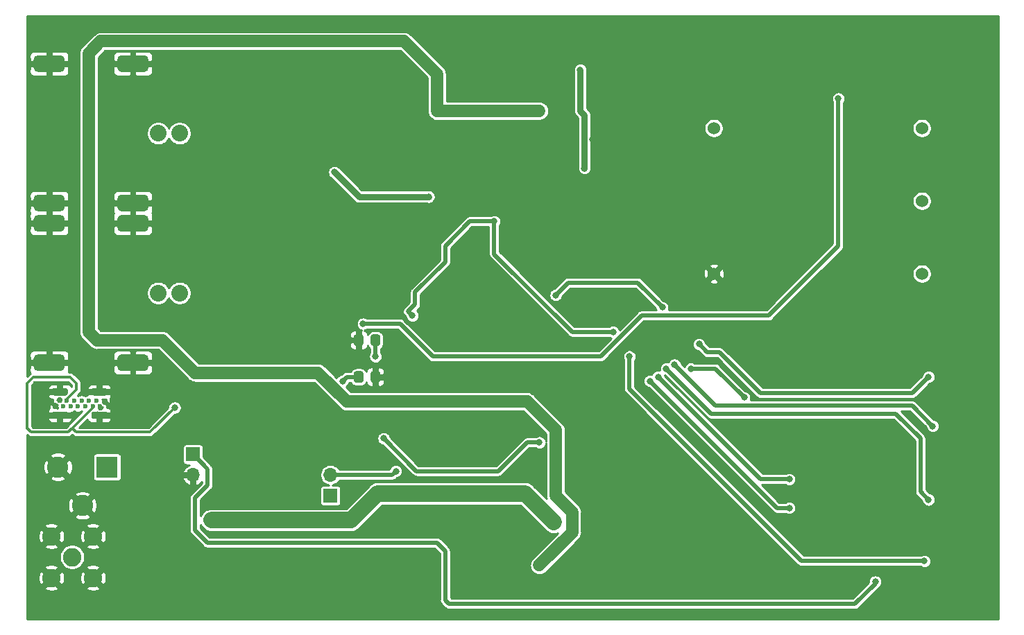
<source format=gbr>
%TF.GenerationSoftware,KiCad,Pcbnew,(5.1.6)-1*%
%TF.CreationDate,2020-10-16T13:50:53-05:00*%
%TF.ProjectId,simple-gpsdo,73696d70-6c65-42d6-9770-73646f2e6b69,C*%
%TF.SameCoordinates,Original*%
%TF.FileFunction,Copper,L2,Bot*%
%TF.FilePolarity,Positive*%
%FSLAX46Y46*%
G04 Gerber Fmt 4.6, Leading zero omitted, Abs format (unit mm)*
G04 Created by KiCad (PCBNEW (5.1.6)-1) date 2020-10-16 13:50:53*
%MOMM*%
%LPD*%
G01*
G04 APERTURE LIST*
%TA.AperFunction,ComponentPad*%
%ADD10C,1.524000*%
%TD*%
%TA.AperFunction,ComponentPad*%
%ADD11R,2.600000X2.600000*%
%TD*%
%TA.AperFunction,ComponentPad*%
%ADD12C,2.600000*%
%TD*%
%TA.AperFunction,ComponentPad*%
%ADD13C,2.250000*%
%TD*%
%TA.AperFunction,ComponentPad*%
%ADD14C,2.032000*%
%TD*%
%TA.AperFunction,ComponentPad*%
%ADD15R,1.700000X1.700000*%
%TD*%
%TA.AperFunction,ComponentPad*%
%ADD16O,1.700000X1.700000*%
%TD*%
%TA.AperFunction,ComponentPad*%
%ADD17C,0.600000*%
%TD*%
%TA.AperFunction,ViaPad*%
%ADD18C,0.800000*%
%TD*%
%TA.AperFunction,ViaPad*%
%ADD19C,0.600000*%
%TD*%
%TA.AperFunction,ViaPad*%
%ADD20C,1.500000*%
%TD*%
%TA.AperFunction,Conductor*%
%ADD21C,0.500000*%
%TD*%
%TA.AperFunction,Conductor*%
%ADD22C,2.000000*%
%TD*%
%TA.AperFunction,Conductor*%
%ADD23C,0.750000*%
%TD*%
%TA.AperFunction,Conductor*%
%ADD24C,0.300000*%
%TD*%
%TA.AperFunction,Conductor*%
%ADD25C,1.500000*%
%TD*%
%TA.AperFunction,Conductor*%
%ADD26C,0.254000*%
%TD*%
G04 APERTURE END LIST*
D10*
%TO.P,Y2,1*%
%TO.N,Net-(C26-Pad2)*%
X184700000Y-106890000D03*
%TO.P,Y2,2*%
%TO.N,Net-(Y2-Pad2)*%
X184700000Y-98000000D03*
%TO.P,Y2,3*%
%TO.N,Net-(FB2-Pad2)*%
X184700000Y-89110000D03*
%TO.P,Y2,4*%
%TO.N,Net-(R10-Pad2)*%
X159300000Y-89110000D03*
%TO.P,Y2,5*%
%TO.N,GND*%
X159300000Y-106890000D03*
%TD*%
%TO.P,C4,1*%
%TO.N,GND*%
%TA.AperFunction,SMDPad,CuDef*%
G36*
G01*
X118575000Y-119049999D02*
X118575000Y-119950001D01*
G75*
G02*
X118325001Y-120200000I-249999J0D01*
G01*
X117674999Y-120200000D01*
G75*
G02*
X117425000Y-119950001I0J249999D01*
G01*
X117425000Y-119049999D01*
G75*
G02*
X117674999Y-118800000I249999J0D01*
G01*
X118325001Y-118800000D01*
G75*
G02*
X118575000Y-119049999I0J-249999D01*
G01*
G37*
%TD.AperFunction*%
%TO.P,C4,2*%
%TO.N,Net-(C4-Pad2)*%
%TA.AperFunction,SMDPad,CuDef*%
G36*
G01*
X116525000Y-119049999D02*
X116525000Y-119950001D01*
G75*
G02*
X116275001Y-120200000I-249999J0D01*
G01*
X115624999Y-120200000D01*
G75*
G02*
X115375000Y-119950001I0J249999D01*
G01*
X115375000Y-119049999D01*
G75*
G02*
X115624999Y-118800000I249999J0D01*
G01*
X116275001Y-118800000D01*
G75*
G02*
X116525000Y-119049999I0J-249999D01*
G01*
G37*
%TD.AperFunction*%
%TD*%
%TO.P,C6,2*%
%TO.N,+5VD*%
%TA.AperFunction,SMDPad,CuDef*%
G36*
G01*
X117425000Y-115450001D02*
X117425000Y-114549999D01*
G75*
G02*
X117674999Y-114300000I249999J0D01*
G01*
X118325001Y-114300000D01*
G75*
G02*
X118575000Y-114549999I0J-249999D01*
G01*
X118575000Y-115450001D01*
G75*
G02*
X118325001Y-115700000I-249999J0D01*
G01*
X117674999Y-115700000D01*
G75*
G02*
X117425000Y-115450001I0J249999D01*
G01*
G37*
%TD.AperFunction*%
%TO.P,C6,1*%
%TO.N,GND*%
%TA.AperFunction,SMDPad,CuDef*%
G36*
G01*
X115375000Y-115450001D02*
X115375000Y-114549999D01*
G75*
G02*
X115624999Y-114300000I249999J0D01*
G01*
X116275001Y-114300000D01*
G75*
G02*
X116525000Y-114549999I0J-249999D01*
G01*
X116525000Y-115450001D01*
G75*
G02*
X116275001Y-115700000I-249999J0D01*
G01*
X115624999Y-115700000D01*
G75*
G02*
X115375000Y-115450001I0J249999D01*
G01*
G37*
%TD.AperFunction*%
%TD*%
D11*
%TO.P,J2,1*%
%TO.N,Net-(F1-Pad2)*%
X85250000Y-130500000D03*
D12*
%TO.P,J2,2*%
%TO.N,GND*%
X79250000Y-130500000D03*
%TO.P,J2,3*%
X82250000Y-135200000D03*
%TD*%
D13*
%TO.P,J5,2*%
%TO.N,GND*%
X83540000Y-144040000D03*
X78460000Y-144040000D03*
X78460000Y-138960000D03*
X83540000Y-138960000D03*
%TO.P,J5,1*%
%TO.N,Net-(J4-Pad1)*%
X81000000Y-141500000D03*
%TD*%
%TO.P,J6,3*%
%TO.N,GND*%
%TA.AperFunction,ComponentPad*%
G36*
G01*
X76793400Y-99725000D02*
X79587400Y-99725000D01*
G75*
G02*
X80095400Y-100233000I0J-508000D01*
G01*
X80095400Y-101249000D01*
G75*
G02*
X79587400Y-101757000I-508000J0D01*
G01*
X76793400Y-101757000D01*
G75*
G02*
X76285400Y-101249000I0J508000D01*
G01*
X76285400Y-100233000D01*
G75*
G02*
X76793400Y-99725000I508000J0D01*
G01*
G37*
%TD.AperFunction*%
%TA.AperFunction,ComponentPad*%
G36*
G01*
X76793400Y-116743000D02*
X79587400Y-116743000D01*
G75*
G02*
X80095400Y-117251000I0J-508000D01*
G01*
X80095400Y-118267000D01*
G75*
G02*
X79587400Y-118775000I-508000J0D01*
G01*
X76793400Y-118775000D01*
G75*
G02*
X76285400Y-118267000I0J508000D01*
G01*
X76285400Y-117251000D01*
G75*
G02*
X76793400Y-116743000I508000J0D01*
G01*
G37*
%TD.AperFunction*%
%TA.AperFunction,ComponentPad*%
G36*
G01*
X87004200Y-99725000D02*
X89798200Y-99725000D01*
G75*
G02*
X90306200Y-100233000I0J-508000D01*
G01*
X90306200Y-101249000D01*
G75*
G02*
X89798200Y-101757000I-508000J0D01*
G01*
X87004200Y-101757000D01*
G75*
G02*
X86496200Y-101249000I0J508000D01*
G01*
X86496200Y-100233000D01*
G75*
G02*
X87004200Y-99725000I508000J0D01*
G01*
G37*
%TD.AperFunction*%
%TA.AperFunction,ComponentPad*%
G36*
G01*
X87004200Y-116743000D02*
X89798200Y-116743000D01*
G75*
G02*
X90306200Y-117251000I0J-508000D01*
G01*
X90306200Y-118267000D01*
G75*
G02*
X89798200Y-118775000I-508000J0D01*
G01*
X87004200Y-118775000D01*
G75*
G02*
X86496200Y-118267000I0J508000D01*
G01*
X86496200Y-117251000D01*
G75*
G02*
X87004200Y-116743000I508000J0D01*
G01*
G37*
%TD.AperFunction*%
D14*
%TO.P,J6,1*%
%TO.N,Net-(J6-Pad1)*%
X94090800Y-109250000D03*
%TO.P,J6,2*%
%TO.N,Net-(J6-Pad2)*%
X91500000Y-109250000D03*
%TD*%
%TO.P,J8,2*%
%TO.N,Net-(J8-Pad2)*%
X91500000Y-89750000D03*
%TO.P,J8,1*%
%TO.N,Net-(J8-Pad1)*%
X94090800Y-89750000D03*
%TO.P,J8,3*%
%TO.N,GND*%
%TA.AperFunction,ComponentPad*%
G36*
G01*
X87004200Y-97243000D02*
X89798200Y-97243000D01*
G75*
G02*
X90306200Y-97751000I0J-508000D01*
G01*
X90306200Y-98767000D01*
G75*
G02*
X89798200Y-99275000I-508000J0D01*
G01*
X87004200Y-99275000D01*
G75*
G02*
X86496200Y-98767000I0J508000D01*
G01*
X86496200Y-97751000D01*
G75*
G02*
X87004200Y-97243000I508000J0D01*
G01*
G37*
%TD.AperFunction*%
%TA.AperFunction,ComponentPad*%
G36*
G01*
X87004200Y-80225000D02*
X89798200Y-80225000D01*
G75*
G02*
X90306200Y-80733000I0J-508000D01*
G01*
X90306200Y-81749000D01*
G75*
G02*
X89798200Y-82257000I-508000J0D01*
G01*
X87004200Y-82257000D01*
G75*
G02*
X86496200Y-81749000I0J508000D01*
G01*
X86496200Y-80733000D01*
G75*
G02*
X87004200Y-80225000I508000J0D01*
G01*
G37*
%TD.AperFunction*%
%TA.AperFunction,ComponentPad*%
G36*
G01*
X76793400Y-97243000D02*
X79587400Y-97243000D01*
G75*
G02*
X80095400Y-97751000I0J-508000D01*
G01*
X80095400Y-98767000D01*
G75*
G02*
X79587400Y-99275000I-508000J0D01*
G01*
X76793400Y-99275000D01*
G75*
G02*
X76285400Y-98767000I0J508000D01*
G01*
X76285400Y-97751000D01*
G75*
G02*
X76793400Y-97243000I508000J0D01*
G01*
G37*
%TD.AperFunction*%
%TA.AperFunction,ComponentPad*%
G36*
G01*
X76793400Y-80225000D02*
X79587400Y-80225000D01*
G75*
G02*
X80095400Y-80733000I0J-508000D01*
G01*
X80095400Y-81749000D01*
G75*
G02*
X79587400Y-82257000I-508000J0D01*
G01*
X76793400Y-82257000D01*
G75*
G02*
X76285400Y-81749000I0J508000D01*
G01*
X76285400Y-80733000D01*
G75*
G02*
X76793400Y-80225000I508000J0D01*
G01*
G37*
%TD.AperFunction*%
%TD*%
D15*
%TO.P,JP2,1*%
%TO.N,Net-(C25-Pad1)*%
X112500000Y-134000000D03*
D16*
%TO.P,JP2,2*%
%TO.N,~RST*%
X112500000Y-131460000D03*
%TD*%
D17*
%TO.P,J9,A1*%
%TO.N,GND*%
X79450000Y-122390000D03*
%TO.P,J9,B12*%
X79000000Y-123110000D03*
%TO.P,J9,B9*%
%TO.N,Net-(J9-PadA4)*%
X79900000Y-123110000D03*
%TO.P,J9,B7*%
%TO.N,Net-(J9-PadA7)*%
X80800000Y-123110000D03*
%TO.P,J9,B6*%
%TO.N,Net-(J9-PadA6)*%
X81700000Y-123110000D03*
%TO.P,J9,B5*%
%TO.N,Net-(J9-PadB5)*%
X82600000Y-123110000D03*
%TO.P,J9,B4*%
%TO.N,Net-(J9-PadA4)*%
X83500000Y-123110000D03*
%TO.P,J9,B1*%
%TO.N,GND*%
X84400000Y-123110000D03*
%TO.P,J9,A4*%
%TO.N,Net-(J9-PadA4)*%
X80350000Y-122390000D03*
%TO.P,J9,A5*%
%TO.N,Net-(J9-PadA5)*%
X81250000Y-122390000D03*
%TO.P,J9,A6*%
%TO.N,Net-(J9-PadA6)*%
X82150000Y-122390000D03*
%TO.P,J9,A7*%
%TO.N,Net-(J9-PadA7)*%
X83050000Y-122390000D03*
%TO.P,J9,A9*%
%TO.N,Net-(J9-PadA4)*%
X83950000Y-122390000D03*
%TO.P,J9,A12*%
%TO.N,GND*%
X84850000Y-122390000D03*
%TO.P,J9,S1*%
%TA.AperFunction,ComponentPad*%
G36*
G01*
X78775000Y-123730000D02*
X80225000Y-123730000D01*
G75*
G02*
X80450000Y-123955000I0J-225000D01*
G01*
X80450000Y-124405000D01*
G75*
G02*
X80225000Y-124630000I-225000J0D01*
G01*
X78775000Y-124630000D01*
G75*
G02*
X78550000Y-124405000I0J225000D01*
G01*
X78550000Y-123955000D01*
G75*
G02*
X78775000Y-123730000I225000J0D01*
G01*
G37*
%TD.AperFunction*%
%TA.AperFunction,ComponentPad*%
G36*
G01*
X78775000Y-120870000D02*
X80225000Y-120870000D01*
G75*
G02*
X80450000Y-121095000I0J-225000D01*
G01*
X80450000Y-121545000D01*
G75*
G02*
X80225000Y-121770000I-225000J0D01*
G01*
X78775000Y-121770000D01*
G75*
G02*
X78550000Y-121545000I0J225000D01*
G01*
X78550000Y-121095000D01*
G75*
G02*
X78775000Y-120870000I225000J0D01*
G01*
G37*
%TD.AperFunction*%
%TA.AperFunction,ComponentPad*%
G36*
G01*
X83575000Y-123730000D02*
X85025000Y-123730000D01*
G75*
G02*
X85250000Y-123955000I0J-225000D01*
G01*
X85250000Y-124405000D01*
G75*
G02*
X85025000Y-124630000I-225000J0D01*
G01*
X83575000Y-124630000D01*
G75*
G02*
X83350000Y-124405000I0J225000D01*
G01*
X83350000Y-123955000D01*
G75*
G02*
X83575000Y-123730000I225000J0D01*
G01*
G37*
%TD.AperFunction*%
%TA.AperFunction,ComponentPad*%
G36*
G01*
X83575000Y-120870000D02*
X85025000Y-120870000D01*
G75*
G02*
X85250000Y-121095000I0J-225000D01*
G01*
X85250000Y-121545000D01*
G75*
G02*
X85025000Y-121770000I-225000J0D01*
G01*
X83575000Y-121770000D01*
G75*
G02*
X83350000Y-121545000I0J225000D01*
G01*
X83350000Y-121095000D01*
G75*
G02*
X83575000Y-120870000I225000J0D01*
G01*
G37*
%TD.AperFunction*%
%TD*%
D15*
%TO.P,J1,1*%
%TO.N,GPS_PPS*%
X95750000Y-128960000D03*
D16*
%TO.P,J1,2*%
%TO.N,GND*%
X95750000Y-131500000D03*
%TD*%
D18*
%TO.N,GND*%
X130500000Y-128500000D03*
X129500000Y-127500000D03*
X126500000Y-125500000D03*
X127500000Y-126500000D03*
X134250000Y-145000000D03*
X132750000Y-145000000D03*
X131250000Y-145000000D03*
X129750000Y-145000000D03*
X133500000Y-144000000D03*
X132000000Y-144000000D03*
X130500000Y-144000000D03*
X129000000Y-144000000D03*
X134250000Y-143000000D03*
X132750000Y-143000000D03*
X131250000Y-143000000D03*
X129750000Y-143000000D03*
X133500000Y-142000000D03*
X132000000Y-142000000D03*
X130500000Y-142000000D03*
X129000000Y-142000000D03*
X134250000Y-141000000D03*
X132750000Y-141000000D03*
X131250000Y-141000000D03*
X129750000Y-141000000D03*
X133500000Y-140000000D03*
X132000000Y-140000000D03*
X130500000Y-140000000D03*
X129000000Y-140000000D03*
X97000000Y-141000000D03*
X98500000Y-141000000D03*
X100000000Y-141000000D03*
X101500000Y-141000000D03*
X103000000Y-141000000D03*
X104500000Y-141000000D03*
X106000000Y-141000000D03*
X107500000Y-141000000D03*
X109000000Y-141000000D03*
X110500000Y-141000000D03*
X112000000Y-141000000D03*
X113500000Y-141000000D03*
X115000000Y-141000000D03*
X116500000Y-141000000D03*
X118000000Y-141000000D03*
X119500000Y-141000000D03*
X121000000Y-141000000D03*
X121000000Y-144000000D03*
X119500000Y-144000000D03*
X118000000Y-144000000D03*
X116500000Y-144000000D03*
X115000000Y-144000000D03*
X113500000Y-144000000D03*
X112000000Y-144000000D03*
X110500000Y-144000000D03*
X109000000Y-144000000D03*
X107500000Y-144000000D03*
X106000000Y-144000000D03*
X104500000Y-144000000D03*
X103000000Y-144000000D03*
X101500000Y-144000000D03*
X100000000Y-144000000D03*
X98500000Y-144000000D03*
X97000000Y-144000000D03*
X95500000Y-144000000D03*
X94000000Y-143000000D03*
X95500000Y-140000000D03*
X94000000Y-140000000D03*
X92500000Y-143000000D03*
X91000000Y-143000000D03*
X89500000Y-143000000D03*
X88000000Y-143000000D03*
X86500000Y-143000000D03*
X92500000Y-140000000D03*
X91000000Y-140000000D03*
X89500000Y-140000000D03*
X88000000Y-140000000D03*
X86500000Y-140000000D03*
X123000000Y-142500000D03*
X124500000Y-142500000D03*
X124500000Y-141000000D03*
X124500000Y-144000000D03*
X86000000Y-144500000D03*
X86000000Y-138500000D03*
X85000000Y-137500000D03*
X85000000Y-145500000D03*
X83500000Y-146000000D03*
X82000000Y-137500000D03*
X82000000Y-145500000D03*
X81000000Y-144500000D03*
X81000000Y-138500000D03*
X80000000Y-145500000D03*
X78500000Y-146000000D03*
X77000000Y-137500000D03*
X77000000Y-145500000D03*
X76000000Y-144500000D03*
X76000000Y-138500000D03*
X76000000Y-140000000D03*
X76000000Y-141500000D03*
X76000000Y-143000000D03*
X77500000Y-141500000D03*
X79000000Y-141500000D03*
X135000000Y-140000000D03*
X135000000Y-142000000D03*
X135000000Y-144000000D03*
X135000000Y-83500000D03*
X130500000Y-83500000D03*
X132750000Y-82500000D03*
X132000000Y-83500000D03*
X131250000Y-84500000D03*
X130500000Y-81500000D03*
X134250000Y-84500000D03*
X129750000Y-82500000D03*
X129000000Y-79500000D03*
X129000000Y-81500000D03*
X129750000Y-84500000D03*
X130500000Y-79500000D03*
X129000000Y-83500000D03*
X132000000Y-79500000D03*
X129750000Y-80500000D03*
X132750000Y-80500000D03*
X131250000Y-80500000D03*
X134250000Y-80500000D03*
X132750000Y-84500000D03*
X134250000Y-82500000D03*
X135000000Y-79500000D03*
X133500000Y-81500000D03*
X135000000Y-81500000D03*
X131250000Y-82500000D03*
X133500000Y-79500000D03*
X133500000Y-83500000D03*
X132000000Y-81500000D03*
X120000000Y-106500000D03*
X116000000Y-104500000D03*
X117500000Y-104500000D03*
X119000000Y-104500000D03*
X120500000Y-104500000D03*
X122000000Y-105500000D03*
X123000000Y-106500000D03*
X125000000Y-108500000D03*
X121000000Y-107500000D03*
X118500000Y-106500000D03*
X117000000Y-106500000D03*
X115500000Y-107000000D03*
X114500000Y-108000000D03*
X114500000Y-105000000D03*
X113500000Y-106000000D03*
X112500000Y-107000000D03*
X117000000Y-109500000D03*
X117000000Y-108000000D03*
X109500000Y-114000000D03*
X111500000Y-121500000D03*
D19*
X78500000Y-125250000D03*
X79500000Y-125250000D03*
X80500000Y-125250000D03*
X83250000Y-125250000D03*
X84250000Y-125250000D03*
X85250000Y-125250000D03*
X86250000Y-125250000D03*
X86250000Y-124250000D03*
X86250000Y-123250000D03*
X86250000Y-122250000D03*
X86250000Y-121250000D03*
X78500000Y-120250000D03*
X79500000Y-120250000D03*
X80500000Y-120250000D03*
D18*
X76000000Y-148500000D03*
X78000000Y-148500000D03*
X80000000Y-148500000D03*
X82000000Y-148500000D03*
X84000000Y-148500000D03*
X86000000Y-148500000D03*
X88000000Y-148500000D03*
X90000000Y-148500000D03*
X92000000Y-148500000D03*
X94000000Y-148500000D03*
X96000000Y-148500000D03*
X98000000Y-148500000D03*
X100000000Y-148500000D03*
X102000000Y-148500000D03*
X116000000Y-148500000D03*
X128000000Y-148500000D03*
X110000000Y-148500000D03*
X122000000Y-148500000D03*
X126000000Y-148500000D03*
X130000000Y-148500000D03*
X106000000Y-148500000D03*
X114000000Y-148500000D03*
X120000000Y-148500000D03*
X104000000Y-148500000D03*
X108000000Y-148500000D03*
X124000000Y-148500000D03*
X112000000Y-148500000D03*
X118000000Y-148500000D03*
X136000000Y-148500000D03*
X140000000Y-148500000D03*
X142000000Y-148500000D03*
X148000000Y-148500000D03*
X152000000Y-148500000D03*
X132000000Y-148500000D03*
X146000000Y-148500000D03*
X134000000Y-148500000D03*
X138000000Y-148500000D03*
X154000000Y-148500000D03*
X158000000Y-148500000D03*
X150000000Y-148500000D03*
X156000000Y-148500000D03*
X144000000Y-148500000D03*
X164000000Y-148500000D03*
X176000000Y-148500000D03*
X180000000Y-148500000D03*
X160000000Y-148500000D03*
X162000000Y-148500000D03*
X184000000Y-148500000D03*
X178000000Y-148500000D03*
X166000000Y-148500000D03*
X170000000Y-148500000D03*
X168000000Y-148500000D03*
X174000000Y-148500000D03*
X182000000Y-148500000D03*
X186000000Y-148500000D03*
X172000000Y-148500000D03*
X188000000Y-148500000D03*
X190000000Y-148500000D03*
X192000000Y-148500000D03*
X137500000Y-76000000D03*
X177500000Y-76000000D03*
X181500000Y-76000000D03*
X109500000Y-76000000D03*
X149500000Y-76000000D03*
X113500000Y-76000000D03*
X153500000Y-76000000D03*
X115500000Y-76000000D03*
X133500000Y-76000000D03*
X121500000Y-76000000D03*
X135500000Y-76000000D03*
X157500000Y-76000000D03*
X125500000Y-76000000D03*
X151500000Y-76000000D03*
X165500000Y-76000000D03*
X139500000Y-76000000D03*
X143500000Y-76000000D03*
X105500000Y-76000000D03*
X141500000Y-76000000D03*
X119500000Y-76000000D03*
X147500000Y-76000000D03*
X155500000Y-76000000D03*
X107500000Y-76000000D03*
X159500000Y-76000000D03*
X145500000Y-76000000D03*
X175500000Y-76000000D03*
X187500000Y-76000000D03*
X191500000Y-76000000D03*
X193500000Y-76000000D03*
X183500000Y-76000000D03*
X185500000Y-76000000D03*
X161500000Y-76000000D03*
X179500000Y-76000000D03*
X189500000Y-76000000D03*
X169500000Y-76000000D03*
X163500000Y-76000000D03*
X167500000Y-76000000D03*
X173500000Y-76000000D03*
X171500000Y-76000000D03*
X89500000Y-76000000D03*
X111500000Y-76000000D03*
X101500000Y-76000000D03*
X83500000Y-76000000D03*
X95500000Y-76000000D03*
X127500000Y-76000000D03*
X131500000Y-76000000D03*
X99500000Y-76000000D03*
X123500000Y-76000000D03*
X103500000Y-76000000D03*
X129500000Y-76000000D03*
X79500000Y-76000000D03*
X117500000Y-76000000D03*
X87500000Y-76000000D03*
X93500000Y-76000000D03*
X77500000Y-76000000D03*
X81500000Y-76000000D03*
X97500000Y-76000000D03*
X85500000Y-76000000D03*
X91500000Y-76000000D03*
D19*
X76500000Y-125250000D03*
X76500000Y-124250000D03*
X76500000Y-123250000D03*
X76500000Y-122250000D03*
X76500000Y-121250000D03*
X76500000Y-120250000D03*
D18*
X153500000Y-94000000D03*
X155500000Y-94000000D03*
X155500000Y-96000000D03*
X153500000Y-96000000D03*
X154500000Y-95000000D03*
X155500000Y-98000000D03*
X153500000Y-98000000D03*
X154500000Y-97000000D03*
X154500000Y-99000000D03*
X153500000Y-100000000D03*
X155500000Y-100000000D03*
X154500000Y-101000000D03*
X154500000Y-93000000D03*
X157500000Y-87500000D03*
X155500000Y-87500000D03*
X153500000Y-87500000D03*
X151500000Y-87500000D03*
X152500000Y-86500000D03*
X154500000Y-86500000D03*
X156500000Y-86500000D03*
X158500000Y-86500000D03*
X150500000Y-86500000D03*
X149500000Y-87500000D03*
X148500000Y-86500000D03*
X147500000Y-87500000D03*
X146500000Y-86500000D03*
X145500000Y-87500000D03*
X144500000Y-86500000D03*
X142000000Y-87500000D03*
X141000000Y-86500000D03*
X140000000Y-87500000D03*
X142000000Y-90500000D03*
X141000000Y-91500000D03*
X140000000Y-92500000D03*
X126000000Y-90000000D03*
X125000000Y-89000000D03*
X124000000Y-88000000D03*
X126000000Y-93000000D03*
X128000000Y-93000000D03*
X130000000Y-93000000D03*
X132000000Y-93000000D03*
X134000000Y-93000000D03*
X136000000Y-93000000D03*
X138000000Y-93000000D03*
X128000000Y-90000000D03*
X130000000Y-90000000D03*
X132000000Y-90000000D03*
X134000000Y-90000000D03*
X136000000Y-90000000D03*
X139000000Y-88500000D03*
X138000000Y-89500000D03*
X127000000Y-89000000D03*
X129000000Y-89000000D03*
X131000000Y-89000000D03*
X133000000Y-89000000D03*
X135000000Y-89000000D03*
X127000000Y-94000000D03*
X129000000Y-94000000D03*
X131000000Y-94000000D03*
X133000000Y-94000000D03*
X125000000Y-94000000D03*
X124000000Y-93000000D03*
X124000000Y-95000000D03*
X125000000Y-96000000D03*
X121000000Y-93000000D03*
X121000000Y-95000000D03*
X121000000Y-99000000D03*
X120000000Y-96000000D03*
X120000000Y-94000000D03*
X121000000Y-91000000D03*
X120000000Y-92000000D03*
X120000000Y-90000000D03*
X121000000Y-89000000D03*
X120000000Y-88000000D03*
X120000000Y-100000000D03*
X119000000Y-99000000D03*
X118000000Y-100000000D03*
X117000000Y-99000000D03*
X116000000Y-100000000D03*
X115000000Y-99000000D03*
X114000000Y-100000000D03*
X119000000Y-89000000D03*
X118000000Y-88000000D03*
X117000000Y-89000000D03*
X116000000Y-90000000D03*
X115000000Y-91000000D03*
X118000000Y-84000000D03*
X120000000Y-84000000D03*
X122000000Y-84000000D03*
X116000000Y-84000000D03*
X114000000Y-84000000D03*
X115000000Y-83000000D03*
X117000000Y-83000000D03*
X119000000Y-83000000D03*
X121000000Y-83000000D03*
X123000000Y-83000000D03*
X124000000Y-84000000D03*
X113500000Y-91500000D03*
X112000000Y-91500000D03*
X112000000Y-88500000D03*
X113500000Y-88500000D03*
X104500000Y-93000000D03*
X106500000Y-93000000D03*
X108500000Y-93000000D03*
X107500000Y-94000000D03*
X105500000Y-94000000D03*
X104500000Y-90000000D03*
X106500000Y-90000000D03*
X105500000Y-89000000D03*
X102500000Y-93000000D03*
X103500000Y-94000000D03*
X101500000Y-94000000D03*
X99500000Y-94000000D03*
X100500000Y-93000000D03*
X98500000Y-93000000D03*
X97500000Y-94000000D03*
X96500000Y-93000000D03*
X95500000Y-94000000D03*
X94500000Y-93000000D03*
X93500000Y-92000000D03*
X104500000Y-88000000D03*
X104500000Y-86000000D03*
X96000000Y-82000000D03*
X98000000Y-82000000D03*
X100000000Y-82000000D03*
X102000000Y-82000000D03*
X101000000Y-81000000D03*
X99000000Y-81000000D03*
X97000000Y-81000000D03*
X103000000Y-81000000D03*
X104000000Y-82000000D03*
X105000000Y-83000000D03*
X95000000Y-81000000D03*
X94000000Y-82000000D03*
X106500000Y-95000000D03*
X106500000Y-97000000D03*
X105500000Y-96000000D03*
X101000000Y-101500000D03*
X99000000Y-101500000D03*
X97000000Y-101500000D03*
X95000000Y-101500000D03*
X96000000Y-100500000D03*
X98000000Y-100500000D03*
X100000000Y-100500000D03*
X102000000Y-100500000D03*
X103000000Y-99500000D03*
X104000000Y-98500000D03*
X97000000Y-104500000D03*
X99000000Y-104500000D03*
X101000000Y-104500000D03*
X95000000Y-104500000D03*
X96000000Y-105500000D03*
X98000000Y-105500000D03*
X100000000Y-105500000D03*
X101000000Y-106500000D03*
X101000000Y-108500000D03*
X100000000Y-107500000D03*
X100000000Y-109500000D03*
X98000000Y-109500000D03*
X99000000Y-108500000D03*
X97000000Y-108500000D03*
X97000000Y-112500000D03*
X99000000Y-112500000D03*
X101000000Y-112500000D03*
X103000000Y-112500000D03*
X100000000Y-113500000D03*
X98000000Y-113500000D03*
X102000000Y-113500000D03*
X96000000Y-113500000D03*
X95000000Y-112500000D03*
X94000000Y-111500000D03*
X92000000Y-111500000D03*
X93000000Y-112500000D03*
X94000000Y-113500000D03*
X95000000Y-114500000D03*
X97000000Y-114500000D03*
X99000000Y-114500000D03*
X98000000Y-107500000D03*
X99000000Y-106500000D03*
X97000000Y-106500000D03*
X96000000Y-107500000D03*
X104500000Y-109500000D03*
X104500000Y-107500000D03*
X105500000Y-108500000D03*
X106500000Y-109500000D03*
X106500000Y-107500000D03*
X107500000Y-108500000D03*
X108500000Y-107500000D03*
X108500000Y-109500000D03*
X109500000Y-108500000D03*
X110500000Y-107500000D03*
X111500000Y-108500000D03*
X107500000Y-110500000D03*
X106500000Y-111500000D03*
X105500000Y-112500000D03*
X104500000Y-113500000D03*
X105500000Y-110500000D03*
X104500000Y-111500000D03*
X105000000Y-104500000D03*
X106500000Y-104500000D03*
X108000000Y-104500000D03*
X109500000Y-104500000D03*
X111000000Y-104500000D03*
X105000000Y-102000000D03*
X109500000Y-103000000D03*
X92500000Y-93000000D03*
X93500000Y-94000000D03*
X94500000Y-95000000D03*
X96500000Y-95000000D03*
X98500000Y-95000000D03*
X100500000Y-95000000D03*
X102500000Y-95000000D03*
X104500000Y-95000000D03*
X146500000Y-90500000D03*
X145500000Y-92500000D03*
X144500000Y-90500000D03*
X153500000Y-92000000D03*
X151500000Y-92000000D03*
X152500000Y-93000000D03*
X149500000Y-92000000D03*
X150500000Y-93000000D03*
X148500000Y-91000000D03*
X159500000Y-87500000D03*
X160500000Y-86500000D03*
X142500000Y-111000000D03*
X144500000Y-111000000D03*
X146500000Y-111000000D03*
X145500000Y-112000000D03*
X143500000Y-112000000D03*
X147500000Y-112000000D03*
X141500000Y-112000000D03*
X144500000Y-109000000D03*
X142500000Y-109000000D03*
X146500000Y-109000000D03*
X146500000Y-113000000D03*
X124000000Y-105500000D03*
X123000000Y-104500000D03*
X124000000Y-103500000D03*
X125000000Y-104500000D03*
X102000000Y-98500000D03*
X101000000Y-99500000D03*
X103000000Y-97500000D03*
X104000000Y-96500000D03*
X105000000Y-97500000D03*
X125000000Y-102500000D03*
X124000000Y-101500000D03*
X125000000Y-100500000D03*
X124000000Y-99500000D03*
X126000000Y-101500000D03*
X126000000Y-97000000D03*
X127000000Y-98000000D03*
X128000000Y-99000000D03*
X126000000Y-95000000D03*
X127000000Y-96000000D03*
X128000000Y-97000000D03*
X129000000Y-98000000D03*
X131000000Y-98000000D03*
X130000000Y-99000000D03*
X133000000Y-98000000D03*
X132000000Y-99000000D03*
X119500000Y-120000000D03*
X119500000Y-118000000D03*
X120500000Y-119000000D03*
X121500000Y-118000000D03*
X114500000Y-118000000D03*
X112500000Y-118000000D03*
X113500000Y-119000000D03*
X134500000Y-137000000D03*
X136500000Y-137000000D03*
X135500000Y-136000000D03*
X131000000Y-137000000D03*
X129000000Y-137000000D03*
X127000000Y-137000000D03*
X126000000Y-136000000D03*
X128000000Y-136000000D03*
X130000000Y-136000000D03*
X122500000Y-136000000D03*
X121500000Y-137000000D03*
X120500000Y-136000000D03*
X150750000Y-133000000D03*
X150750000Y-131750000D03*
X125500000Y-115000000D03*
X127500000Y-115000000D03*
X129500000Y-115000000D03*
X131500000Y-115000000D03*
X126500000Y-116000000D03*
X128500000Y-116000000D03*
X130500000Y-116000000D03*
X132500000Y-116000000D03*
X153000000Y-113000000D03*
X151000000Y-113000000D03*
X156500000Y-113000000D03*
X158500000Y-113000000D03*
X160500000Y-113000000D03*
X162500000Y-113000000D03*
X164500000Y-113000000D03*
X157500000Y-114000000D03*
X159500000Y-114000000D03*
X161500000Y-114000000D03*
X156500000Y-111000000D03*
X158500000Y-111000000D03*
X160500000Y-111000000D03*
X162500000Y-111000000D03*
X164500000Y-111000000D03*
X163500000Y-110000000D03*
X161500000Y-110000000D03*
X159500000Y-110000000D03*
X157500000Y-110000000D03*
X155500000Y-110000000D03*
X154500000Y-111000000D03*
X153500000Y-110000000D03*
X153500000Y-108000000D03*
X153500000Y-106000000D03*
X153500000Y-104000000D03*
X154500000Y-105000000D03*
X154500000Y-107000000D03*
X154500000Y-109000000D03*
X155500000Y-104000000D03*
X156500000Y-105000000D03*
X157500000Y-104000000D03*
X158500000Y-103000000D03*
X158500000Y-101000000D03*
X158500000Y-99000000D03*
X159500000Y-100000000D03*
X159500000Y-102000000D03*
X158500000Y-97000000D03*
X159500000Y-98000000D03*
X158500000Y-95000000D03*
X159500000Y-96000000D03*
X158500000Y-93000000D03*
X159500000Y-94000000D03*
X158500000Y-91000000D03*
X159500000Y-92000000D03*
X160500000Y-91000000D03*
X161500000Y-90000000D03*
X161500000Y-88000000D03*
X162500000Y-89000000D03*
X162500000Y-87000000D03*
X157000000Y-90500000D03*
X101500000Y-90000000D03*
X101500000Y-88000000D03*
X101500000Y-86000000D03*
X100500000Y-85000000D03*
X100500000Y-87000000D03*
X100500000Y-89000000D03*
X99500000Y-90000000D03*
X97500000Y-90000000D03*
X98500000Y-89000000D03*
X96500000Y-89000000D03*
X99500000Y-86000000D03*
X98500000Y-85000000D03*
X97500000Y-86000000D03*
X96500000Y-85000000D03*
X95500000Y-86000000D03*
X94500000Y-85000000D03*
X106500000Y-88000000D03*
X117000000Y-91000000D03*
X118000000Y-90000000D03*
X116000000Y-92000000D03*
X90000000Y-111500000D03*
X91000000Y-112500000D03*
X89000000Y-110500000D03*
X89000000Y-108500000D03*
X90000000Y-107500000D03*
X90000000Y-105500000D03*
X89000000Y-106500000D03*
X90000000Y-103500000D03*
X91000000Y-102500000D03*
X92000000Y-101500000D03*
X93500000Y-101500000D03*
X89000000Y-104500000D03*
X94500000Y-100500000D03*
X91500000Y-92000000D03*
X90500000Y-93000000D03*
X89500000Y-92000000D03*
X89500000Y-90000000D03*
X88500000Y-91000000D03*
X89500000Y-88000000D03*
X88500000Y-89000000D03*
X89500000Y-86000000D03*
X88500000Y-87000000D03*
X90500000Y-85000000D03*
X91500000Y-84000000D03*
X92500000Y-83000000D03*
X89500000Y-84000000D03*
X90500000Y-83000000D03*
X91500000Y-82000000D03*
X93000000Y-81000000D03*
%TO.N,~RST*%
X120500000Y-131000000D03*
%TO.N,GPS_PPS*%
X122500000Y-112000000D03*
X132500000Y-100500000D03*
X163000000Y-122000000D03*
X156500000Y-118500000D03*
X147000000Y-114000000D03*
X179000000Y-144500000D03*
%TO.N,GPS_RX*%
X152500000Y-119500000D03*
X168500000Y-132000000D03*
%TO.N,GPS_TX*%
X151500000Y-120000000D03*
X168500000Y-135500000D03*
%TO.N,OVEN_TEMP*%
X153500000Y-118500000D03*
X185500000Y-134500000D03*
%TO.N,POWER_OK*%
X149000000Y-117000000D03*
X185000000Y-142000000D03*
%TO.N,GPS_LOCK*%
X154500000Y-118000000D03*
X186000000Y-125500000D03*
D20*
%TO.N,Net-(C3-Pad1)*%
X139750000Y-137250000D03*
X98000000Y-137000000D03*
D18*
%TO.N,Net-(C4-Pad2)*%
X114000000Y-120000000D03*
%TO.N,+5VD*%
X118000000Y-117000000D03*
%TO.N,+5VA*%
X143500000Y-94000000D03*
X113000000Y-94500000D03*
X124500000Y-97500000D03*
X143000000Y-82000000D03*
%TO.N,/PWM_D11*%
X138000000Y-127500000D03*
X119000000Y-127000000D03*
%TO.N,TIME_LOCK*%
X140000000Y-109500000D03*
X153000000Y-111000000D03*
X157500000Y-115500000D03*
X185500000Y-119500000D03*
%TO.N,/ADC2*%
X116500000Y-113000000D03*
X174500000Y-85500000D03*
%TO.N,Net-(J9-PadA4)*%
X93500000Y-123250000D03*
D19*
%TO.N,+6V*%
X138000000Y-142500000D03*
D20*
X138000000Y-87000000D03*
X141000000Y-135000000D03*
%TD*%
D21*
%TO.N,~RST*%
X112500000Y-131460000D02*
X120040000Y-131460000D01*
X120040000Y-131460000D02*
X120500000Y-131000000D01*
%TO.N,GPS_PPS*%
X122500000Y-112000000D02*
X122000000Y-111500000D01*
X122850001Y-110649999D02*
X122850001Y-109149999D01*
X122000000Y-111500000D02*
X122850001Y-110649999D01*
X122850001Y-109149999D02*
X126500000Y-105500000D01*
X126500000Y-105500000D02*
X126500000Y-103500000D01*
X126500000Y-103500000D02*
X129500000Y-100500000D01*
X129500000Y-100500000D02*
X132500000Y-100500000D01*
X163000000Y-122000000D02*
X159500000Y-118500000D01*
X159500000Y-118500000D02*
X156500000Y-118500000D01*
X132500000Y-104500000D02*
X132500000Y-100500000D01*
X147000000Y-114000000D02*
X142000000Y-114000000D01*
X142000000Y-114000000D02*
X132500000Y-104500000D01*
X97050001Y-130260001D02*
X97050001Y-130300001D01*
X95750000Y-128960000D02*
X97050001Y-130260001D01*
X97050001Y-130300001D02*
X97500000Y-130750000D01*
X97500000Y-130750000D02*
X97500000Y-132750000D01*
X97500000Y-132750000D02*
X96000000Y-134250000D01*
X96000000Y-134250000D02*
X96000000Y-138250000D01*
X96000000Y-138250000D02*
X97500000Y-139750000D01*
X97500000Y-139750000D02*
X125500000Y-139750000D01*
X125500000Y-139750000D02*
X126500000Y-140750000D01*
X126500000Y-140750000D02*
X126500000Y-146750000D01*
X126500000Y-146750000D02*
X127000000Y-147250000D01*
X127000000Y-147250000D02*
X176500000Y-147250000D01*
X176500000Y-147250000D02*
X179000000Y-144750000D01*
X179000000Y-144750000D02*
X179000000Y-144500000D01*
%TO.N,GPS_RX*%
X152500000Y-119500000D02*
X165000000Y-132000000D01*
X165000000Y-132000000D02*
X168500000Y-132000000D01*
%TO.N,GPS_TX*%
X151500000Y-120000000D02*
X167000000Y-135500000D01*
X167000000Y-135500000D02*
X168500000Y-135500000D01*
%TO.N,OVEN_TEMP*%
X153500000Y-118500000D02*
X159000000Y-124000000D01*
X159000000Y-124000000D02*
X181500000Y-124000000D01*
X181500000Y-124000000D02*
X184500000Y-127000000D01*
X184500000Y-127000000D02*
X184500000Y-133500000D01*
X184500000Y-133500000D02*
X185500000Y-134500000D01*
%TO.N,POWER_OK*%
X149000000Y-117000000D02*
X149000000Y-121000000D01*
X149000000Y-121000000D02*
X170000000Y-142000000D01*
X170000000Y-142000000D02*
X185000000Y-142000000D01*
%TO.N,GPS_LOCK*%
X154500000Y-118000000D02*
X159500000Y-123000000D01*
X159500000Y-123000000D02*
X183500000Y-123000000D01*
X183500000Y-123000000D02*
X186000000Y-125500000D01*
D22*
%TO.N,Net-(C3-Pad1)*%
X136250000Y-133750000D02*
X139750000Y-137250000D01*
X118250000Y-133750000D02*
X136250000Y-133750000D01*
X115000000Y-137000000D02*
X118250000Y-133750000D01*
X98000000Y-137000000D02*
X115000000Y-137000000D01*
D21*
%TO.N,Net-(C4-Pad2)*%
X115950000Y-119500000D02*
X114500000Y-119500000D01*
X114500000Y-119500000D02*
X114000000Y-120000000D01*
%TO.N,+5VD*%
X118000000Y-117000000D02*
X118000000Y-115000000D01*
D23*
%TO.N,+5VA*%
X143500000Y-94000000D02*
X143500000Y-87500000D01*
X143000000Y-87000000D02*
X143000000Y-83500000D01*
X143500000Y-87500000D02*
X143000000Y-87000000D01*
X116000000Y-97500000D02*
X113000000Y-94500000D01*
X116000000Y-97500000D02*
X124500000Y-97500000D01*
X143000000Y-83500000D02*
X143000000Y-82000000D01*
D21*
%TO.N,/PWM_D11*%
X138000000Y-127500000D02*
X136500000Y-127500000D01*
X136500000Y-127500000D02*
X133000000Y-131000000D01*
X133000000Y-131000000D02*
X123000000Y-131000000D01*
X123000000Y-131000000D02*
X119000000Y-127000000D01*
%TO.N,TIME_LOCK*%
X157500000Y-115500000D02*
X158500000Y-116500000D01*
X158500000Y-116500000D02*
X160000000Y-116500000D01*
X160000000Y-116500000D02*
X165000000Y-121500000D01*
X165000000Y-121500000D02*
X183500000Y-121500000D01*
X183500000Y-121500000D02*
X185500000Y-119500000D01*
X141000000Y-108500000D02*
X140000000Y-109500000D01*
X141500000Y-108000000D02*
X141000000Y-108500000D01*
X153000000Y-111000000D02*
X150000000Y-108000000D01*
X150000000Y-108000000D02*
X141500000Y-108000000D01*
%TO.N,/ADC2*%
X121000000Y-113000000D02*
X116500000Y-113000000D01*
X125000000Y-117000000D02*
X121000000Y-113000000D01*
X174500000Y-103500000D02*
X166000000Y-112000000D01*
X174500000Y-85500000D02*
X174500000Y-103500000D01*
X150500000Y-112000000D02*
X145500000Y-117000000D01*
X166000000Y-112000000D02*
X150500000Y-112000000D01*
X145500000Y-117000000D02*
X125000000Y-117000000D01*
D24*
%TO.N,Net-(J9-PadA4)*%
X83500000Y-123216810D02*
X80966810Y-125750000D01*
X83500000Y-123110000D02*
X83500000Y-123216810D01*
X81466810Y-126250000D02*
X80966810Y-125750000D01*
X93500000Y-123250000D02*
X90500000Y-126250000D01*
X90500000Y-126250000D02*
X81466810Y-126250000D01*
X80350000Y-122233190D02*
X81500000Y-121083190D01*
X81500000Y-121083190D02*
X81500000Y-120250000D01*
X80350000Y-122390000D02*
X80350000Y-122233190D01*
X81500000Y-120250000D02*
X80750000Y-119500000D01*
X78250000Y-119500000D02*
X78000000Y-119500000D01*
X80750000Y-119500000D02*
X78250000Y-119500000D01*
X80966810Y-125783190D02*
X80966810Y-125750000D01*
X80500000Y-126250000D02*
X80966810Y-125783190D01*
X76250000Y-119500000D02*
X75500000Y-120250000D01*
X75500000Y-120250000D02*
X75500000Y-125750000D01*
X78250000Y-119500000D02*
X76250000Y-119500000D01*
X75500000Y-125750000D02*
X76000000Y-126250000D01*
X76000000Y-126250000D02*
X80500000Y-126250000D01*
D25*
%TO.N,+6V*%
X140000000Y-126000000D02*
X140000000Y-129800000D01*
X114498002Y-122500000D02*
X136500000Y-122500000D01*
X83000000Y-114000000D02*
X84000000Y-115000000D01*
X136500000Y-122500000D02*
X140000000Y-126000000D01*
X125500000Y-82500000D02*
X121500000Y-78500000D01*
X84000000Y-115000000D02*
X92000000Y-115000000D01*
X84500000Y-78500000D02*
X83000000Y-80000000D01*
X121500000Y-78500000D02*
X84500000Y-78500000D01*
X138000000Y-87000000D02*
X125500000Y-87000000D01*
X110998002Y-119000000D02*
X114498002Y-122500000D01*
X125500000Y-87000000D02*
X125500000Y-82500000D01*
X92000000Y-115000000D02*
X96000000Y-119000000D01*
X83000000Y-80000000D02*
X83000000Y-114000000D01*
X96000000Y-119000000D02*
X110998002Y-119000000D01*
X138000000Y-142500000D02*
X142000000Y-138500000D01*
X140000000Y-134000000D02*
X140000000Y-129800000D01*
X142000000Y-138500000D02*
X142000000Y-136000000D01*
X142000000Y-136000000D02*
X141000000Y-135000000D01*
X141000000Y-135000000D02*
X140000000Y-134000000D01*
%TD*%
D26*
%TO.N,GND*%
G36*
X194048001Y-149048000D02*
G01*
X75452000Y-149048000D01*
X75452000Y-145268145D01*
X77582580Y-145268145D01*
X77710803Y-145493103D01*
X78008686Y-145611343D01*
X78323911Y-145669197D01*
X78644367Y-145664442D01*
X78957737Y-145597261D01*
X79209197Y-145493103D01*
X79337420Y-145268145D01*
X82662580Y-145268145D01*
X82790803Y-145493103D01*
X83088686Y-145611343D01*
X83403911Y-145669197D01*
X83724367Y-145664442D01*
X84037737Y-145597261D01*
X84289197Y-145493103D01*
X84417420Y-145268145D01*
X83540000Y-144390725D01*
X82662580Y-145268145D01*
X79337420Y-145268145D01*
X78460000Y-144390725D01*
X77582580Y-145268145D01*
X75452000Y-145268145D01*
X75452000Y-143903911D01*
X76830803Y-143903911D01*
X76835558Y-144224367D01*
X76902739Y-144537737D01*
X77006897Y-144789197D01*
X77231855Y-144917420D01*
X78109275Y-144040000D01*
X78810725Y-144040000D01*
X79688145Y-144917420D01*
X79913103Y-144789197D01*
X80031343Y-144491314D01*
X80089197Y-144176089D01*
X80085159Y-143903911D01*
X81910803Y-143903911D01*
X81915558Y-144224367D01*
X81982739Y-144537737D01*
X82086897Y-144789197D01*
X82311855Y-144917420D01*
X83189275Y-144040000D01*
X83890725Y-144040000D01*
X84768145Y-144917420D01*
X84993103Y-144789197D01*
X85111343Y-144491314D01*
X85169197Y-144176089D01*
X85164442Y-143855633D01*
X85097261Y-143542263D01*
X84993103Y-143290803D01*
X84768145Y-143162580D01*
X83890725Y-144040000D01*
X83189275Y-144040000D01*
X82311855Y-143162580D01*
X82086897Y-143290803D01*
X81968657Y-143588686D01*
X81910803Y-143903911D01*
X80085159Y-143903911D01*
X80084442Y-143855633D01*
X80017261Y-143542263D01*
X79913103Y-143290803D01*
X79688145Y-143162580D01*
X78810725Y-144040000D01*
X78109275Y-144040000D01*
X77231855Y-143162580D01*
X77006897Y-143290803D01*
X76888657Y-143588686D01*
X76830803Y-143903911D01*
X75452000Y-143903911D01*
X75452000Y-142811855D01*
X77582580Y-142811855D01*
X78460000Y-143689275D01*
X79337420Y-142811855D01*
X79209197Y-142586897D01*
X78911314Y-142468657D01*
X78596089Y-142410803D01*
X78275633Y-142415558D01*
X77962263Y-142482739D01*
X77710803Y-142586897D01*
X77582580Y-142811855D01*
X75452000Y-142811855D01*
X75452000Y-141347141D01*
X79448000Y-141347141D01*
X79448000Y-141652859D01*
X79507643Y-141952702D01*
X79624636Y-142235147D01*
X79794483Y-142489342D01*
X80010658Y-142705517D01*
X80264853Y-142875364D01*
X80547298Y-142992357D01*
X80847141Y-143052000D01*
X81152859Y-143052000D01*
X81452702Y-142992357D01*
X81735147Y-142875364D01*
X81830195Y-142811855D01*
X82662580Y-142811855D01*
X83540000Y-143689275D01*
X84417420Y-142811855D01*
X84289197Y-142586897D01*
X83991314Y-142468657D01*
X83676089Y-142410803D01*
X83355633Y-142415558D01*
X83042263Y-142482739D01*
X82790803Y-142586897D01*
X82662580Y-142811855D01*
X81830195Y-142811855D01*
X81989342Y-142705517D01*
X82205517Y-142489342D01*
X82375364Y-142235147D01*
X82492357Y-141952702D01*
X82552000Y-141652859D01*
X82552000Y-141347141D01*
X82492357Y-141047298D01*
X82375364Y-140764853D01*
X82205517Y-140510658D01*
X81989342Y-140294483D01*
X81830196Y-140188145D01*
X82662580Y-140188145D01*
X82790803Y-140413103D01*
X83088686Y-140531343D01*
X83403911Y-140589197D01*
X83724367Y-140584442D01*
X84037737Y-140517261D01*
X84289197Y-140413103D01*
X84417420Y-140188145D01*
X83540000Y-139310725D01*
X82662580Y-140188145D01*
X81830196Y-140188145D01*
X81735147Y-140124636D01*
X81452702Y-140007643D01*
X81152859Y-139948000D01*
X80847141Y-139948000D01*
X80547298Y-140007643D01*
X80264853Y-140124636D01*
X80010658Y-140294483D01*
X79794483Y-140510658D01*
X79624636Y-140764853D01*
X79507643Y-141047298D01*
X79448000Y-141347141D01*
X75452000Y-141347141D01*
X75452000Y-140188145D01*
X77582580Y-140188145D01*
X77710803Y-140413103D01*
X78008686Y-140531343D01*
X78323911Y-140589197D01*
X78644367Y-140584442D01*
X78957737Y-140517261D01*
X79209197Y-140413103D01*
X79337420Y-140188145D01*
X78460000Y-139310725D01*
X77582580Y-140188145D01*
X75452000Y-140188145D01*
X75452000Y-138823911D01*
X76830803Y-138823911D01*
X76835558Y-139144367D01*
X76902739Y-139457737D01*
X77006897Y-139709197D01*
X77231855Y-139837420D01*
X78109275Y-138960000D01*
X78810725Y-138960000D01*
X79688145Y-139837420D01*
X79913103Y-139709197D01*
X80031343Y-139411314D01*
X80089197Y-139096089D01*
X80085159Y-138823911D01*
X81910803Y-138823911D01*
X81915558Y-139144367D01*
X81982739Y-139457737D01*
X82086897Y-139709197D01*
X82311855Y-139837420D01*
X83189275Y-138960000D01*
X83890725Y-138960000D01*
X84768145Y-139837420D01*
X84993103Y-139709197D01*
X85111343Y-139411314D01*
X85169197Y-139096089D01*
X85164442Y-138775633D01*
X85097261Y-138462263D01*
X84993103Y-138210803D01*
X84768145Y-138082580D01*
X83890725Y-138960000D01*
X83189275Y-138960000D01*
X82311855Y-138082580D01*
X82086897Y-138210803D01*
X81968657Y-138508686D01*
X81910803Y-138823911D01*
X80085159Y-138823911D01*
X80084442Y-138775633D01*
X80017261Y-138462263D01*
X79913103Y-138210803D01*
X79688145Y-138082580D01*
X78810725Y-138960000D01*
X78109275Y-138960000D01*
X77231855Y-138082580D01*
X77006897Y-138210803D01*
X76888657Y-138508686D01*
X76830803Y-138823911D01*
X75452000Y-138823911D01*
X75452000Y-137731855D01*
X77582580Y-137731855D01*
X78460000Y-138609275D01*
X79337420Y-137731855D01*
X82662580Y-137731855D01*
X83540000Y-138609275D01*
X84417420Y-137731855D01*
X84289197Y-137506897D01*
X83991314Y-137388657D01*
X83676089Y-137330803D01*
X83355633Y-137335558D01*
X83042263Y-137402739D01*
X82790803Y-137506897D01*
X82662580Y-137731855D01*
X79337420Y-137731855D01*
X79209197Y-137506897D01*
X78911314Y-137388657D01*
X78596089Y-137330803D01*
X78275633Y-137335558D01*
X77962263Y-137402739D01*
X77710803Y-137506897D01*
X77582580Y-137731855D01*
X75452000Y-137731855D01*
X75452000Y-136554018D01*
X81246707Y-136554018D01*
X81396352Y-136796868D01*
X81724289Y-136932723D01*
X82072428Y-137001990D01*
X82427390Y-137002008D01*
X82775537Y-136932776D01*
X83103486Y-136796954D01*
X83103648Y-136796868D01*
X83253293Y-136554018D01*
X82250000Y-135550725D01*
X81246707Y-136554018D01*
X75452000Y-136554018D01*
X75452000Y-135377390D01*
X80447992Y-135377390D01*
X80517224Y-135725537D01*
X80653046Y-136053486D01*
X80653132Y-136053648D01*
X80895982Y-136203293D01*
X81899275Y-135200000D01*
X82600725Y-135200000D01*
X83604018Y-136203293D01*
X83846868Y-136053648D01*
X83982723Y-135725711D01*
X84051990Y-135377572D01*
X84052008Y-135022610D01*
X83982776Y-134674463D01*
X83846954Y-134346514D01*
X83846868Y-134346352D01*
X83604018Y-134196707D01*
X82600725Y-135200000D01*
X81899275Y-135200000D01*
X80895982Y-134196707D01*
X80653132Y-134346352D01*
X80517277Y-134674289D01*
X80448010Y-135022428D01*
X80447992Y-135377390D01*
X75452000Y-135377390D01*
X75452000Y-133845982D01*
X81246707Y-133845982D01*
X82250000Y-134849275D01*
X83253293Y-133845982D01*
X83103648Y-133603132D01*
X82775711Y-133467277D01*
X82427572Y-133398010D01*
X82072610Y-133397992D01*
X81724463Y-133467224D01*
X81396514Y-133603046D01*
X81396352Y-133603132D01*
X81246707Y-133845982D01*
X75452000Y-133845982D01*
X75452000Y-131854018D01*
X78246707Y-131854018D01*
X78396352Y-132096868D01*
X78724289Y-132232723D01*
X79072428Y-132301990D01*
X79427390Y-132302008D01*
X79775537Y-132232776D01*
X80103486Y-132096954D01*
X80103648Y-132096868D01*
X80253293Y-131854018D01*
X79250000Y-130850725D01*
X78246707Y-131854018D01*
X75452000Y-131854018D01*
X75452000Y-130677390D01*
X77447992Y-130677390D01*
X77517224Y-131025537D01*
X77653046Y-131353486D01*
X77653132Y-131353648D01*
X77895982Y-131503293D01*
X78899275Y-130500000D01*
X79600725Y-130500000D01*
X80604018Y-131503293D01*
X80846868Y-131353648D01*
X80982723Y-131025711D01*
X81051990Y-130677572D01*
X81052008Y-130322610D01*
X80982776Y-129974463D01*
X80846954Y-129646514D01*
X80846868Y-129646352D01*
X80604018Y-129496707D01*
X79600725Y-130500000D01*
X78899275Y-130500000D01*
X77895982Y-129496707D01*
X77653132Y-129646352D01*
X77517277Y-129974289D01*
X77448010Y-130322428D01*
X77447992Y-130677390D01*
X75452000Y-130677390D01*
X75452000Y-129145982D01*
X78246707Y-129145982D01*
X79250000Y-130149275D01*
X80199275Y-129200000D01*
X83520934Y-129200000D01*
X83520934Y-131800000D01*
X83529178Y-131883707D01*
X83553595Y-131964196D01*
X83593245Y-132038376D01*
X83646605Y-132103395D01*
X83711624Y-132156755D01*
X83785804Y-132196405D01*
X83866293Y-132220822D01*
X83950000Y-132229066D01*
X86550000Y-132229066D01*
X86633707Y-132220822D01*
X86714196Y-132196405D01*
X86788376Y-132156755D01*
X86853395Y-132103395D01*
X86906755Y-132038376D01*
X86946405Y-131964196D01*
X86949844Y-131952859D01*
X94476089Y-131952859D01*
X94588915Y-132192685D01*
X94746361Y-132405892D01*
X94942376Y-132584286D01*
X95169428Y-132721011D01*
X95297143Y-132773901D01*
X95502000Y-132701165D01*
X95502000Y-131748000D01*
X94546430Y-131748000D01*
X94476089Y-131952859D01*
X86949844Y-131952859D01*
X86970822Y-131883707D01*
X86979066Y-131800000D01*
X86979066Y-129200000D01*
X86970822Y-129116293D01*
X86946405Y-129035804D01*
X86906755Y-128961624D01*
X86853395Y-128896605D01*
X86788376Y-128843245D01*
X86714196Y-128803595D01*
X86633707Y-128779178D01*
X86550000Y-128770934D01*
X83950000Y-128770934D01*
X83866293Y-128779178D01*
X83785804Y-128803595D01*
X83711624Y-128843245D01*
X83646605Y-128896605D01*
X83593245Y-128961624D01*
X83553595Y-129035804D01*
X83529178Y-129116293D01*
X83520934Y-129200000D01*
X80199275Y-129200000D01*
X80253293Y-129145982D01*
X80103648Y-128903132D01*
X79775711Y-128767277D01*
X79427572Y-128698010D01*
X79072610Y-128697992D01*
X78724463Y-128767224D01*
X78396514Y-128903046D01*
X78396352Y-128903132D01*
X78246707Y-129145982D01*
X75452000Y-129145982D01*
X75452000Y-126518001D01*
X75571961Y-126637962D01*
X75590026Y-126659974D01*
X75677885Y-126732079D01*
X75778124Y-126785657D01*
X75822782Y-126799204D01*
X75886888Y-126818651D01*
X75944886Y-126824363D01*
X75971664Y-126827000D01*
X75971669Y-126827000D01*
X76000000Y-126829790D01*
X76028331Y-126827000D01*
X80471669Y-126827000D01*
X80500000Y-126829790D01*
X80528331Y-126827000D01*
X80528336Y-126827000D01*
X80558045Y-126824074D01*
X80613111Y-126818651D01*
X80657770Y-126805103D01*
X80721876Y-126785657D01*
X80822115Y-126732079D01*
X80909974Y-126659974D01*
X80928039Y-126637962D01*
X80983405Y-126582596D01*
X81038771Y-126637962D01*
X81056836Y-126659974D01*
X81144695Y-126732079D01*
X81244934Y-126785657D01*
X81289592Y-126799204D01*
X81353698Y-126818651D01*
X81411696Y-126824363D01*
X81438474Y-126827000D01*
X81438479Y-126827000D01*
X81466810Y-126829790D01*
X81495141Y-126827000D01*
X90471669Y-126827000D01*
X90500000Y-126829790D01*
X90528331Y-126827000D01*
X90528336Y-126827000D01*
X90558045Y-126824074D01*
X90613111Y-126818651D01*
X90657770Y-126805103D01*
X90721876Y-126785657D01*
X90822115Y-126732079D01*
X90909974Y-126659974D01*
X90928039Y-126637962D01*
X93489001Y-124077000D01*
X93581452Y-124077000D01*
X93741227Y-124045218D01*
X93891731Y-123982877D01*
X94027181Y-123892372D01*
X94142372Y-123777181D01*
X94232877Y-123641731D01*
X94295218Y-123491227D01*
X94327000Y-123331452D01*
X94327000Y-123168548D01*
X94295218Y-123008773D01*
X94232877Y-122858269D01*
X94142372Y-122722819D01*
X94027181Y-122607628D01*
X93891731Y-122517123D01*
X93741227Y-122454782D01*
X93581452Y-122423000D01*
X93418548Y-122423000D01*
X93258773Y-122454782D01*
X93108269Y-122517123D01*
X92972819Y-122607628D01*
X92857628Y-122722819D01*
X92767123Y-122858269D01*
X92704782Y-123008773D01*
X92673000Y-123168548D01*
X92673000Y-123260999D01*
X90260999Y-125673000D01*
X81859811Y-125673000D01*
X82850703Y-124682108D01*
X82855263Y-124728409D01*
X82883968Y-124823037D01*
X82930583Y-124910246D01*
X82993315Y-124986685D01*
X83069754Y-125049417D01*
X83156963Y-125096032D01*
X83251591Y-125124737D01*
X83350000Y-125134429D01*
X83926500Y-125132000D01*
X84052000Y-125006500D01*
X84052000Y-124428000D01*
X84548000Y-124428000D01*
X84548000Y-125006500D01*
X84673500Y-125132000D01*
X85250000Y-125134429D01*
X85348409Y-125124737D01*
X85443037Y-125096032D01*
X85530246Y-125049417D01*
X85606685Y-124986685D01*
X85669417Y-124910246D01*
X85716032Y-124823037D01*
X85744737Y-124728409D01*
X85754429Y-124630000D01*
X85752000Y-124553500D01*
X85626500Y-124428000D01*
X84548000Y-124428000D01*
X84052000Y-124428000D01*
X84032000Y-124428000D01*
X84032000Y-123932000D01*
X84052000Y-123932000D01*
X84052000Y-123808728D01*
X84069610Y-123791118D01*
X84077319Y-123848458D01*
X84227585Y-123897221D01*
X84384478Y-123915731D01*
X84541966Y-123903278D01*
X84548000Y-123901574D01*
X84548000Y-123932000D01*
X85626500Y-123932000D01*
X85752000Y-123806500D01*
X85754429Y-123730000D01*
X85744737Y-123631591D01*
X85716032Y-123536963D01*
X85669417Y-123449754D01*
X85606685Y-123373315D01*
X85530246Y-123310583D01*
X85443037Y-123263968D01*
X85348409Y-123235263D01*
X85250000Y-123225571D01*
X85193899Y-123225807D01*
X85205731Y-123125522D01*
X85193278Y-122968034D01*
X85150339Y-122816001D01*
X85138458Y-122787319D01*
X84987619Y-122767040D01*
X84985000Y-122769659D01*
X84850000Y-122634659D01*
X84782825Y-122701835D01*
X84673166Y-122592176D01*
X84742960Y-122522381D01*
X84722681Y-122371542D01*
X84677000Y-122356718D01*
X84677000Y-122318397D01*
X84666349Y-122264849D01*
X84673500Y-122272000D01*
X85112861Y-122273851D01*
X85161835Y-122322825D01*
X85094659Y-122390000D01*
X85437619Y-122732960D01*
X85588458Y-122712681D01*
X85637221Y-122562415D01*
X85655731Y-122405522D01*
X85643278Y-122248034D01*
X85608411Y-122124582D01*
X85669417Y-122050246D01*
X85716032Y-121963037D01*
X85744737Y-121868409D01*
X85754429Y-121770000D01*
X85752000Y-121693500D01*
X85626500Y-121568000D01*
X84548000Y-121568000D01*
X84548000Y-121588000D01*
X84052000Y-121588000D01*
X84052000Y-121568000D01*
X82973500Y-121568000D01*
X82853696Y-121687804D01*
X82837942Y-121690938D01*
X82705636Y-121745741D01*
X82600000Y-121816324D01*
X82494364Y-121745741D01*
X82362058Y-121690938D01*
X82221603Y-121663000D01*
X82078397Y-121663000D01*
X81937942Y-121690938D01*
X81805636Y-121745741D01*
X81700000Y-121816324D01*
X81629784Y-121769407D01*
X81887963Y-121511228D01*
X81909974Y-121493164D01*
X81982079Y-121405305D01*
X82029115Y-121317306D01*
X82035657Y-121305067D01*
X82068651Y-121196302D01*
X82079791Y-121083190D01*
X82077000Y-121054851D01*
X82077000Y-120870000D01*
X82845571Y-120870000D01*
X82848000Y-120946500D01*
X82973500Y-121072000D01*
X84052000Y-121072000D01*
X84052000Y-120493500D01*
X84548000Y-120493500D01*
X84548000Y-121072000D01*
X85626500Y-121072000D01*
X85752000Y-120946500D01*
X85754429Y-120870000D01*
X85744737Y-120771591D01*
X85716032Y-120676963D01*
X85669417Y-120589754D01*
X85606685Y-120513315D01*
X85530246Y-120450583D01*
X85443037Y-120403968D01*
X85348409Y-120375263D01*
X85250000Y-120365571D01*
X84673500Y-120368000D01*
X84548000Y-120493500D01*
X84052000Y-120493500D01*
X83926500Y-120368000D01*
X83350000Y-120365571D01*
X83251591Y-120375263D01*
X83156963Y-120403968D01*
X83069754Y-120450583D01*
X82993315Y-120513315D01*
X82930583Y-120589754D01*
X82883968Y-120676963D01*
X82855263Y-120771591D01*
X82845571Y-120870000D01*
X82077000Y-120870000D01*
X82077000Y-120278328D01*
X82079790Y-120249999D01*
X82077000Y-120221670D01*
X82077000Y-120221664D01*
X82068650Y-120136888D01*
X82035657Y-120028124D01*
X81982079Y-119927885D01*
X81944405Y-119881980D01*
X81928037Y-119862035D01*
X81928035Y-119862033D01*
X81909974Y-119840026D01*
X81887967Y-119821965D01*
X81178039Y-119112038D01*
X81159974Y-119090026D01*
X81072115Y-119017921D01*
X80971876Y-118964343D01*
X80907770Y-118944897D01*
X80863111Y-118931349D01*
X80808045Y-118925926D01*
X80778336Y-118923000D01*
X80778331Y-118923000D01*
X80750000Y-118920210D01*
X80721669Y-118923000D01*
X80575094Y-118923000D01*
X80590137Y-118873409D01*
X80599829Y-118775000D01*
X85991771Y-118775000D01*
X86001463Y-118873409D01*
X86030168Y-118968037D01*
X86076783Y-119055246D01*
X86139515Y-119131685D01*
X86215954Y-119194417D01*
X86303163Y-119241032D01*
X86397791Y-119269737D01*
X86496200Y-119279429D01*
X88027700Y-119277000D01*
X88153200Y-119151500D01*
X88153200Y-118007000D01*
X88649200Y-118007000D01*
X88649200Y-119151500D01*
X88774700Y-119277000D01*
X90306200Y-119279429D01*
X90404609Y-119269737D01*
X90499237Y-119241032D01*
X90586446Y-119194417D01*
X90662885Y-119131685D01*
X90725617Y-119055246D01*
X90772232Y-118968037D01*
X90800937Y-118873409D01*
X90810629Y-118775000D01*
X90808200Y-118132500D01*
X90682700Y-118007000D01*
X88649200Y-118007000D01*
X88153200Y-118007000D01*
X86119700Y-118007000D01*
X85994200Y-118132500D01*
X85991771Y-118775000D01*
X80599829Y-118775000D01*
X80597400Y-118132500D01*
X80471900Y-118007000D01*
X78438400Y-118007000D01*
X78438400Y-118027000D01*
X77942400Y-118027000D01*
X77942400Y-118007000D01*
X75908900Y-118007000D01*
X75783400Y-118132500D01*
X75780971Y-118775000D01*
X75790663Y-118873409D01*
X75819368Y-118968037D01*
X75865983Y-119055246D01*
X75872592Y-119063299D01*
X75862035Y-119071963D01*
X75862033Y-119071965D01*
X75840026Y-119090026D01*
X75821965Y-119112033D01*
X75452000Y-119481999D01*
X75452000Y-116743000D01*
X75780971Y-116743000D01*
X75783400Y-117385500D01*
X75908900Y-117511000D01*
X77942400Y-117511000D01*
X77942400Y-116366500D01*
X78438400Y-116366500D01*
X78438400Y-117511000D01*
X80471900Y-117511000D01*
X80597400Y-117385500D01*
X80599829Y-116743000D01*
X85991771Y-116743000D01*
X85994200Y-117385500D01*
X86119700Y-117511000D01*
X88153200Y-117511000D01*
X88153200Y-116366500D01*
X88649200Y-116366500D01*
X88649200Y-117511000D01*
X90682700Y-117511000D01*
X90808200Y-117385500D01*
X90810629Y-116743000D01*
X90800937Y-116644591D01*
X90772232Y-116549963D01*
X90725617Y-116462754D01*
X90662885Y-116386315D01*
X90586446Y-116323583D01*
X90499237Y-116276968D01*
X90404609Y-116248263D01*
X90306200Y-116238571D01*
X88774700Y-116241000D01*
X88649200Y-116366500D01*
X88153200Y-116366500D01*
X88027700Y-116241000D01*
X86496200Y-116238571D01*
X86397791Y-116248263D01*
X86303163Y-116276968D01*
X86215954Y-116323583D01*
X86139515Y-116386315D01*
X86076783Y-116462754D01*
X86030168Y-116549963D01*
X86001463Y-116644591D01*
X85991771Y-116743000D01*
X80599829Y-116743000D01*
X80590137Y-116644591D01*
X80561432Y-116549963D01*
X80514817Y-116462754D01*
X80452085Y-116386315D01*
X80375646Y-116323583D01*
X80288437Y-116276968D01*
X80193809Y-116248263D01*
X80095400Y-116238571D01*
X78563900Y-116241000D01*
X78438400Y-116366500D01*
X77942400Y-116366500D01*
X77816900Y-116241000D01*
X76285400Y-116238571D01*
X76186991Y-116248263D01*
X76092363Y-116276968D01*
X76005154Y-116323583D01*
X75928715Y-116386315D01*
X75865983Y-116462754D01*
X75819368Y-116549963D01*
X75790663Y-116644591D01*
X75780971Y-116743000D01*
X75452000Y-116743000D01*
X75452000Y-101757000D01*
X75780971Y-101757000D01*
X75790663Y-101855409D01*
X75819368Y-101950037D01*
X75865983Y-102037246D01*
X75928715Y-102113685D01*
X76005154Y-102176417D01*
X76092363Y-102223032D01*
X76186991Y-102251737D01*
X76285400Y-102261429D01*
X77816900Y-102259000D01*
X77942400Y-102133500D01*
X77942400Y-100989000D01*
X78438400Y-100989000D01*
X78438400Y-102133500D01*
X78563900Y-102259000D01*
X80095400Y-102261429D01*
X80193809Y-102251737D01*
X80288437Y-102223032D01*
X80375646Y-102176417D01*
X80452085Y-102113685D01*
X80514817Y-102037246D01*
X80561432Y-101950037D01*
X80590137Y-101855409D01*
X80599829Y-101757000D01*
X80597400Y-101114500D01*
X80471900Y-100989000D01*
X78438400Y-100989000D01*
X77942400Y-100989000D01*
X75908900Y-100989000D01*
X75783400Y-101114500D01*
X75780971Y-101757000D01*
X75452000Y-101757000D01*
X75452000Y-99275000D01*
X75780971Y-99275000D01*
X75790663Y-99373409D01*
X75819368Y-99468037D01*
X75836453Y-99500000D01*
X75819368Y-99531963D01*
X75790663Y-99626591D01*
X75780971Y-99725000D01*
X75783400Y-100367500D01*
X75908900Y-100493000D01*
X77942400Y-100493000D01*
X77942400Y-98507000D01*
X78438400Y-98507000D01*
X78438400Y-100493000D01*
X80471900Y-100493000D01*
X80597400Y-100367500D01*
X80599829Y-99725000D01*
X80590137Y-99626591D01*
X80561432Y-99531963D01*
X80544347Y-99500000D01*
X80561432Y-99468037D01*
X80590137Y-99373409D01*
X80599829Y-99275000D01*
X80597400Y-98632500D01*
X80471900Y-98507000D01*
X78438400Y-98507000D01*
X77942400Y-98507000D01*
X75908900Y-98507000D01*
X75783400Y-98632500D01*
X75780971Y-99275000D01*
X75452000Y-99275000D01*
X75452000Y-97243000D01*
X75780971Y-97243000D01*
X75783400Y-97885500D01*
X75908900Y-98011000D01*
X77942400Y-98011000D01*
X77942400Y-96866500D01*
X78438400Y-96866500D01*
X78438400Y-98011000D01*
X80471900Y-98011000D01*
X80597400Y-97885500D01*
X80599829Y-97243000D01*
X80590137Y-97144591D01*
X80561432Y-97049963D01*
X80514817Y-96962754D01*
X80452085Y-96886315D01*
X80375646Y-96823583D01*
X80288437Y-96776968D01*
X80193809Y-96748263D01*
X80095400Y-96738571D01*
X78563900Y-96741000D01*
X78438400Y-96866500D01*
X77942400Y-96866500D01*
X77816900Y-96741000D01*
X76285400Y-96738571D01*
X76186991Y-96748263D01*
X76092363Y-96776968D01*
X76005154Y-96823583D01*
X75928715Y-96886315D01*
X75865983Y-96962754D01*
X75819368Y-97049963D01*
X75790663Y-97144591D01*
X75780971Y-97243000D01*
X75452000Y-97243000D01*
X75452000Y-82257000D01*
X75780971Y-82257000D01*
X75790663Y-82355409D01*
X75819368Y-82450037D01*
X75865983Y-82537246D01*
X75928715Y-82613685D01*
X76005154Y-82676417D01*
X76092363Y-82723032D01*
X76186991Y-82751737D01*
X76285400Y-82761429D01*
X77816900Y-82759000D01*
X77942400Y-82633500D01*
X77942400Y-81489000D01*
X78438400Y-81489000D01*
X78438400Y-82633500D01*
X78563900Y-82759000D01*
X80095400Y-82761429D01*
X80193809Y-82751737D01*
X80288437Y-82723032D01*
X80375646Y-82676417D01*
X80452085Y-82613685D01*
X80514817Y-82537246D01*
X80561432Y-82450037D01*
X80590137Y-82355409D01*
X80599829Y-82257000D01*
X80597400Y-81614500D01*
X80471900Y-81489000D01*
X78438400Y-81489000D01*
X77942400Y-81489000D01*
X75908900Y-81489000D01*
X75783400Y-81614500D01*
X75780971Y-82257000D01*
X75452000Y-82257000D01*
X75452000Y-80225000D01*
X75780971Y-80225000D01*
X75783400Y-80867500D01*
X75908900Y-80993000D01*
X77942400Y-80993000D01*
X77942400Y-79848500D01*
X78438400Y-79848500D01*
X78438400Y-80993000D01*
X80471900Y-80993000D01*
X80597400Y-80867500D01*
X80599829Y-80225000D01*
X80590137Y-80126591D01*
X80561432Y-80031963D01*
X80544348Y-80000000D01*
X81817306Y-80000000D01*
X81823000Y-80057812D01*
X81823001Y-113942178D01*
X81817306Y-114000000D01*
X81840031Y-114230731D01*
X81907334Y-114452597D01*
X82008771Y-114642372D01*
X82016627Y-114657070D01*
X82163710Y-114836291D01*
X82208618Y-114873146D01*
X83126857Y-115791387D01*
X83163709Y-115836291D01*
X83208612Y-115873142D01*
X83208614Y-115873144D01*
X83232854Y-115893037D01*
X83342930Y-115983374D01*
X83547403Y-116092667D01*
X83769268Y-116159969D01*
X84000000Y-116182694D01*
X84057812Y-116177000D01*
X91512472Y-116177000D01*
X95126853Y-119791382D01*
X95163709Y-119836291D01*
X95342930Y-119983374D01*
X95547403Y-120092667D01*
X95769268Y-120159969D01*
X95942188Y-120177000D01*
X95942197Y-120177000D01*
X95999999Y-120182693D01*
X96057801Y-120177000D01*
X110510474Y-120177000D01*
X113624855Y-123291382D01*
X113661711Y-123336291D01*
X113840932Y-123483374D01*
X114045405Y-123592667D01*
X114267270Y-123659969D01*
X114440190Y-123677000D01*
X114440199Y-123677000D01*
X114498001Y-123682693D01*
X114555803Y-123677000D01*
X136012472Y-123677000D01*
X138823000Y-126487529D01*
X138823000Y-127398441D01*
X138795218Y-127258773D01*
X138732877Y-127108269D01*
X138642372Y-126972819D01*
X138527181Y-126857628D01*
X138391731Y-126767123D01*
X138241227Y-126704782D01*
X138081452Y-126673000D01*
X137918548Y-126673000D01*
X137758773Y-126704782D01*
X137608269Y-126767123D01*
X137524643Y-126823000D01*
X136533241Y-126823000D01*
X136499999Y-126819726D01*
X136466757Y-126823000D01*
X136466748Y-126823000D01*
X136367285Y-126832796D01*
X136239670Y-126871508D01*
X136122059Y-126934372D01*
X136018973Y-127018973D01*
X135997774Y-127044804D01*
X132719578Y-130323000D01*
X123280422Y-130323000D01*
X119814840Y-126857418D01*
X119795218Y-126758773D01*
X119732877Y-126608269D01*
X119642372Y-126472819D01*
X119527181Y-126357628D01*
X119391731Y-126267123D01*
X119241227Y-126204782D01*
X119081452Y-126173000D01*
X118918548Y-126173000D01*
X118758773Y-126204782D01*
X118608269Y-126267123D01*
X118472819Y-126357628D01*
X118357628Y-126472819D01*
X118267123Y-126608269D01*
X118204782Y-126758773D01*
X118173000Y-126918548D01*
X118173000Y-127081452D01*
X118204782Y-127241227D01*
X118267123Y-127391731D01*
X118357628Y-127527181D01*
X118472819Y-127642372D01*
X118608269Y-127732877D01*
X118758773Y-127795218D01*
X118857418Y-127814840D01*
X122497774Y-131455196D01*
X122518973Y-131481027D01*
X122622059Y-131565628D01*
X122739670Y-131628492D01*
X122867285Y-131667204D01*
X122966748Y-131677000D01*
X122966757Y-131677000D01*
X122999999Y-131680274D01*
X123033241Y-131677000D01*
X132966755Y-131677000D01*
X133000000Y-131680274D01*
X133033245Y-131677000D01*
X133033252Y-131677000D01*
X133132715Y-131667204D01*
X133260330Y-131628492D01*
X133377941Y-131565628D01*
X133481027Y-131481027D01*
X133502226Y-131455196D01*
X136780422Y-128177000D01*
X137524643Y-128177000D01*
X137608269Y-128232877D01*
X137758773Y-128295218D01*
X137918548Y-128327000D01*
X138081452Y-128327000D01*
X138241227Y-128295218D01*
X138391731Y-128232877D01*
X138527181Y-128142372D01*
X138642372Y-128027181D01*
X138732877Y-127891731D01*
X138795218Y-127741227D01*
X138823000Y-127601559D01*
X138823001Y-129742188D01*
X138823000Y-133942188D01*
X138817306Y-134000000D01*
X138823000Y-134057811D01*
X138840031Y-134230731D01*
X138879750Y-134361668D01*
X137308610Y-132790528D01*
X137263923Y-132736077D01*
X137046634Y-132557752D01*
X136798731Y-132425245D01*
X136529741Y-132343648D01*
X136320098Y-132323000D01*
X136320088Y-132323000D01*
X136250000Y-132316097D01*
X136179912Y-132323000D01*
X118320087Y-132323000D01*
X118249999Y-132316097D01*
X118179911Y-132323000D01*
X118179902Y-132323000D01*
X117970259Y-132343648D01*
X117701269Y-132425245D01*
X117453366Y-132557752D01*
X117453364Y-132557753D01*
X117453365Y-132557753D01*
X117290525Y-132691392D01*
X117290522Y-132691395D01*
X117236077Y-132736077D01*
X117191395Y-132790522D01*
X114408918Y-135573000D01*
X97929902Y-135573000D01*
X97720259Y-135593648D01*
X97451269Y-135675245D01*
X97203366Y-135807752D01*
X96986077Y-135986077D01*
X96807752Y-136203366D01*
X96677000Y-136447986D01*
X96677000Y-134530422D01*
X97955196Y-133252226D01*
X97981027Y-133231027D01*
X98047524Y-133150000D01*
X111220934Y-133150000D01*
X111220934Y-134850000D01*
X111229178Y-134933707D01*
X111253595Y-135014196D01*
X111293245Y-135088376D01*
X111346605Y-135153395D01*
X111411624Y-135206755D01*
X111485804Y-135246405D01*
X111566293Y-135270822D01*
X111650000Y-135279066D01*
X113350000Y-135279066D01*
X113433707Y-135270822D01*
X113514196Y-135246405D01*
X113588376Y-135206755D01*
X113653395Y-135153395D01*
X113706755Y-135088376D01*
X113746405Y-135014196D01*
X113770822Y-134933707D01*
X113779066Y-134850000D01*
X113779066Y-133150000D01*
X113770822Y-133066293D01*
X113746405Y-132985804D01*
X113706755Y-132911624D01*
X113653395Y-132846605D01*
X113588376Y-132793245D01*
X113514196Y-132753595D01*
X113433707Y-132729178D01*
X113350000Y-132720934D01*
X112706544Y-132720934D01*
X112872487Y-132687926D01*
X113104886Y-132591663D01*
X113314040Y-132451911D01*
X113491911Y-132274040D01*
X113583478Y-132137000D01*
X120006755Y-132137000D01*
X120040000Y-132140274D01*
X120073245Y-132137000D01*
X120073252Y-132137000D01*
X120172715Y-132127204D01*
X120300330Y-132088492D01*
X120417941Y-132025628D01*
X120521027Y-131941027D01*
X120542226Y-131915196D01*
X120642582Y-131814840D01*
X120741227Y-131795218D01*
X120891731Y-131732877D01*
X121027181Y-131642372D01*
X121142372Y-131527181D01*
X121232877Y-131391731D01*
X121295218Y-131241227D01*
X121327000Y-131081452D01*
X121327000Y-130918548D01*
X121295218Y-130758773D01*
X121232877Y-130608269D01*
X121142372Y-130472819D01*
X121027181Y-130357628D01*
X120891731Y-130267123D01*
X120741227Y-130204782D01*
X120581452Y-130173000D01*
X120418548Y-130173000D01*
X120258773Y-130204782D01*
X120108269Y-130267123D01*
X119972819Y-130357628D01*
X119857628Y-130472819D01*
X119767123Y-130608269D01*
X119704782Y-130758773D01*
X119699963Y-130783000D01*
X113583478Y-130783000D01*
X113491911Y-130645960D01*
X113314040Y-130468089D01*
X113104886Y-130328337D01*
X112872487Y-130232074D01*
X112625774Y-130183000D01*
X112374226Y-130183000D01*
X112127513Y-130232074D01*
X111895114Y-130328337D01*
X111685960Y-130468089D01*
X111508089Y-130645960D01*
X111368337Y-130855114D01*
X111272074Y-131087513D01*
X111223000Y-131334226D01*
X111223000Y-131585774D01*
X111272074Y-131832487D01*
X111368337Y-132064886D01*
X111508089Y-132274040D01*
X111685960Y-132451911D01*
X111895114Y-132591663D01*
X112127513Y-132687926D01*
X112293456Y-132720934D01*
X111650000Y-132720934D01*
X111566293Y-132729178D01*
X111485804Y-132753595D01*
X111411624Y-132793245D01*
X111346605Y-132846605D01*
X111293245Y-132911624D01*
X111253595Y-132985804D01*
X111229178Y-133066293D01*
X111220934Y-133150000D01*
X98047524Y-133150000D01*
X98065628Y-133127941D01*
X98128492Y-133010330D01*
X98167204Y-132882715D01*
X98177000Y-132783252D01*
X98177000Y-132783243D01*
X98180274Y-132750001D01*
X98177000Y-132716759D01*
X98177000Y-130783252D01*
X98180275Y-130750000D01*
X98167204Y-130617285D01*
X98128492Y-130489670D01*
X98065628Y-130372059D01*
X98002224Y-130294802D01*
X98002222Y-130294800D01*
X97981026Y-130268973D01*
X97955200Y-130247778D01*
X97645653Y-129938231D01*
X97615629Y-129882060D01*
X97531027Y-129778974D01*
X97505201Y-129757779D01*
X97029066Y-129281644D01*
X97029066Y-128110000D01*
X97020822Y-128026293D01*
X96996405Y-127945804D01*
X96956755Y-127871624D01*
X96903395Y-127806605D01*
X96838376Y-127753245D01*
X96764196Y-127713595D01*
X96683707Y-127689178D01*
X96600000Y-127680934D01*
X94900000Y-127680934D01*
X94816293Y-127689178D01*
X94735804Y-127713595D01*
X94661624Y-127753245D01*
X94596605Y-127806605D01*
X94543245Y-127871624D01*
X94503595Y-127945804D01*
X94479178Y-128026293D01*
X94470934Y-128110000D01*
X94470934Y-129810000D01*
X94479178Y-129893707D01*
X94503595Y-129974196D01*
X94543245Y-130048376D01*
X94596605Y-130113395D01*
X94661624Y-130166755D01*
X94735804Y-130206405D01*
X94816293Y-130230822D01*
X94900000Y-130239066D01*
X95265831Y-130239066D01*
X95169428Y-130278989D01*
X94942376Y-130415714D01*
X94746361Y-130594108D01*
X94588915Y-130807315D01*
X94476089Y-131047141D01*
X94546430Y-131252000D01*
X95502000Y-131252000D01*
X95502000Y-131232000D01*
X95998000Y-131232000D01*
X95998000Y-131252000D01*
X96018000Y-131252000D01*
X96018000Y-131748000D01*
X95998000Y-131748000D01*
X95998000Y-132701165D01*
X96202857Y-132773901D01*
X96330572Y-132721011D01*
X96557624Y-132584286D01*
X96753639Y-132405892D01*
X96823001Y-132311965D01*
X96823001Y-132469577D01*
X95544800Y-133747778D01*
X95518973Y-133768974D01*
X95497778Y-133794800D01*
X95497776Y-133794802D01*
X95474635Y-133823000D01*
X95434372Y-133872060D01*
X95371508Y-133989671D01*
X95332796Y-134117286D01*
X95323000Y-134216749D01*
X95323000Y-134216755D01*
X95319726Y-134250000D01*
X95323000Y-134283245D01*
X95323001Y-138216746D01*
X95319726Y-138250000D01*
X95332796Y-138382714D01*
X95371508Y-138510329D01*
X95434372Y-138627940D01*
X95497776Y-138705198D01*
X95497779Y-138705201D01*
X95518974Y-138731027D01*
X95544800Y-138752222D01*
X96997774Y-140205196D01*
X97018973Y-140231027D01*
X97122059Y-140315628D01*
X97239670Y-140378492D01*
X97367285Y-140417204D01*
X97466748Y-140427000D01*
X97466757Y-140427000D01*
X97499999Y-140430274D01*
X97533241Y-140427000D01*
X125219578Y-140427000D01*
X125823000Y-141030423D01*
X125823001Y-146716745D01*
X125819726Y-146750000D01*
X125832796Y-146882714D01*
X125871508Y-147010329D01*
X125934372Y-147127940D01*
X125997776Y-147205198D01*
X125997779Y-147205201D01*
X126018974Y-147231027D01*
X126044799Y-147252221D01*
X126497778Y-147705201D01*
X126518973Y-147731027D01*
X126544799Y-147752222D01*
X126544801Y-147752224D01*
X126622059Y-147815628D01*
X126739670Y-147878492D01*
X126867285Y-147917204D01*
X127000000Y-147930275D01*
X127033252Y-147927000D01*
X176466755Y-147927000D01*
X176500000Y-147930274D01*
X176533245Y-147927000D01*
X176533252Y-147927000D01*
X176632715Y-147917204D01*
X176760330Y-147878492D01*
X176877941Y-147815628D01*
X176981027Y-147731027D01*
X177002226Y-147705196D01*
X179455206Y-145252217D01*
X179481026Y-145231027D01*
X179502218Y-145205205D01*
X179502224Y-145205199D01*
X179565628Y-145127941D01*
X179593205Y-145076348D01*
X179642372Y-145027181D01*
X179732877Y-144891731D01*
X179795218Y-144741227D01*
X179827000Y-144581452D01*
X179827000Y-144418548D01*
X179795218Y-144258773D01*
X179732877Y-144108269D01*
X179642372Y-143972819D01*
X179527181Y-143857628D01*
X179391731Y-143767123D01*
X179241227Y-143704782D01*
X179081452Y-143673000D01*
X178918548Y-143673000D01*
X178758773Y-143704782D01*
X178608269Y-143767123D01*
X178472819Y-143857628D01*
X178357628Y-143972819D01*
X178267123Y-144108269D01*
X178204782Y-144258773D01*
X178173000Y-144418548D01*
X178173000Y-144581452D01*
X178179325Y-144613252D01*
X176219578Y-146573000D01*
X127280423Y-146573000D01*
X127177000Y-146469578D01*
X127177000Y-140783252D01*
X127180275Y-140750000D01*
X127167204Y-140617285D01*
X127128492Y-140489670D01*
X127065628Y-140372059D01*
X127002224Y-140294801D01*
X127002218Y-140294795D01*
X126981026Y-140268973D01*
X126955205Y-140247782D01*
X126002226Y-139294804D01*
X125981027Y-139268973D01*
X125877941Y-139184372D01*
X125760330Y-139121508D01*
X125632715Y-139082796D01*
X125533252Y-139073000D01*
X125533245Y-139073000D01*
X125500000Y-139069726D01*
X125466755Y-139073000D01*
X97780422Y-139073000D01*
X96677000Y-137969578D01*
X96677000Y-137552014D01*
X96807752Y-137796634D01*
X96986077Y-138013923D01*
X97203366Y-138192248D01*
X97451269Y-138324755D01*
X97720259Y-138406352D01*
X97929902Y-138427000D01*
X114929912Y-138427000D01*
X115000000Y-138433903D01*
X115070088Y-138427000D01*
X115070098Y-138427000D01*
X115279741Y-138406352D01*
X115548731Y-138324755D01*
X115796634Y-138192248D01*
X116013923Y-138013923D01*
X116058609Y-137959473D01*
X118841083Y-135177000D01*
X135658918Y-135177000D01*
X138790525Y-138308607D01*
X138953365Y-138442247D01*
X139201267Y-138574754D01*
X139470258Y-138656351D01*
X139749999Y-138683903D01*
X140029741Y-138656351D01*
X140244165Y-138591306D01*
X137126857Y-141708615D01*
X137016626Y-141842931D01*
X136907334Y-142047403D01*
X136840031Y-142269269D01*
X136817306Y-142500000D01*
X136840031Y-142730731D01*
X136907334Y-142952597D01*
X137016626Y-143157069D01*
X137163710Y-143336290D01*
X137342931Y-143483374D01*
X137547403Y-143592666D01*
X137769269Y-143659969D01*
X138000000Y-143682694D01*
X138230731Y-143659969D01*
X138452597Y-143592666D01*
X138657069Y-143483374D01*
X138791385Y-143373143D01*
X142791384Y-139373145D01*
X142836291Y-139336291D01*
X142983374Y-139157070D01*
X143092667Y-138952597D01*
X143159969Y-138730732D01*
X143177000Y-138557812D01*
X143177000Y-138557803D01*
X143182693Y-138500001D01*
X143177000Y-138442199D01*
X143177000Y-136057812D01*
X143182694Y-136000000D01*
X143159969Y-135769268D01*
X143125934Y-135657070D01*
X143092667Y-135547403D01*
X142983374Y-135342930D01*
X142930962Y-135279066D01*
X142873144Y-135208614D01*
X142873142Y-135208612D01*
X142836291Y-135163709D01*
X142791387Y-135126857D01*
X141914240Y-134249711D01*
X141914236Y-134249706D01*
X141750294Y-134085764D01*
X141750293Y-134085764D01*
X141177000Y-133512471D01*
X141177000Y-126057801D01*
X141182693Y-125999999D01*
X141177000Y-125942197D01*
X141177000Y-125942188D01*
X141159969Y-125769268D01*
X141092667Y-125547403D01*
X140983374Y-125342930D01*
X140836291Y-125163709D01*
X140791384Y-125126855D01*
X137373151Y-121708623D01*
X137336291Y-121663709D01*
X137157070Y-121516626D01*
X136952597Y-121407333D01*
X136730732Y-121340031D01*
X136557812Y-121323000D01*
X136500000Y-121317306D01*
X136442188Y-121323000D01*
X114985531Y-121323000D01*
X114393935Y-120731404D01*
X114527181Y-120642372D01*
X114642372Y-120527181D01*
X114732877Y-120391731D01*
X114795218Y-120241227D01*
X114807994Y-120177000D01*
X114987655Y-120177000D01*
X114997625Y-120209868D01*
X115060377Y-120327269D01*
X115144828Y-120430172D01*
X115247731Y-120514623D01*
X115365132Y-120577375D01*
X115492520Y-120616018D01*
X115624999Y-120629066D01*
X116275001Y-120629066D01*
X116407480Y-120616018D01*
X116534868Y-120577375D01*
X116652269Y-120514623D01*
X116755172Y-120430172D01*
X116839623Y-120327269D01*
X116902375Y-120209868D01*
X116920953Y-120148624D01*
X116920571Y-120200000D01*
X116930263Y-120298409D01*
X116958968Y-120393037D01*
X117005583Y-120480246D01*
X117068315Y-120556685D01*
X117144754Y-120619417D01*
X117231963Y-120666032D01*
X117326591Y-120694737D01*
X117425000Y-120704429D01*
X117626500Y-120702000D01*
X117752000Y-120576500D01*
X117752000Y-119748000D01*
X118248000Y-119748000D01*
X118248000Y-120576500D01*
X118373500Y-120702000D01*
X118575000Y-120704429D01*
X118673409Y-120694737D01*
X118768037Y-120666032D01*
X118855246Y-120619417D01*
X118931685Y-120556685D01*
X118994417Y-120480246D01*
X119041032Y-120393037D01*
X119069737Y-120298409D01*
X119079429Y-120200000D01*
X119077000Y-119873500D01*
X118951500Y-119748000D01*
X118248000Y-119748000D01*
X117752000Y-119748000D01*
X117732000Y-119748000D01*
X117732000Y-119252000D01*
X117752000Y-119252000D01*
X117752000Y-118423500D01*
X118248000Y-118423500D01*
X118248000Y-119252000D01*
X118951500Y-119252000D01*
X119077000Y-119126500D01*
X119079429Y-118800000D01*
X119069737Y-118701591D01*
X119041032Y-118606963D01*
X118994417Y-118519754D01*
X118931685Y-118443315D01*
X118855246Y-118380583D01*
X118768037Y-118333968D01*
X118673409Y-118305263D01*
X118575000Y-118295571D01*
X118373500Y-118298000D01*
X118248000Y-118423500D01*
X117752000Y-118423500D01*
X117626500Y-118298000D01*
X117425000Y-118295571D01*
X117326591Y-118305263D01*
X117231963Y-118333968D01*
X117144754Y-118380583D01*
X117068315Y-118443315D01*
X117005583Y-118519754D01*
X116958968Y-118606963D01*
X116930263Y-118701591D01*
X116920571Y-118800000D01*
X116920953Y-118851376D01*
X116902375Y-118790132D01*
X116839623Y-118672731D01*
X116755172Y-118569828D01*
X116652269Y-118485377D01*
X116534868Y-118422625D01*
X116407480Y-118383982D01*
X116275001Y-118370934D01*
X115624999Y-118370934D01*
X115492520Y-118383982D01*
X115365132Y-118422625D01*
X115247731Y-118485377D01*
X115144828Y-118569828D01*
X115060377Y-118672731D01*
X114997625Y-118790132D01*
X114987655Y-118823000D01*
X114533252Y-118823000D01*
X114500000Y-118819725D01*
X114367285Y-118832796D01*
X114239670Y-118871508D01*
X114122059Y-118934372D01*
X114096683Y-118955198D01*
X114018973Y-119018973D01*
X113997778Y-119044799D01*
X113857417Y-119185160D01*
X113758773Y-119204782D01*
X113608269Y-119267123D01*
X113472819Y-119357628D01*
X113357628Y-119472819D01*
X113268596Y-119606065D01*
X111871153Y-118208623D01*
X111834293Y-118163709D01*
X111655072Y-118016626D01*
X111450599Y-117907333D01*
X111228734Y-117840031D01*
X111055814Y-117823000D01*
X110998002Y-117817306D01*
X110940190Y-117823000D01*
X96487529Y-117823000D01*
X94364529Y-115700000D01*
X114870571Y-115700000D01*
X114880263Y-115798409D01*
X114908968Y-115893037D01*
X114955583Y-115980246D01*
X115018315Y-116056685D01*
X115094754Y-116119417D01*
X115181963Y-116166032D01*
X115276591Y-116194737D01*
X115375000Y-116204429D01*
X115576500Y-116202000D01*
X115702000Y-116076500D01*
X115702000Y-115248000D01*
X114998500Y-115248000D01*
X114873000Y-115373500D01*
X114870571Y-115700000D01*
X94364529Y-115700000D01*
X92964529Y-114300000D01*
X114870571Y-114300000D01*
X114873000Y-114626500D01*
X114998500Y-114752000D01*
X115702000Y-114752000D01*
X115702000Y-113923500D01*
X115576500Y-113798000D01*
X115375000Y-113795571D01*
X115276591Y-113805263D01*
X115181963Y-113833968D01*
X115094754Y-113880583D01*
X115018315Y-113943315D01*
X114955583Y-114019754D01*
X114908968Y-114106963D01*
X114880263Y-114201591D01*
X114870571Y-114300000D01*
X92964529Y-114300000D01*
X92873151Y-114208623D01*
X92836291Y-114163709D01*
X92657070Y-114016626D01*
X92452597Y-113907333D01*
X92230732Y-113840031D01*
X92057812Y-113823000D01*
X92000000Y-113817306D01*
X91942188Y-113823000D01*
X84487529Y-113823000D01*
X84177000Y-113512471D01*
X84177000Y-112918548D01*
X115673000Y-112918548D01*
X115673000Y-113081452D01*
X115704782Y-113241227D01*
X115767123Y-113391731D01*
X115857628Y-113527181D01*
X115972819Y-113642372D01*
X116108269Y-113732877D01*
X116258773Y-113795218D01*
X116315081Y-113806419D01*
X116198000Y-113923500D01*
X116198000Y-114752000D01*
X116218000Y-114752000D01*
X116218000Y-115248000D01*
X116198000Y-115248000D01*
X116198000Y-116076500D01*
X116323500Y-116202000D01*
X116525000Y-116204429D01*
X116623409Y-116194737D01*
X116718037Y-116166032D01*
X116805246Y-116119417D01*
X116881685Y-116056685D01*
X116944417Y-115980246D01*
X116991032Y-115893037D01*
X117019737Y-115798409D01*
X117029429Y-115700000D01*
X117029047Y-115648624D01*
X117047625Y-115709868D01*
X117110377Y-115827269D01*
X117194828Y-115930172D01*
X117297731Y-116014623D01*
X117323000Y-116028130D01*
X117323000Y-116524643D01*
X117267123Y-116608269D01*
X117204782Y-116758773D01*
X117173000Y-116918548D01*
X117173000Y-117081452D01*
X117204782Y-117241227D01*
X117267123Y-117391731D01*
X117357628Y-117527181D01*
X117472819Y-117642372D01*
X117608269Y-117732877D01*
X117758773Y-117795218D01*
X117918548Y-117827000D01*
X118081452Y-117827000D01*
X118241227Y-117795218D01*
X118391731Y-117732877D01*
X118527181Y-117642372D01*
X118642372Y-117527181D01*
X118732877Y-117391731D01*
X118795218Y-117241227D01*
X118827000Y-117081452D01*
X118827000Y-116918548D01*
X118795218Y-116758773D01*
X118732877Y-116608269D01*
X118677000Y-116524643D01*
X118677000Y-116028130D01*
X118702269Y-116014623D01*
X118805172Y-115930172D01*
X118889623Y-115827269D01*
X118952375Y-115709868D01*
X118991018Y-115582480D01*
X119004066Y-115450001D01*
X119004066Y-114549999D01*
X118991018Y-114417520D01*
X118952375Y-114290132D01*
X118889623Y-114172731D01*
X118805172Y-114069828D01*
X118702269Y-113985377D01*
X118584868Y-113922625D01*
X118457480Y-113883982D01*
X118325001Y-113870934D01*
X117674999Y-113870934D01*
X117542520Y-113883982D01*
X117415132Y-113922625D01*
X117297731Y-113985377D01*
X117194828Y-114069828D01*
X117110377Y-114172731D01*
X117047625Y-114290132D01*
X117029047Y-114351376D01*
X117029429Y-114300000D01*
X117019737Y-114201591D01*
X116991032Y-114106963D01*
X116944417Y-114019754D01*
X116881685Y-113943315D01*
X116805246Y-113880583D01*
X116718037Y-113833968D01*
X116650070Y-113813351D01*
X116741227Y-113795218D01*
X116891731Y-113732877D01*
X116975357Y-113677000D01*
X120719578Y-113677000D01*
X124497774Y-117455196D01*
X124518973Y-117481027D01*
X124622059Y-117565628D01*
X124739670Y-117628492D01*
X124867285Y-117667204D01*
X124966748Y-117677000D01*
X124966757Y-117677000D01*
X124999999Y-117680274D01*
X125033241Y-117677000D01*
X145466755Y-117677000D01*
X145500000Y-117680274D01*
X145533245Y-117677000D01*
X145533252Y-117677000D01*
X145632715Y-117667204D01*
X145760330Y-117628492D01*
X145877941Y-117565628D01*
X145981027Y-117481027D01*
X146002226Y-117455196D01*
X146538874Y-116918548D01*
X148173000Y-116918548D01*
X148173000Y-117081452D01*
X148204782Y-117241227D01*
X148267123Y-117391731D01*
X148323000Y-117475357D01*
X148323001Y-120966746D01*
X148319726Y-121000000D01*
X148332796Y-121132714D01*
X148371508Y-121260329D01*
X148434372Y-121377940D01*
X148497776Y-121455198D01*
X148497779Y-121455201D01*
X148518974Y-121481027D01*
X148544800Y-121502222D01*
X169497778Y-142455201D01*
X169518973Y-142481027D01*
X169544799Y-142502222D01*
X169544801Y-142502224D01*
X169622059Y-142565628D01*
X169739670Y-142628492D01*
X169867285Y-142667204D01*
X170000000Y-142680275D01*
X170033252Y-142677000D01*
X184524643Y-142677000D01*
X184608269Y-142732877D01*
X184758773Y-142795218D01*
X184918548Y-142827000D01*
X185081452Y-142827000D01*
X185241227Y-142795218D01*
X185391731Y-142732877D01*
X185527181Y-142642372D01*
X185642372Y-142527181D01*
X185732877Y-142391731D01*
X185795218Y-142241227D01*
X185827000Y-142081452D01*
X185827000Y-141918548D01*
X185795218Y-141758773D01*
X185732877Y-141608269D01*
X185642372Y-141472819D01*
X185527181Y-141357628D01*
X185391731Y-141267123D01*
X185241227Y-141204782D01*
X185081452Y-141173000D01*
X184918548Y-141173000D01*
X184758773Y-141204782D01*
X184608269Y-141267123D01*
X184524643Y-141323000D01*
X170280423Y-141323000D01*
X149677000Y-120719578D01*
X149677000Y-119918548D01*
X150673000Y-119918548D01*
X150673000Y-120081452D01*
X150704782Y-120241227D01*
X150767123Y-120391731D01*
X150857628Y-120527181D01*
X150972819Y-120642372D01*
X151108269Y-120732877D01*
X151258773Y-120795218D01*
X151357418Y-120814840D01*
X166497774Y-135955196D01*
X166518973Y-135981027D01*
X166622059Y-136065628D01*
X166739670Y-136128492D01*
X166867285Y-136167204D01*
X166966748Y-136177000D01*
X166966757Y-136177000D01*
X166999999Y-136180274D01*
X167033241Y-136177000D01*
X168024643Y-136177000D01*
X168108269Y-136232877D01*
X168258773Y-136295218D01*
X168418548Y-136327000D01*
X168581452Y-136327000D01*
X168741227Y-136295218D01*
X168891731Y-136232877D01*
X169027181Y-136142372D01*
X169142372Y-136027181D01*
X169232877Y-135891731D01*
X169295218Y-135741227D01*
X169327000Y-135581452D01*
X169327000Y-135418548D01*
X169295218Y-135258773D01*
X169232877Y-135108269D01*
X169142372Y-134972819D01*
X169027181Y-134857628D01*
X168891731Y-134767123D01*
X168741227Y-134704782D01*
X168581452Y-134673000D01*
X168418548Y-134673000D01*
X168258773Y-134704782D01*
X168108269Y-134767123D01*
X168024643Y-134823000D01*
X167280422Y-134823000D01*
X165134422Y-132677000D01*
X168024643Y-132677000D01*
X168108269Y-132732877D01*
X168258773Y-132795218D01*
X168418548Y-132827000D01*
X168581452Y-132827000D01*
X168741227Y-132795218D01*
X168891731Y-132732877D01*
X169027181Y-132642372D01*
X169142372Y-132527181D01*
X169232877Y-132391731D01*
X169295218Y-132241227D01*
X169327000Y-132081452D01*
X169327000Y-131918548D01*
X169295218Y-131758773D01*
X169232877Y-131608269D01*
X169142372Y-131472819D01*
X169027181Y-131357628D01*
X168891731Y-131267123D01*
X168741227Y-131204782D01*
X168581452Y-131173000D01*
X168418548Y-131173000D01*
X168258773Y-131204782D01*
X168108269Y-131267123D01*
X168024643Y-131323000D01*
X165280423Y-131323000D01*
X153314840Y-119357418D01*
X153304268Y-119304268D01*
X153357418Y-119314840D01*
X158497778Y-124455201D01*
X158518973Y-124481027D01*
X158544799Y-124502222D01*
X158544801Y-124502224D01*
X158622059Y-124565628D01*
X158739670Y-124628492D01*
X158867285Y-124667204D01*
X159000000Y-124680275D01*
X159033252Y-124677000D01*
X181219578Y-124677000D01*
X183823000Y-127280423D01*
X183823001Y-133466745D01*
X183819726Y-133500000D01*
X183832796Y-133632714D01*
X183871508Y-133760329D01*
X183934372Y-133877940D01*
X183997776Y-133955198D01*
X183997779Y-133955201D01*
X184018974Y-133981027D01*
X184044800Y-134002222D01*
X184685160Y-134642583D01*
X184704782Y-134741227D01*
X184767123Y-134891731D01*
X184857628Y-135027181D01*
X184972819Y-135142372D01*
X185108269Y-135232877D01*
X185258773Y-135295218D01*
X185418548Y-135327000D01*
X185581452Y-135327000D01*
X185741227Y-135295218D01*
X185891731Y-135232877D01*
X186027181Y-135142372D01*
X186142372Y-135027181D01*
X186232877Y-134891731D01*
X186295218Y-134741227D01*
X186327000Y-134581452D01*
X186327000Y-134418548D01*
X186295218Y-134258773D01*
X186232877Y-134108269D01*
X186142372Y-133972819D01*
X186027181Y-133857628D01*
X185891731Y-133767123D01*
X185741227Y-133704782D01*
X185642583Y-133685160D01*
X185177000Y-133219578D01*
X185177000Y-127033252D01*
X185180275Y-127000000D01*
X185167204Y-126867285D01*
X185128492Y-126739670D01*
X185065628Y-126622059D01*
X185002224Y-126544801D01*
X185002218Y-126544795D01*
X184981026Y-126518973D01*
X184955206Y-126497783D01*
X182134422Y-123677000D01*
X183219578Y-123677000D01*
X185185160Y-125642583D01*
X185204782Y-125741227D01*
X185267123Y-125891731D01*
X185357628Y-126027181D01*
X185472819Y-126142372D01*
X185608269Y-126232877D01*
X185758773Y-126295218D01*
X185918548Y-126327000D01*
X186081452Y-126327000D01*
X186241227Y-126295218D01*
X186391731Y-126232877D01*
X186527181Y-126142372D01*
X186642372Y-126027181D01*
X186732877Y-125891731D01*
X186795218Y-125741227D01*
X186827000Y-125581452D01*
X186827000Y-125418548D01*
X186795218Y-125258773D01*
X186732877Y-125108269D01*
X186642372Y-124972819D01*
X186527181Y-124857628D01*
X186391731Y-124767123D01*
X186241227Y-124704782D01*
X186142583Y-124685160D01*
X184002226Y-122544804D01*
X183981027Y-122518973D01*
X183877941Y-122434372D01*
X183760330Y-122371508D01*
X183632715Y-122332796D01*
X183533252Y-122323000D01*
X183533245Y-122323000D01*
X183500000Y-122319726D01*
X183466755Y-122323000D01*
X163761346Y-122323000D01*
X163795218Y-122241227D01*
X163827000Y-122081452D01*
X163827000Y-121918548D01*
X163795218Y-121758773D01*
X163732877Y-121608269D01*
X163642372Y-121472819D01*
X163527181Y-121357628D01*
X163391731Y-121267123D01*
X163241227Y-121204782D01*
X163142582Y-121185160D01*
X160002226Y-118044804D01*
X159981027Y-118018973D01*
X159877941Y-117934372D01*
X159760330Y-117871508D01*
X159632715Y-117832796D01*
X159533252Y-117823000D01*
X159533245Y-117823000D01*
X159500000Y-117819726D01*
X159466755Y-117823000D01*
X156975357Y-117823000D01*
X156891731Y-117767123D01*
X156741227Y-117704782D01*
X156581452Y-117673000D01*
X156418548Y-117673000D01*
X156258773Y-117704782D01*
X156108269Y-117767123D01*
X155972819Y-117857628D01*
X155857628Y-117972819D01*
X155767123Y-118108269D01*
X155708125Y-118250703D01*
X155314840Y-117857418D01*
X155295218Y-117758773D01*
X155232877Y-117608269D01*
X155142372Y-117472819D01*
X155027181Y-117357628D01*
X154891731Y-117267123D01*
X154741227Y-117204782D01*
X154581452Y-117173000D01*
X154418548Y-117173000D01*
X154258773Y-117204782D01*
X154108269Y-117267123D01*
X153972819Y-117357628D01*
X153857628Y-117472819D01*
X153767123Y-117608269D01*
X153728218Y-117702194D01*
X153581452Y-117673000D01*
X153418548Y-117673000D01*
X153258773Y-117704782D01*
X153108269Y-117767123D01*
X152972819Y-117857628D01*
X152857628Y-117972819D01*
X152767123Y-118108269D01*
X152704782Y-118258773D01*
X152673000Y-118418548D01*
X152673000Y-118581452D01*
X152695732Y-118695732D01*
X152581452Y-118673000D01*
X152418548Y-118673000D01*
X152258773Y-118704782D01*
X152108269Y-118767123D01*
X151972819Y-118857628D01*
X151857628Y-118972819D01*
X151767123Y-119108269D01*
X151728218Y-119202194D01*
X151581452Y-119173000D01*
X151418548Y-119173000D01*
X151258773Y-119204782D01*
X151108269Y-119267123D01*
X150972819Y-119357628D01*
X150857628Y-119472819D01*
X150767123Y-119608269D01*
X150704782Y-119758773D01*
X150673000Y-119918548D01*
X149677000Y-119918548D01*
X149677000Y-117475357D01*
X149732877Y-117391731D01*
X149795218Y-117241227D01*
X149827000Y-117081452D01*
X149827000Y-116918548D01*
X149795218Y-116758773D01*
X149732877Y-116608269D01*
X149642372Y-116472819D01*
X149527181Y-116357628D01*
X149391731Y-116267123D01*
X149241227Y-116204782D01*
X149081452Y-116173000D01*
X148918548Y-116173000D01*
X148758773Y-116204782D01*
X148608269Y-116267123D01*
X148472819Y-116357628D01*
X148357628Y-116472819D01*
X148267123Y-116608269D01*
X148204782Y-116758773D01*
X148173000Y-116918548D01*
X146538874Y-116918548D01*
X148038874Y-115418548D01*
X156673000Y-115418548D01*
X156673000Y-115581452D01*
X156704782Y-115741227D01*
X156767123Y-115891731D01*
X156857628Y-116027181D01*
X156972819Y-116142372D01*
X157108269Y-116232877D01*
X157258773Y-116295218D01*
X157357418Y-116314840D01*
X157997778Y-116955201D01*
X158018973Y-116981027D01*
X158044799Y-117002222D01*
X158044801Y-117002224D01*
X158122059Y-117065628D01*
X158239670Y-117128492D01*
X158367285Y-117167204D01*
X158500000Y-117180275D01*
X158533252Y-117177000D01*
X159719578Y-117177000D01*
X164497778Y-121955201D01*
X164518973Y-121981027D01*
X164544799Y-122002222D01*
X164544801Y-122002224D01*
X164622059Y-122065628D01*
X164739670Y-122128492D01*
X164867285Y-122167204D01*
X165000000Y-122180275D01*
X165033252Y-122177000D01*
X183466755Y-122177000D01*
X183500000Y-122180274D01*
X183533245Y-122177000D01*
X183533252Y-122177000D01*
X183632715Y-122167204D01*
X183760330Y-122128492D01*
X183877941Y-122065628D01*
X183981027Y-121981027D01*
X184002226Y-121955196D01*
X185642582Y-120314840D01*
X185741227Y-120295218D01*
X185891731Y-120232877D01*
X186027181Y-120142372D01*
X186142372Y-120027181D01*
X186232877Y-119891731D01*
X186295218Y-119741227D01*
X186327000Y-119581452D01*
X186327000Y-119418548D01*
X186295218Y-119258773D01*
X186232877Y-119108269D01*
X186142372Y-118972819D01*
X186027181Y-118857628D01*
X185891731Y-118767123D01*
X185741227Y-118704782D01*
X185581452Y-118673000D01*
X185418548Y-118673000D01*
X185258773Y-118704782D01*
X185108269Y-118767123D01*
X184972819Y-118857628D01*
X184857628Y-118972819D01*
X184767123Y-119108269D01*
X184704782Y-119258773D01*
X184685160Y-119357418D01*
X183219578Y-120823000D01*
X165280423Y-120823000D01*
X160502226Y-116044804D01*
X160481027Y-116018973D01*
X160377941Y-115934372D01*
X160260330Y-115871508D01*
X160132715Y-115832796D01*
X160033252Y-115823000D01*
X160033245Y-115823000D01*
X160000000Y-115819726D01*
X159966755Y-115823000D01*
X158780423Y-115823000D01*
X158314840Y-115357418D01*
X158295218Y-115258773D01*
X158232877Y-115108269D01*
X158142372Y-114972819D01*
X158027181Y-114857628D01*
X157891731Y-114767123D01*
X157741227Y-114704782D01*
X157581452Y-114673000D01*
X157418548Y-114673000D01*
X157258773Y-114704782D01*
X157108269Y-114767123D01*
X156972819Y-114857628D01*
X156857628Y-114972819D01*
X156767123Y-115108269D01*
X156704782Y-115258773D01*
X156673000Y-115418548D01*
X148038874Y-115418548D01*
X150780423Y-112677000D01*
X165966755Y-112677000D01*
X166000000Y-112680274D01*
X166033245Y-112677000D01*
X166033252Y-112677000D01*
X166132715Y-112667204D01*
X166260330Y-112628492D01*
X166377941Y-112565628D01*
X166481027Y-112481027D01*
X166502226Y-112455196D01*
X172184528Y-106772894D01*
X183511000Y-106772894D01*
X183511000Y-107007106D01*
X183556693Y-107236818D01*
X183646322Y-107453203D01*
X183776443Y-107647943D01*
X183942057Y-107813557D01*
X184136797Y-107943678D01*
X184353182Y-108033307D01*
X184582894Y-108079000D01*
X184817106Y-108079000D01*
X185046818Y-108033307D01*
X185263203Y-107943678D01*
X185457943Y-107813557D01*
X185623557Y-107647943D01*
X185753678Y-107453203D01*
X185843307Y-107236818D01*
X185889000Y-107007106D01*
X185889000Y-106772894D01*
X185843307Y-106543182D01*
X185753678Y-106326797D01*
X185623557Y-106132057D01*
X185457943Y-105966443D01*
X185263203Y-105836322D01*
X185046818Y-105746693D01*
X184817106Y-105701000D01*
X184582894Y-105701000D01*
X184353182Y-105746693D01*
X184136797Y-105836322D01*
X183942057Y-105966443D01*
X183776443Y-106132057D01*
X183646322Y-106326797D01*
X183556693Y-106543182D01*
X183511000Y-106772894D01*
X172184528Y-106772894D01*
X174955196Y-104002226D01*
X174981027Y-103981027D01*
X175065628Y-103877941D01*
X175128492Y-103760330D01*
X175167204Y-103632715D01*
X175177000Y-103533252D01*
X175177000Y-103533243D01*
X175180274Y-103500001D01*
X175177000Y-103466759D01*
X175177000Y-97882894D01*
X183511000Y-97882894D01*
X183511000Y-98117106D01*
X183556693Y-98346818D01*
X183646322Y-98563203D01*
X183776443Y-98757943D01*
X183942057Y-98923557D01*
X184136797Y-99053678D01*
X184353182Y-99143307D01*
X184582894Y-99189000D01*
X184817106Y-99189000D01*
X185046818Y-99143307D01*
X185263203Y-99053678D01*
X185457943Y-98923557D01*
X185623557Y-98757943D01*
X185753678Y-98563203D01*
X185843307Y-98346818D01*
X185889000Y-98117106D01*
X185889000Y-97882894D01*
X185843307Y-97653182D01*
X185753678Y-97436797D01*
X185623557Y-97242057D01*
X185457943Y-97076443D01*
X185263203Y-96946322D01*
X185046818Y-96856693D01*
X184817106Y-96811000D01*
X184582894Y-96811000D01*
X184353182Y-96856693D01*
X184136797Y-96946322D01*
X183942057Y-97076443D01*
X183776443Y-97242057D01*
X183646322Y-97436797D01*
X183556693Y-97653182D01*
X183511000Y-97882894D01*
X175177000Y-97882894D01*
X175177000Y-88992894D01*
X183511000Y-88992894D01*
X183511000Y-89227106D01*
X183556693Y-89456818D01*
X183646322Y-89673203D01*
X183776443Y-89867943D01*
X183942057Y-90033557D01*
X184136797Y-90163678D01*
X184353182Y-90253307D01*
X184582894Y-90299000D01*
X184817106Y-90299000D01*
X185046818Y-90253307D01*
X185263203Y-90163678D01*
X185457943Y-90033557D01*
X185623557Y-89867943D01*
X185753678Y-89673203D01*
X185843307Y-89456818D01*
X185889000Y-89227106D01*
X185889000Y-88992894D01*
X185843307Y-88763182D01*
X185753678Y-88546797D01*
X185623557Y-88352057D01*
X185457943Y-88186443D01*
X185263203Y-88056322D01*
X185046818Y-87966693D01*
X184817106Y-87921000D01*
X184582894Y-87921000D01*
X184353182Y-87966693D01*
X184136797Y-88056322D01*
X183942057Y-88186443D01*
X183776443Y-88352057D01*
X183646322Y-88546797D01*
X183556693Y-88763182D01*
X183511000Y-88992894D01*
X175177000Y-88992894D01*
X175177000Y-85975357D01*
X175232877Y-85891731D01*
X175295218Y-85741227D01*
X175327000Y-85581452D01*
X175327000Y-85418548D01*
X175295218Y-85258773D01*
X175232877Y-85108269D01*
X175142372Y-84972819D01*
X175027181Y-84857628D01*
X174891731Y-84767123D01*
X174741227Y-84704782D01*
X174581452Y-84673000D01*
X174418548Y-84673000D01*
X174258773Y-84704782D01*
X174108269Y-84767123D01*
X173972819Y-84857628D01*
X173857628Y-84972819D01*
X173767123Y-85108269D01*
X173704782Y-85258773D01*
X173673000Y-85418548D01*
X173673000Y-85581452D01*
X173704782Y-85741227D01*
X173767123Y-85891731D01*
X173823000Y-85975357D01*
X173823001Y-103219577D01*
X165719578Y-111323000D01*
X153761346Y-111323000D01*
X153795218Y-111241227D01*
X153827000Y-111081452D01*
X153827000Y-110918548D01*
X153795218Y-110758773D01*
X153732877Y-110608269D01*
X153642372Y-110472819D01*
X153527181Y-110357628D01*
X153391731Y-110267123D01*
X153241227Y-110204782D01*
X153142583Y-110185160D01*
X150812925Y-107855502D01*
X158685223Y-107855502D01*
X158768450Y-108043538D01*
X159003707Y-108125073D01*
X159250351Y-108159145D01*
X159498903Y-108144445D01*
X159739811Y-108081537D01*
X159831550Y-108043538D01*
X159914777Y-107855502D01*
X159300000Y-107240725D01*
X158685223Y-107855502D01*
X150812925Y-107855502D01*
X150502226Y-107544804D01*
X150481027Y-107518973D01*
X150377941Y-107434372D01*
X150260330Y-107371508D01*
X150132715Y-107332796D01*
X150033252Y-107323000D01*
X150033245Y-107323000D01*
X150000000Y-107319726D01*
X149966755Y-107323000D01*
X141533252Y-107323000D01*
X141500000Y-107319725D01*
X141466748Y-107323000D01*
X141367285Y-107332796D01*
X141239670Y-107371508D01*
X141122059Y-107434372D01*
X141018973Y-107518973D01*
X140997778Y-107544799D01*
X140544806Y-107997772D01*
X140544801Y-107997776D01*
X139857418Y-108685160D01*
X139758773Y-108704782D01*
X139608269Y-108767123D01*
X139472819Y-108857628D01*
X139357628Y-108972819D01*
X139267123Y-109108269D01*
X139204782Y-109258773D01*
X139173000Y-109418548D01*
X139173000Y-109581452D01*
X139204782Y-109741227D01*
X139267123Y-109891731D01*
X139357628Y-110027181D01*
X139472819Y-110142372D01*
X139608269Y-110232877D01*
X139758773Y-110295218D01*
X139918548Y-110327000D01*
X140081452Y-110327000D01*
X140241227Y-110295218D01*
X140391731Y-110232877D01*
X140527181Y-110142372D01*
X140642372Y-110027181D01*
X140732877Y-109891731D01*
X140795218Y-109741227D01*
X140814840Y-109642582D01*
X141502224Y-108955199D01*
X141502228Y-108955194D01*
X141780423Y-108677000D01*
X149719578Y-108677000D01*
X152185160Y-111142583D01*
X152204782Y-111241227D01*
X152238654Y-111323000D01*
X150533252Y-111323000D01*
X150500000Y-111319725D01*
X150466748Y-111323000D01*
X150367285Y-111332796D01*
X150239670Y-111371508D01*
X150122059Y-111434372D01*
X150018973Y-111518973D01*
X149997778Y-111544799D01*
X147791875Y-113750702D01*
X147732877Y-113608269D01*
X147642372Y-113472819D01*
X147527181Y-113357628D01*
X147391731Y-113267123D01*
X147241227Y-113204782D01*
X147081452Y-113173000D01*
X146918548Y-113173000D01*
X146758773Y-113204782D01*
X146608269Y-113267123D01*
X146524643Y-113323000D01*
X142280423Y-113323000D01*
X135797774Y-106840351D01*
X158030855Y-106840351D01*
X158045555Y-107088903D01*
X158108463Y-107329811D01*
X158146462Y-107421550D01*
X158334498Y-107504777D01*
X158949275Y-106890000D01*
X159650725Y-106890000D01*
X160265502Y-107504777D01*
X160453538Y-107421550D01*
X160535073Y-107186293D01*
X160569145Y-106939649D01*
X160554445Y-106691097D01*
X160491537Y-106450189D01*
X160453538Y-106358450D01*
X160265502Y-106275223D01*
X159650725Y-106890000D01*
X158949275Y-106890000D01*
X158334498Y-106275223D01*
X158146462Y-106358450D01*
X158064927Y-106593707D01*
X158030855Y-106840351D01*
X135797774Y-106840351D01*
X134881921Y-105924498D01*
X158685223Y-105924498D01*
X159300000Y-106539275D01*
X159914777Y-105924498D01*
X159831550Y-105736462D01*
X159596293Y-105654927D01*
X159349649Y-105620855D01*
X159101097Y-105635555D01*
X158860189Y-105698463D01*
X158768450Y-105736462D01*
X158685223Y-105924498D01*
X134881921Y-105924498D01*
X133177000Y-104219578D01*
X133177000Y-100975357D01*
X133232877Y-100891731D01*
X133295218Y-100741227D01*
X133327000Y-100581452D01*
X133327000Y-100418548D01*
X133295218Y-100258773D01*
X133232877Y-100108269D01*
X133142372Y-99972819D01*
X133027181Y-99857628D01*
X132891731Y-99767123D01*
X132741227Y-99704782D01*
X132581452Y-99673000D01*
X132418548Y-99673000D01*
X132258773Y-99704782D01*
X132108269Y-99767123D01*
X132024643Y-99823000D01*
X129533252Y-99823000D01*
X129500000Y-99819725D01*
X129466748Y-99823000D01*
X129367285Y-99832796D01*
X129239670Y-99871508D01*
X129122059Y-99934372D01*
X129018973Y-100018973D01*
X128997778Y-100044799D01*
X126044801Y-102997777D01*
X126018974Y-103018973D01*
X125997779Y-103044799D01*
X125997776Y-103044802D01*
X125934372Y-103122060D01*
X125871508Y-103239671D01*
X125832796Y-103367286D01*
X125819726Y-103500000D01*
X125823001Y-103533252D01*
X125823000Y-105219578D01*
X122394801Y-108647777D01*
X122368975Y-108668972D01*
X122347780Y-108694798D01*
X122347777Y-108694801D01*
X122284373Y-108772059D01*
X122221509Y-108889670D01*
X122182797Y-109017285D01*
X122169727Y-109149999D01*
X122173002Y-109183253D01*
X122173001Y-110369576D01*
X121544803Y-110997775D01*
X121518973Y-111018973D01*
X121497776Y-111044802D01*
X121434372Y-111122060D01*
X121371508Y-111239671D01*
X121332796Y-111367286D01*
X121319726Y-111500000D01*
X121332796Y-111632714D01*
X121371508Y-111760329D01*
X121434372Y-111877940D01*
X121518973Y-111981027D01*
X121544802Y-112002224D01*
X121685160Y-112142582D01*
X121704782Y-112241227D01*
X121767123Y-112391731D01*
X121857628Y-112527181D01*
X121972819Y-112642372D01*
X122108269Y-112732877D01*
X122258773Y-112795218D01*
X122418548Y-112827000D01*
X122581452Y-112827000D01*
X122741227Y-112795218D01*
X122891731Y-112732877D01*
X123027181Y-112642372D01*
X123142372Y-112527181D01*
X123232877Y-112391731D01*
X123295218Y-112241227D01*
X123327000Y-112081452D01*
X123327000Y-111918548D01*
X123295218Y-111758773D01*
X123232877Y-111608269D01*
X123142372Y-111472819D01*
X123063488Y-111393935D01*
X123305206Y-111152217D01*
X123331027Y-111131026D01*
X123352219Y-111105204D01*
X123352225Y-111105198D01*
X123415629Y-111027940D01*
X123478493Y-110910329D01*
X123517205Y-110782714D01*
X123521444Y-110739670D01*
X123527001Y-110683251D01*
X123527001Y-110683244D01*
X123530275Y-110649999D01*
X123527001Y-110616754D01*
X123527001Y-109430421D01*
X126955200Y-106002222D01*
X126981026Y-105981027D01*
X127065628Y-105877941D01*
X127128492Y-105760330D01*
X127167204Y-105632715D01*
X127177000Y-105533252D01*
X127177000Y-105533243D01*
X127180274Y-105500001D01*
X127177000Y-105466759D01*
X127177000Y-103780422D01*
X129780423Y-101177000D01*
X131823001Y-101177000D01*
X131823000Y-104466755D01*
X131819726Y-104500000D01*
X131823000Y-104533245D01*
X131823000Y-104533251D01*
X131832796Y-104632714D01*
X131871508Y-104760329D01*
X131934372Y-104877940D01*
X132018973Y-104981026D01*
X132044800Y-105002222D01*
X141497778Y-114455201D01*
X141518973Y-114481027D01*
X141544799Y-114502222D01*
X141544801Y-114502224D01*
X141622059Y-114565628D01*
X141739670Y-114628492D01*
X141867285Y-114667204D01*
X142000000Y-114680275D01*
X142033252Y-114677000D01*
X146524643Y-114677000D01*
X146608269Y-114732877D01*
X146750703Y-114791875D01*
X145219578Y-116323000D01*
X125280422Y-116323000D01*
X121502226Y-112544804D01*
X121481027Y-112518973D01*
X121377941Y-112434372D01*
X121260330Y-112371508D01*
X121132715Y-112332796D01*
X121033252Y-112323000D01*
X121033245Y-112323000D01*
X121000000Y-112319726D01*
X120966755Y-112323000D01*
X116975357Y-112323000D01*
X116891731Y-112267123D01*
X116741227Y-112204782D01*
X116581452Y-112173000D01*
X116418548Y-112173000D01*
X116258773Y-112204782D01*
X116108269Y-112267123D01*
X115972819Y-112357628D01*
X115857628Y-112472819D01*
X115767123Y-112608269D01*
X115704782Y-112758773D01*
X115673000Y-112918548D01*
X84177000Y-112918548D01*
X84177000Y-109107877D01*
X90057000Y-109107877D01*
X90057000Y-109392123D01*
X90112454Y-109670908D01*
X90221230Y-109933517D01*
X90379149Y-110169859D01*
X90580141Y-110370851D01*
X90816483Y-110528770D01*
X91079092Y-110637546D01*
X91357877Y-110693000D01*
X91642123Y-110693000D01*
X91920908Y-110637546D01*
X92183517Y-110528770D01*
X92419859Y-110370851D01*
X92620851Y-110169859D01*
X92778770Y-109933517D01*
X92795400Y-109893369D01*
X92812030Y-109933517D01*
X92969949Y-110169859D01*
X93170941Y-110370851D01*
X93407283Y-110528770D01*
X93669892Y-110637546D01*
X93948677Y-110693000D01*
X94232923Y-110693000D01*
X94511708Y-110637546D01*
X94774317Y-110528770D01*
X95010659Y-110370851D01*
X95211651Y-110169859D01*
X95369570Y-109933517D01*
X95478346Y-109670908D01*
X95533800Y-109392123D01*
X95533800Y-109107877D01*
X95478346Y-108829092D01*
X95369570Y-108566483D01*
X95211651Y-108330141D01*
X95010659Y-108129149D01*
X94774317Y-107971230D01*
X94511708Y-107862454D01*
X94232923Y-107807000D01*
X93948677Y-107807000D01*
X93669892Y-107862454D01*
X93407283Y-107971230D01*
X93170941Y-108129149D01*
X92969949Y-108330141D01*
X92812030Y-108566483D01*
X92795400Y-108606631D01*
X92778770Y-108566483D01*
X92620851Y-108330141D01*
X92419859Y-108129149D01*
X92183517Y-107971230D01*
X91920908Y-107862454D01*
X91642123Y-107807000D01*
X91357877Y-107807000D01*
X91079092Y-107862454D01*
X90816483Y-107971230D01*
X90580141Y-108129149D01*
X90379149Y-108330141D01*
X90221230Y-108566483D01*
X90112454Y-108829092D01*
X90057000Y-109107877D01*
X84177000Y-109107877D01*
X84177000Y-101757000D01*
X85991771Y-101757000D01*
X86001463Y-101855409D01*
X86030168Y-101950037D01*
X86076783Y-102037246D01*
X86139515Y-102113685D01*
X86215954Y-102176417D01*
X86303163Y-102223032D01*
X86397791Y-102251737D01*
X86496200Y-102261429D01*
X88027700Y-102259000D01*
X88153200Y-102133500D01*
X88153200Y-100989000D01*
X88649200Y-100989000D01*
X88649200Y-102133500D01*
X88774700Y-102259000D01*
X90306200Y-102261429D01*
X90404609Y-102251737D01*
X90499237Y-102223032D01*
X90586446Y-102176417D01*
X90662885Y-102113685D01*
X90725617Y-102037246D01*
X90772232Y-101950037D01*
X90800937Y-101855409D01*
X90810629Y-101757000D01*
X90808200Y-101114500D01*
X90682700Y-100989000D01*
X88649200Y-100989000D01*
X88153200Y-100989000D01*
X86119700Y-100989000D01*
X85994200Y-101114500D01*
X85991771Y-101757000D01*
X84177000Y-101757000D01*
X84177000Y-99275000D01*
X85991771Y-99275000D01*
X86001463Y-99373409D01*
X86030168Y-99468037D01*
X86047253Y-99500000D01*
X86030168Y-99531963D01*
X86001463Y-99626591D01*
X85991771Y-99725000D01*
X85994200Y-100367500D01*
X86119700Y-100493000D01*
X88153200Y-100493000D01*
X88153200Y-98507000D01*
X88649200Y-98507000D01*
X88649200Y-100493000D01*
X90682700Y-100493000D01*
X90808200Y-100367500D01*
X90810629Y-99725000D01*
X90800937Y-99626591D01*
X90772232Y-99531963D01*
X90755147Y-99500000D01*
X90772232Y-99468037D01*
X90800937Y-99373409D01*
X90810629Y-99275000D01*
X90808200Y-98632500D01*
X90682700Y-98507000D01*
X88649200Y-98507000D01*
X88153200Y-98507000D01*
X86119700Y-98507000D01*
X85994200Y-98632500D01*
X85991771Y-99275000D01*
X84177000Y-99275000D01*
X84177000Y-97243000D01*
X85991771Y-97243000D01*
X85994200Y-97885500D01*
X86119700Y-98011000D01*
X88153200Y-98011000D01*
X88153200Y-96866500D01*
X88649200Y-96866500D01*
X88649200Y-98011000D01*
X90682700Y-98011000D01*
X90808200Y-97885500D01*
X90810629Y-97243000D01*
X90800937Y-97144591D01*
X90772232Y-97049963D01*
X90725617Y-96962754D01*
X90662885Y-96886315D01*
X90586446Y-96823583D01*
X90499237Y-96776968D01*
X90404609Y-96748263D01*
X90306200Y-96738571D01*
X88774700Y-96741000D01*
X88649200Y-96866500D01*
X88153200Y-96866500D01*
X88027700Y-96741000D01*
X86496200Y-96738571D01*
X86397791Y-96748263D01*
X86303163Y-96776968D01*
X86215954Y-96823583D01*
X86139515Y-96886315D01*
X86076783Y-96962754D01*
X86030168Y-97049963D01*
X86001463Y-97144591D01*
X85991771Y-97243000D01*
X84177000Y-97243000D01*
X84177000Y-94418548D01*
X112173000Y-94418548D01*
X112173000Y-94581452D01*
X112204782Y-94741227D01*
X112267123Y-94891731D01*
X112357628Y-95027181D01*
X112472819Y-95142372D01*
X112579368Y-95213566D01*
X115405044Y-98039243D01*
X115430157Y-98069843D01*
X115552277Y-98170065D01*
X115691603Y-98244536D01*
X115842780Y-98290395D01*
X115856215Y-98291718D01*
X115960606Y-98302000D01*
X115960614Y-98302000D01*
X116000000Y-98305879D01*
X116039386Y-98302000D01*
X124292868Y-98302000D01*
X124418548Y-98327000D01*
X124581452Y-98327000D01*
X124741227Y-98295218D01*
X124891731Y-98232877D01*
X125027181Y-98142372D01*
X125142372Y-98027181D01*
X125232877Y-97891731D01*
X125295218Y-97741227D01*
X125327000Y-97581452D01*
X125327000Y-97418548D01*
X125295218Y-97258773D01*
X125232877Y-97108269D01*
X125142372Y-96972819D01*
X125027181Y-96857628D01*
X124891731Y-96767123D01*
X124741227Y-96704782D01*
X124581452Y-96673000D01*
X124418548Y-96673000D01*
X124292868Y-96698000D01*
X116332199Y-96698000D01*
X113713566Y-94079368D01*
X113642372Y-93972819D01*
X113527181Y-93857628D01*
X113391731Y-93767123D01*
X113241227Y-93704782D01*
X113081452Y-93673000D01*
X112918548Y-93673000D01*
X112758773Y-93704782D01*
X112608269Y-93767123D01*
X112472819Y-93857628D01*
X112357628Y-93972819D01*
X112267123Y-94108269D01*
X112204782Y-94258773D01*
X112173000Y-94418548D01*
X84177000Y-94418548D01*
X84177000Y-89607877D01*
X90057000Y-89607877D01*
X90057000Y-89892123D01*
X90112454Y-90170908D01*
X90221230Y-90433517D01*
X90379149Y-90669859D01*
X90580141Y-90870851D01*
X90816483Y-91028770D01*
X91079092Y-91137546D01*
X91357877Y-91193000D01*
X91642123Y-91193000D01*
X91920908Y-91137546D01*
X92183517Y-91028770D01*
X92419859Y-90870851D01*
X92620851Y-90669859D01*
X92778770Y-90433517D01*
X92795400Y-90393369D01*
X92812030Y-90433517D01*
X92969949Y-90669859D01*
X93170941Y-90870851D01*
X93407283Y-91028770D01*
X93669892Y-91137546D01*
X93948677Y-91193000D01*
X94232923Y-91193000D01*
X94511708Y-91137546D01*
X94774317Y-91028770D01*
X95010659Y-90870851D01*
X95211651Y-90669859D01*
X95369570Y-90433517D01*
X95478346Y-90170908D01*
X95533800Y-89892123D01*
X95533800Y-89607877D01*
X95478346Y-89329092D01*
X95369570Y-89066483D01*
X95211651Y-88830141D01*
X95010659Y-88629149D01*
X94774317Y-88471230D01*
X94511708Y-88362454D01*
X94232923Y-88307000D01*
X93948677Y-88307000D01*
X93669892Y-88362454D01*
X93407283Y-88471230D01*
X93170941Y-88629149D01*
X92969949Y-88830141D01*
X92812030Y-89066483D01*
X92795400Y-89106631D01*
X92778770Y-89066483D01*
X92620851Y-88830141D01*
X92419859Y-88629149D01*
X92183517Y-88471230D01*
X91920908Y-88362454D01*
X91642123Y-88307000D01*
X91357877Y-88307000D01*
X91079092Y-88362454D01*
X90816483Y-88471230D01*
X90580141Y-88629149D01*
X90379149Y-88830141D01*
X90221230Y-89066483D01*
X90112454Y-89329092D01*
X90057000Y-89607877D01*
X84177000Y-89607877D01*
X84177000Y-82257000D01*
X85991771Y-82257000D01*
X86001463Y-82355409D01*
X86030168Y-82450037D01*
X86076783Y-82537246D01*
X86139515Y-82613685D01*
X86215954Y-82676417D01*
X86303163Y-82723032D01*
X86397791Y-82751737D01*
X86496200Y-82761429D01*
X88027700Y-82759000D01*
X88153200Y-82633500D01*
X88153200Y-81489000D01*
X88649200Y-81489000D01*
X88649200Y-82633500D01*
X88774700Y-82759000D01*
X90306200Y-82761429D01*
X90404609Y-82751737D01*
X90499237Y-82723032D01*
X90586446Y-82676417D01*
X90662885Y-82613685D01*
X90725617Y-82537246D01*
X90772232Y-82450037D01*
X90800937Y-82355409D01*
X90810629Y-82257000D01*
X90808200Y-81614500D01*
X90682700Y-81489000D01*
X88649200Y-81489000D01*
X88153200Y-81489000D01*
X86119700Y-81489000D01*
X85994200Y-81614500D01*
X85991771Y-82257000D01*
X84177000Y-82257000D01*
X84177000Y-80487528D01*
X84439528Y-80225000D01*
X85991771Y-80225000D01*
X85994200Y-80867500D01*
X86119700Y-80993000D01*
X88153200Y-80993000D01*
X88153200Y-79848500D01*
X88649200Y-79848500D01*
X88649200Y-80993000D01*
X90682700Y-80993000D01*
X90808200Y-80867500D01*
X90810629Y-80225000D01*
X90800937Y-80126591D01*
X90772232Y-80031963D01*
X90725617Y-79944754D01*
X90662885Y-79868315D01*
X90586446Y-79805583D01*
X90499237Y-79758968D01*
X90404609Y-79730263D01*
X90306200Y-79720571D01*
X88774700Y-79723000D01*
X88649200Y-79848500D01*
X88153200Y-79848500D01*
X88027700Y-79723000D01*
X86496200Y-79720571D01*
X86397791Y-79730263D01*
X86303163Y-79758968D01*
X86215954Y-79805583D01*
X86139515Y-79868315D01*
X86076783Y-79944754D01*
X86030168Y-80031963D01*
X86001463Y-80126591D01*
X85991771Y-80225000D01*
X84439528Y-80225000D01*
X84987529Y-79677000D01*
X121012472Y-79677000D01*
X124323001Y-82987530D01*
X124323000Y-86942187D01*
X124317306Y-87000000D01*
X124340031Y-87230732D01*
X124407333Y-87452597D01*
X124516626Y-87657070D01*
X124527291Y-87670065D01*
X124663709Y-87836291D01*
X124842930Y-87983374D01*
X125047403Y-88092667D01*
X125269268Y-88159969D01*
X125500000Y-88182694D01*
X125557812Y-88177000D01*
X138115924Y-88177000D01*
X138172920Y-88165663D01*
X138230732Y-88159969D01*
X138286321Y-88143106D01*
X138343318Y-88131769D01*
X138397009Y-88109529D01*
X138452597Y-88092667D01*
X138503827Y-88065284D01*
X138557519Y-88043044D01*
X138605840Y-88010757D01*
X138657070Y-87983374D01*
X138701973Y-87946523D01*
X138750294Y-87914236D01*
X138791388Y-87873142D01*
X138836291Y-87836291D01*
X138873142Y-87791388D01*
X138914236Y-87750294D01*
X138946523Y-87701973D01*
X138983374Y-87657070D01*
X139010757Y-87605840D01*
X139043044Y-87557519D01*
X139065284Y-87503827D01*
X139092667Y-87452597D01*
X139109529Y-87397009D01*
X139131769Y-87343318D01*
X139143106Y-87286321D01*
X139159969Y-87230732D01*
X139165663Y-87172920D01*
X139177000Y-87115924D01*
X139177000Y-87057811D01*
X139182694Y-87000000D01*
X139177000Y-86942188D01*
X139177000Y-86884076D01*
X139165663Y-86827080D01*
X139159969Y-86769268D01*
X139143106Y-86713679D01*
X139131769Y-86656682D01*
X139109529Y-86602991D01*
X139092667Y-86547403D01*
X139065284Y-86496173D01*
X139043044Y-86442481D01*
X139010757Y-86394160D01*
X138983374Y-86342930D01*
X138946523Y-86298027D01*
X138914236Y-86249706D01*
X138873142Y-86208612D01*
X138836291Y-86163709D01*
X138791388Y-86126858D01*
X138750294Y-86085764D01*
X138701973Y-86053477D01*
X138657070Y-86016626D01*
X138605840Y-85989243D01*
X138557519Y-85956956D01*
X138503827Y-85934716D01*
X138452597Y-85907333D01*
X138397009Y-85890471D01*
X138343318Y-85868231D01*
X138286321Y-85856894D01*
X138230732Y-85840031D01*
X138172920Y-85834337D01*
X138115924Y-85823000D01*
X126677000Y-85823000D01*
X126677000Y-82557801D01*
X126682693Y-82499999D01*
X126677000Y-82442197D01*
X126677000Y-82442188D01*
X126659969Y-82269268D01*
X126592667Y-82047403D01*
X126523793Y-81918548D01*
X142173000Y-81918548D01*
X142173000Y-82081452D01*
X142198001Y-82207137D01*
X142198000Y-83539393D01*
X142198001Y-83539403D01*
X142198000Y-86960614D01*
X142194121Y-87000000D01*
X142198000Y-87039386D01*
X142198000Y-87039393D01*
X142209605Y-87157218D01*
X142255464Y-87308396D01*
X142329935Y-87447722D01*
X142430157Y-87569843D01*
X142460762Y-87594960D01*
X142698001Y-87832199D01*
X142698000Y-93792867D01*
X142673000Y-93918548D01*
X142673000Y-94081452D01*
X142704782Y-94241227D01*
X142767123Y-94391731D01*
X142857628Y-94527181D01*
X142972819Y-94642372D01*
X143108269Y-94732877D01*
X143258773Y-94795218D01*
X143418548Y-94827000D01*
X143581452Y-94827000D01*
X143741227Y-94795218D01*
X143891731Y-94732877D01*
X144027181Y-94642372D01*
X144142372Y-94527181D01*
X144232877Y-94391731D01*
X144295218Y-94241227D01*
X144327000Y-94081452D01*
X144327000Y-93918548D01*
X144302000Y-93792868D01*
X144302000Y-88992894D01*
X158111000Y-88992894D01*
X158111000Y-89227106D01*
X158156693Y-89456818D01*
X158246322Y-89673203D01*
X158376443Y-89867943D01*
X158542057Y-90033557D01*
X158736797Y-90163678D01*
X158953182Y-90253307D01*
X159182894Y-90299000D01*
X159417106Y-90299000D01*
X159646818Y-90253307D01*
X159863203Y-90163678D01*
X160057943Y-90033557D01*
X160223557Y-89867943D01*
X160353678Y-89673203D01*
X160443307Y-89456818D01*
X160489000Y-89227106D01*
X160489000Y-88992894D01*
X160443307Y-88763182D01*
X160353678Y-88546797D01*
X160223557Y-88352057D01*
X160057943Y-88186443D01*
X159863203Y-88056322D01*
X159646818Y-87966693D01*
X159417106Y-87921000D01*
X159182894Y-87921000D01*
X158953182Y-87966693D01*
X158736797Y-88056322D01*
X158542057Y-88186443D01*
X158376443Y-88352057D01*
X158246322Y-88546797D01*
X158156693Y-88763182D01*
X158111000Y-88992894D01*
X144302000Y-88992894D01*
X144302000Y-87539386D01*
X144305879Y-87500000D01*
X144302000Y-87460614D01*
X144302000Y-87460606D01*
X144290395Y-87342781D01*
X144244536Y-87191603D01*
X144170065Y-87052277D01*
X144069843Y-86930157D01*
X144039238Y-86905040D01*
X143802000Y-86667802D01*
X143802000Y-82207132D01*
X143827000Y-82081452D01*
X143827000Y-81918548D01*
X143795218Y-81758773D01*
X143732877Y-81608269D01*
X143642372Y-81472819D01*
X143527181Y-81357628D01*
X143391731Y-81267123D01*
X143241227Y-81204782D01*
X143081452Y-81173000D01*
X142918548Y-81173000D01*
X142758773Y-81204782D01*
X142608269Y-81267123D01*
X142472819Y-81357628D01*
X142357628Y-81472819D01*
X142267123Y-81608269D01*
X142204782Y-81758773D01*
X142173000Y-81918548D01*
X126523793Y-81918548D01*
X126483374Y-81842930D01*
X126336291Y-81663709D01*
X126291382Y-81626853D01*
X122373151Y-77708623D01*
X122336291Y-77663709D01*
X122157070Y-77516626D01*
X121952597Y-77407333D01*
X121730732Y-77340031D01*
X121557812Y-77323000D01*
X121500000Y-77317306D01*
X121442188Y-77323000D01*
X84557801Y-77323000D01*
X84499999Y-77317307D01*
X84442197Y-77323000D01*
X84442188Y-77323000D01*
X84269268Y-77340031D01*
X84047403Y-77407333D01*
X83842930Y-77516626D01*
X83663709Y-77663709D01*
X83626853Y-77708618D01*
X82208623Y-79126849D01*
X82163709Y-79163709D01*
X82016626Y-79342931D01*
X81907333Y-79547404D01*
X81854067Y-79723000D01*
X81840031Y-79769269D01*
X81817306Y-80000000D01*
X80544348Y-80000000D01*
X80514817Y-79944754D01*
X80452085Y-79868315D01*
X80375646Y-79805583D01*
X80288437Y-79758968D01*
X80193809Y-79730263D01*
X80095400Y-79720571D01*
X78563900Y-79723000D01*
X78438400Y-79848500D01*
X77942400Y-79848500D01*
X77816900Y-79723000D01*
X76285400Y-79720571D01*
X76186991Y-79730263D01*
X76092363Y-79758968D01*
X76005154Y-79805583D01*
X75928715Y-79868315D01*
X75865983Y-79944754D01*
X75819368Y-80031963D01*
X75790663Y-80126591D01*
X75780971Y-80225000D01*
X75452000Y-80225000D01*
X75452000Y-75452000D01*
X194048000Y-75452000D01*
X194048001Y-149048000D01*
G37*
X194048001Y-149048000D02*
X75452000Y-149048000D01*
X75452000Y-145268145D01*
X77582580Y-145268145D01*
X77710803Y-145493103D01*
X78008686Y-145611343D01*
X78323911Y-145669197D01*
X78644367Y-145664442D01*
X78957737Y-145597261D01*
X79209197Y-145493103D01*
X79337420Y-145268145D01*
X82662580Y-145268145D01*
X82790803Y-145493103D01*
X83088686Y-145611343D01*
X83403911Y-145669197D01*
X83724367Y-145664442D01*
X84037737Y-145597261D01*
X84289197Y-145493103D01*
X84417420Y-145268145D01*
X83540000Y-144390725D01*
X82662580Y-145268145D01*
X79337420Y-145268145D01*
X78460000Y-144390725D01*
X77582580Y-145268145D01*
X75452000Y-145268145D01*
X75452000Y-143903911D01*
X76830803Y-143903911D01*
X76835558Y-144224367D01*
X76902739Y-144537737D01*
X77006897Y-144789197D01*
X77231855Y-144917420D01*
X78109275Y-144040000D01*
X78810725Y-144040000D01*
X79688145Y-144917420D01*
X79913103Y-144789197D01*
X80031343Y-144491314D01*
X80089197Y-144176089D01*
X80085159Y-143903911D01*
X81910803Y-143903911D01*
X81915558Y-144224367D01*
X81982739Y-144537737D01*
X82086897Y-144789197D01*
X82311855Y-144917420D01*
X83189275Y-144040000D01*
X83890725Y-144040000D01*
X84768145Y-144917420D01*
X84993103Y-144789197D01*
X85111343Y-144491314D01*
X85169197Y-144176089D01*
X85164442Y-143855633D01*
X85097261Y-143542263D01*
X84993103Y-143290803D01*
X84768145Y-143162580D01*
X83890725Y-144040000D01*
X83189275Y-144040000D01*
X82311855Y-143162580D01*
X82086897Y-143290803D01*
X81968657Y-143588686D01*
X81910803Y-143903911D01*
X80085159Y-143903911D01*
X80084442Y-143855633D01*
X80017261Y-143542263D01*
X79913103Y-143290803D01*
X79688145Y-143162580D01*
X78810725Y-144040000D01*
X78109275Y-144040000D01*
X77231855Y-143162580D01*
X77006897Y-143290803D01*
X76888657Y-143588686D01*
X76830803Y-143903911D01*
X75452000Y-143903911D01*
X75452000Y-142811855D01*
X77582580Y-142811855D01*
X78460000Y-143689275D01*
X79337420Y-142811855D01*
X79209197Y-142586897D01*
X78911314Y-142468657D01*
X78596089Y-142410803D01*
X78275633Y-142415558D01*
X77962263Y-142482739D01*
X77710803Y-142586897D01*
X77582580Y-142811855D01*
X75452000Y-142811855D01*
X75452000Y-141347141D01*
X79448000Y-141347141D01*
X79448000Y-141652859D01*
X79507643Y-141952702D01*
X79624636Y-142235147D01*
X79794483Y-142489342D01*
X80010658Y-142705517D01*
X80264853Y-142875364D01*
X80547298Y-142992357D01*
X80847141Y-143052000D01*
X81152859Y-143052000D01*
X81452702Y-142992357D01*
X81735147Y-142875364D01*
X81830195Y-142811855D01*
X82662580Y-142811855D01*
X83540000Y-143689275D01*
X84417420Y-142811855D01*
X84289197Y-142586897D01*
X83991314Y-142468657D01*
X83676089Y-142410803D01*
X83355633Y-142415558D01*
X83042263Y-142482739D01*
X82790803Y-142586897D01*
X82662580Y-142811855D01*
X81830195Y-142811855D01*
X81989342Y-142705517D01*
X82205517Y-142489342D01*
X82375364Y-142235147D01*
X82492357Y-141952702D01*
X82552000Y-141652859D01*
X82552000Y-141347141D01*
X82492357Y-141047298D01*
X82375364Y-140764853D01*
X82205517Y-140510658D01*
X81989342Y-140294483D01*
X81830196Y-140188145D01*
X82662580Y-140188145D01*
X82790803Y-140413103D01*
X83088686Y-140531343D01*
X83403911Y-140589197D01*
X83724367Y-140584442D01*
X84037737Y-140517261D01*
X84289197Y-140413103D01*
X84417420Y-140188145D01*
X83540000Y-139310725D01*
X82662580Y-140188145D01*
X81830196Y-140188145D01*
X81735147Y-140124636D01*
X81452702Y-140007643D01*
X81152859Y-139948000D01*
X80847141Y-139948000D01*
X80547298Y-140007643D01*
X80264853Y-140124636D01*
X80010658Y-140294483D01*
X79794483Y-140510658D01*
X79624636Y-140764853D01*
X79507643Y-141047298D01*
X79448000Y-141347141D01*
X75452000Y-141347141D01*
X75452000Y-140188145D01*
X77582580Y-140188145D01*
X77710803Y-140413103D01*
X78008686Y-140531343D01*
X78323911Y-140589197D01*
X78644367Y-140584442D01*
X78957737Y-140517261D01*
X79209197Y-140413103D01*
X79337420Y-140188145D01*
X78460000Y-139310725D01*
X77582580Y-140188145D01*
X75452000Y-140188145D01*
X75452000Y-138823911D01*
X76830803Y-138823911D01*
X76835558Y-139144367D01*
X76902739Y-139457737D01*
X77006897Y-139709197D01*
X77231855Y-139837420D01*
X78109275Y-138960000D01*
X78810725Y-138960000D01*
X79688145Y-139837420D01*
X79913103Y-139709197D01*
X80031343Y-139411314D01*
X80089197Y-139096089D01*
X80085159Y-138823911D01*
X81910803Y-138823911D01*
X81915558Y-139144367D01*
X81982739Y-139457737D01*
X82086897Y-139709197D01*
X82311855Y-139837420D01*
X83189275Y-138960000D01*
X83890725Y-138960000D01*
X84768145Y-139837420D01*
X84993103Y-139709197D01*
X85111343Y-139411314D01*
X85169197Y-139096089D01*
X85164442Y-138775633D01*
X85097261Y-138462263D01*
X84993103Y-138210803D01*
X84768145Y-138082580D01*
X83890725Y-138960000D01*
X83189275Y-138960000D01*
X82311855Y-138082580D01*
X82086897Y-138210803D01*
X81968657Y-138508686D01*
X81910803Y-138823911D01*
X80085159Y-138823911D01*
X80084442Y-138775633D01*
X80017261Y-138462263D01*
X79913103Y-138210803D01*
X79688145Y-138082580D01*
X78810725Y-138960000D01*
X78109275Y-138960000D01*
X77231855Y-138082580D01*
X77006897Y-138210803D01*
X76888657Y-138508686D01*
X76830803Y-138823911D01*
X75452000Y-138823911D01*
X75452000Y-137731855D01*
X77582580Y-137731855D01*
X78460000Y-138609275D01*
X79337420Y-137731855D01*
X82662580Y-137731855D01*
X83540000Y-138609275D01*
X84417420Y-137731855D01*
X84289197Y-137506897D01*
X83991314Y-137388657D01*
X83676089Y-137330803D01*
X83355633Y-137335558D01*
X83042263Y-137402739D01*
X82790803Y-137506897D01*
X82662580Y-137731855D01*
X79337420Y-137731855D01*
X79209197Y-137506897D01*
X78911314Y-137388657D01*
X78596089Y-137330803D01*
X78275633Y-137335558D01*
X77962263Y-137402739D01*
X77710803Y-137506897D01*
X77582580Y-137731855D01*
X75452000Y-137731855D01*
X75452000Y-136554018D01*
X81246707Y-136554018D01*
X81396352Y-136796868D01*
X81724289Y-136932723D01*
X82072428Y-137001990D01*
X82427390Y-137002008D01*
X82775537Y-136932776D01*
X83103486Y-136796954D01*
X83103648Y-136796868D01*
X83253293Y-136554018D01*
X82250000Y-135550725D01*
X81246707Y-136554018D01*
X75452000Y-136554018D01*
X75452000Y-135377390D01*
X80447992Y-135377390D01*
X80517224Y-135725537D01*
X80653046Y-136053486D01*
X80653132Y-136053648D01*
X80895982Y-136203293D01*
X81899275Y-135200000D01*
X82600725Y-135200000D01*
X83604018Y-136203293D01*
X83846868Y-136053648D01*
X83982723Y-135725711D01*
X84051990Y-135377572D01*
X84052008Y-135022610D01*
X83982776Y-134674463D01*
X83846954Y-134346514D01*
X83846868Y-134346352D01*
X83604018Y-134196707D01*
X82600725Y-135200000D01*
X81899275Y-135200000D01*
X80895982Y-134196707D01*
X80653132Y-134346352D01*
X80517277Y-134674289D01*
X80448010Y-135022428D01*
X80447992Y-135377390D01*
X75452000Y-135377390D01*
X75452000Y-133845982D01*
X81246707Y-133845982D01*
X82250000Y-134849275D01*
X83253293Y-133845982D01*
X83103648Y-133603132D01*
X82775711Y-133467277D01*
X82427572Y-133398010D01*
X82072610Y-133397992D01*
X81724463Y-133467224D01*
X81396514Y-133603046D01*
X81396352Y-133603132D01*
X81246707Y-133845982D01*
X75452000Y-133845982D01*
X75452000Y-131854018D01*
X78246707Y-131854018D01*
X78396352Y-132096868D01*
X78724289Y-132232723D01*
X79072428Y-132301990D01*
X79427390Y-132302008D01*
X79775537Y-132232776D01*
X80103486Y-132096954D01*
X80103648Y-132096868D01*
X80253293Y-131854018D01*
X79250000Y-130850725D01*
X78246707Y-131854018D01*
X75452000Y-131854018D01*
X75452000Y-130677390D01*
X77447992Y-130677390D01*
X77517224Y-131025537D01*
X77653046Y-131353486D01*
X77653132Y-131353648D01*
X77895982Y-131503293D01*
X78899275Y-130500000D01*
X79600725Y-130500000D01*
X80604018Y-131503293D01*
X80846868Y-131353648D01*
X80982723Y-131025711D01*
X81051990Y-130677572D01*
X81052008Y-130322610D01*
X80982776Y-129974463D01*
X80846954Y-129646514D01*
X80846868Y-129646352D01*
X80604018Y-129496707D01*
X79600725Y-130500000D01*
X78899275Y-130500000D01*
X77895982Y-129496707D01*
X77653132Y-129646352D01*
X77517277Y-129974289D01*
X77448010Y-130322428D01*
X77447992Y-130677390D01*
X75452000Y-130677390D01*
X75452000Y-129145982D01*
X78246707Y-129145982D01*
X79250000Y-130149275D01*
X80199275Y-129200000D01*
X83520934Y-129200000D01*
X83520934Y-131800000D01*
X83529178Y-131883707D01*
X83553595Y-131964196D01*
X83593245Y-132038376D01*
X83646605Y-132103395D01*
X83711624Y-132156755D01*
X83785804Y-132196405D01*
X83866293Y-132220822D01*
X83950000Y-132229066D01*
X86550000Y-132229066D01*
X86633707Y-132220822D01*
X86714196Y-132196405D01*
X86788376Y-132156755D01*
X86853395Y-132103395D01*
X86906755Y-132038376D01*
X86946405Y-131964196D01*
X86949844Y-131952859D01*
X94476089Y-131952859D01*
X94588915Y-132192685D01*
X94746361Y-132405892D01*
X94942376Y-132584286D01*
X95169428Y-132721011D01*
X95297143Y-132773901D01*
X95502000Y-132701165D01*
X95502000Y-131748000D01*
X94546430Y-131748000D01*
X94476089Y-131952859D01*
X86949844Y-131952859D01*
X86970822Y-131883707D01*
X86979066Y-131800000D01*
X86979066Y-129200000D01*
X86970822Y-129116293D01*
X86946405Y-129035804D01*
X86906755Y-128961624D01*
X86853395Y-128896605D01*
X86788376Y-128843245D01*
X86714196Y-128803595D01*
X86633707Y-128779178D01*
X86550000Y-128770934D01*
X83950000Y-128770934D01*
X83866293Y-128779178D01*
X83785804Y-128803595D01*
X83711624Y-128843245D01*
X83646605Y-128896605D01*
X83593245Y-128961624D01*
X83553595Y-129035804D01*
X83529178Y-129116293D01*
X83520934Y-129200000D01*
X80199275Y-129200000D01*
X80253293Y-129145982D01*
X80103648Y-128903132D01*
X79775711Y-128767277D01*
X79427572Y-128698010D01*
X79072610Y-128697992D01*
X78724463Y-128767224D01*
X78396514Y-128903046D01*
X78396352Y-128903132D01*
X78246707Y-129145982D01*
X75452000Y-129145982D01*
X75452000Y-126518001D01*
X75571961Y-126637962D01*
X75590026Y-126659974D01*
X75677885Y-126732079D01*
X75778124Y-126785657D01*
X75822782Y-126799204D01*
X75886888Y-126818651D01*
X75944886Y-126824363D01*
X75971664Y-126827000D01*
X75971669Y-126827000D01*
X76000000Y-126829790D01*
X76028331Y-126827000D01*
X80471669Y-126827000D01*
X80500000Y-126829790D01*
X80528331Y-126827000D01*
X80528336Y-126827000D01*
X80558045Y-126824074D01*
X80613111Y-126818651D01*
X80657770Y-126805103D01*
X80721876Y-126785657D01*
X80822115Y-126732079D01*
X80909974Y-126659974D01*
X80928039Y-126637962D01*
X80983405Y-126582596D01*
X81038771Y-126637962D01*
X81056836Y-126659974D01*
X81144695Y-126732079D01*
X81244934Y-126785657D01*
X81289592Y-126799204D01*
X81353698Y-126818651D01*
X81411696Y-126824363D01*
X81438474Y-126827000D01*
X81438479Y-126827000D01*
X81466810Y-126829790D01*
X81495141Y-126827000D01*
X90471669Y-126827000D01*
X90500000Y-126829790D01*
X90528331Y-126827000D01*
X90528336Y-126827000D01*
X90558045Y-126824074D01*
X90613111Y-126818651D01*
X90657770Y-126805103D01*
X90721876Y-126785657D01*
X90822115Y-126732079D01*
X90909974Y-126659974D01*
X90928039Y-126637962D01*
X93489001Y-124077000D01*
X93581452Y-124077000D01*
X93741227Y-124045218D01*
X93891731Y-123982877D01*
X94027181Y-123892372D01*
X94142372Y-123777181D01*
X94232877Y-123641731D01*
X94295218Y-123491227D01*
X94327000Y-123331452D01*
X94327000Y-123168548D01*
X94295218Y-123008773D01*
X94232877Y-122858269D01*
X94142372Y-122722819D01*
X94027181Y-122607628D01*
X93891731Y-122517123D01*
X93741227Y-122454782D01*
X93581452Y-122423000D01*
X93418548Y-122423000D01*
X93258773Y-122454782D01*
X93108269Y-122517123D01*
X92972819Y-122607628D01*
X92857628Y-122722819D01*
X92767123Y-122858269D01*
X92704782Y-123008773D01*
X92673000Y-123168548D01*
X92673000Y-123260999D01*
X90260999Y-125673000D01*
X81859811Y-125673000D01*
X82850703Y-124682108D01*
X82855263Y-124728409D01*
X82883968Y-124823037D01*
X82930583Y-124910246D01*
X82993315Y-124986685D01*
X83069754Y-125049417D01*
X83156963Y-125096032D01*
X83251591Y-125124737D01*
X83350000Y-125134429D01*
X83926500Y-125132000D01*
X84052000Y-125006500D01*
X84052000Y-124428000D01*
X84548000Y-124428000D01*
X84548000Y-125006500D01*
X84673500Y-125132000D01*
X85250000Y-125134429D01*
X85348409Y-125124737D01*
X85443037Y-125096032D01*
X85530246Y-125049417D01*
X85606685Y-124986685D01*
X85669417Y-124910246D01*
X85716032Y-124823037D01*
X85744737Y-124728409D01*
X85754429Y-124630000D01*
X85752000Y-124553500D01*
X85626500Y-124428000D01*
X84548000Y-124428000D01*
X84052000Y-124428000D01*
X84032000Y-124428000D01*
X84032000Y-123932000D01*
X84052000Y-123932000D01*
X84052000Y-123808728D01*
X84069610Y-123791118D01*
X84077319Y-123848458D01*
X84227585Y-123897221D01*
X84384478Y-123915731D01*
X84541966Y-123903278D01*
X84548000Y-123901574D01*
X84548000Y-123932000D01*
X85626500Y-123932000D01*
X85752000Y-123806500D01*
X85754429Y-123730000D01*
X85744737Y-123631591D01*
X85716032Y-123536963D01*
X85669417Y-123449754D01*
X85606685Y-123373315D01*
X85530246Y-123310583D01*
X85443037Y-123263968D01*
X85348409Y-123235263D01*
X85250000Y-123225571D01*
X85193899Y-123225807D01*
X85205731Y-123125522D01*
X85193278Y-122968034D01*
X85150339Y-122816001D01*
X85138458Y-122787319D01*
X84987619Y-122767040D01*
X84985000Y-122769659D01*
X84850000Y-122634659D01*
X84782825Y-122701835D01*
X84673166Y-122592176D01*
X84742960Y-122522381D01*
X84722681Y-122371542D01*
X84677000Y-122356718D01*
X84677000Y-122318397D01*
X84666349Y-122264849D01*
X84673500Y-122272000D01*
X85112861Y-122273851D01*
X85161835Y-122322825D01*
X85094659Y-122390000D01*
X85437619Y-122732960D01*
X85588458Y-122712681D01*
X85637221Y-122562415D01*
X85655731Y-122405522D01*
X85643278Y-122248034D01*
X85608411Y-122124582D01*
X85669417Y-122050246D01*
X85716032Y-121963037D01*
X85744737Y-121868409D01*
X85754429Y-121770000D01*
X85752000Y-121693500D01*
X85626500Y-121568000D01*
X84548000Y-121568000D01*
X84548000Y-121588000D01*
X84052000Y-121588000D01*
X84052000Y-121568000D01*
X82973500Y-121568000D01*
X82853696Y-121687804D01*
X82837942Y-121690938D01*
X82705636Y-121745741D01*
X82600000Y-121816324D01*
X82494364Y-121745741D01*
X82362058Y-121690938D01*
X82221603Y-121663000D01*
X82078397Y-121663000D01*
X81937942Y-121690938D01*
X81805636Y-121745741D01*
X81700000Y-121816324D01*
X81629784Y-121769407D01*
X81887963Y-121511228D01*
X81909974Y-121493164D01*
X81982079Y-121405305D01*
X82029115Y-121317306D01*
X82035657Y-121305067D01*
X82068651Y-121196302D01*
X82079791Y-121083190D01*
X82077000Y-121054851D01*
X82077000Y-120870000D01*
X82845571Y-120870000D01*
X82848000Y-120946500D01*
X82973500Y-121072000D01*
X84052000Y-121072000D01*
X84052000Y-120493500D01*
X84548000Y-120493500D01*
X84548000Y-121072000D01*
X85626500Y-121072000D01*
X85752000Y-120946500D01*
X85754429Y-120870000D01*
X85744737Y-120771591D01*
X85716032Y-120676963D01*
X85669417Y-120589754D01*
X85606685Y-120513315D01*
X85530246Y-120450583D01*
X85443037Y-120403968D01*
X85348409Y-120375263D01*
X85250000Y-120365571D01*
X84673500Y-120368000D01*
X84548000Y-120493500D01*
X84052000Y-120493500D01*
X83926500Y-120368000D01*
X83350000Y-120365571D01*
X83251591Y-120375263D01*
X83156963Y-120403968D01*
X83069754Y-120450583D01*
X82993315Y-120513315D01*
X82930583Y-120589754D01*
X82883968Y-120676963D01*
X82855263Y-120771591D01*
X82845571Y-120870000D01*
X82077000Y-120870000D01*
X82077000Y-120278328D01*
X82079790Y-120249999D01*
X82077000Y-120221670D01*
X82077000Y-120221664D01*
X82068650Y-120136888D01*
X82035657Y-120028124D01*
X81982079Y-119927885D01*
X81944405Y-119881980D01*
X81928037Y-119862035D01*
X81928035Y-119862033D01*
X81909974Y-119840026D01*
X81887967Y-119821965D01*
X81178039Y-119112038D01*
X81159974Y-119090026D01*
X81072115Y-119017921D01*
X80971876Y-118964343D01*
X80907770Y-118944897D01*
X80863111Y-118931349D01*
X80808045Y-118925926D01*
X80778336Y-118923000D01*
X80778331Y-118923000D01*
X80750000Y-118920210D01*
X80721669Y-118923000D01*
X80575094Y-118923000D01*
X80590137Y-118873409D01*
X80599829Y-118775000D01*
X85991771Y-118775000D01*
X86001463Y-118873409D01*
X86030168Y-118968037D01*
X86076783Y-119055246D01*
X86139515Y-119131685D01*
X86215954Y-119194417D01*
X86303163Y-119241032D01*
X86397791Y-119269737D01*
X86496200Y-119279429D01*
X88027700Y-119277000D01*
X88153200Y-119151500D01*
X88153200Y-118007000D01*
X88649200Y-118007000D01*
X88649200Y-119151500D01*
X88774700Y-119277000D01*
X90306200Y-119279429D01*
X90404609Y-119269737D01*
X90499237Y-119241032D01*
X90586446Y-119194417D01*
X90662885Y-119131685D01*
X90725617Y-119055246D01*
X90772232Y-118968037D01*
X90800937Y-118873409D01*
X90810629Y-118775000D01*
X90808200Y-118132500D01*
X90682700Y-118007000D01*
X88649200Y-118007000D01*
X88153200Y-118007000D01*
X86119700Y-118007000D01*
X85994200Y-118132500D01*
X85991771Y-118775000D01*
X80599829Y-118775000D01*
X80597400Y-118132500D01*
X80471900Y-118007000D01*
X78438400Y-118007000D01*
X78438400Y-118027000D01*
X77942400Y-118027000D01*
X77942400Y-118007000D01*
X75908900Y-118007000D01*
X75783400Y-118132500D01*
X75780971Y-118775000D01*
X75790663Y-118873409D01*
X75819368Y-118968037D01*
X75865983Y-119055246D01*
X75872592Y-119063299D01*
X75862035Y-119071963D01*
X75862033Y-119071965D01*
X75840026Y-119090026D01*
X75821965Y-119112033D01*
X75452000Y-119481999D01*
X75452000Y-116743000D01*
X75780971Y-116743000D01*
X75783400Y-117385500D01*
X75908900Y-117511000D01*
X77942400Y-117511000D01*
X77942400Y-116366500D01*
X78438400Y-116366500D01*
X78438400Y-117511000D01*
X80471900Y-117511000D01*
X80597400Y-117385500D01*
X80599829Y-116743000D01*
X85991771Y-116743000D01*
X85994200Y-117385500D01*
X86119700Y-117511000D01*
X88153200Y-117511000D01*
X88153200Y-116366500D01*
X88649200Y-116366500D01*
X88649200Y-117511000D01*
X90682700Y-117511000D01*
X90808200Y-117385500D01*
X90810629Y-116743000D01*
X90800937Y-116644591D01*
X90772232Y-116549963D01*
X90725617Y-116462754D01*
X90662885Y-116386315D01*
X90586446Y-116323583D01*
X90499237Y-116276968D01*
X90404609Y-116248263D01*
X90306200Y-116238571D01*
X88774700Y-116241000D01*
X88649200Y-116366500D01*
X88153200Y-116366500D01*
X88027700Y-116241000D01*
X86496200Y-116238571D01*
X86397791Y-116248263D01*
X86303163Y-116276968D01*
X86215954Y-116323583D01*
X86139515Y-116386315D01*
X86076783Y-116462754D01*
X86030168Y-116549963D01*
X86001463Y-116644591D01*
X85991771Y-116743000D01*
X80599829Y-116743000D01*
X80590137Y-116644591D01*
X80561432Y-116549963D01*
X80514817Y-116462754D01*
X80452085Y-116386315D01*
X80375646Y-116323583D01*
X80288437Y-116276968D01*
X80193809Y-116248263D01*
X80095400Y-116238571D01*
X78563900Y-116241000D01*
X78438400Y-116366500D01*
X77942400Y-116366500D01*
X77816900Y-116241000D01*
X76285400Y-116238571D01*
X76186991Y-116248263D01*
X76092363Y-116276968D01*
X76005154Y-116323583D01*
X75928715Y-116386315D01*
X75865983Y-116462754D01*
X75819368Y-116549963D01*
X75790663Y-116644591D01*
X75780971Y-116743000D01*
X75452000Y-116743000D01*
X75452000Y-101757000D01*
X75780971Y-101757000D01*
X75790663Y-101855409D01*
X75819368Y-101950037D01*
X75865983Y-102037246D01*
X75928715Y-102113685D01*
X76005154Y-102176417D01*
X76092363Y-102223032D01*
X76186991Y-102251737D01*
X76285400Y-102261429D01*
X77816900Y-102259000D01*
X77942400Y-102133500D01*
X77942400Y-100989000D01*
X78438400Y-100989000D01*
X78438400Y-102133500D01*
X78563900Y-102259000D01*
X80095400Y-102261429D01*
X80193809Y-102251737D01*
X80288437Y-102223032D01*
X80375646Y-102176417D01*
X80452085Y-102113685D01*
X80514817Y-102037246D01*
X80561432Y-101950037D01*
X80590137Y-101855409D01*
X80599829Y-101757000D01*
X80597400Y-101114500D01*
X80471900Y-100989000D01*
X78438400Y-100989000D01*
X77942400Y-100989000D01*
X75908900Y-100989000D01*
X75783400Y-101114500D01*
X75780971Y-101757000D01*
X75452000Y-101757000D01*
X75452000Y-99275000D01*
X75780971Y-99275000D01*
X75790663Y-99373409D01*
X75819368Y-99468037D01*
X75836453Y-99500000D01*
X75819368Y-99531963D01*
X75790663Y-99626591D01*
X75780971Y-99725000D01*
X75783400Y-100367500D01*
X75908900Y-100493000D01*
X77942400Y-100493000D01*
X77942400Y-98507000D01*
X78438400Y-98507000D01*
X78438400Y-100493000D01*
X80471900Y-100493000D01*
X80597400Y-100367500D01*
X80599829Y-99725000D01*
X80590137Y-99626591D01*
X80561432Y-99531963D01*
X80544347Y-99500000D01*
X80561432Y-99468037D01*
X80590137Y-99373409D01*
X80599829Y-99275000D01*
X80597400Y-98632500D01*
X80471900Y-98507000D01*
X78438400Y-98507000D01*
X77942400Y-98507000D01*
X75908900Y-98507000D01*
X75783400Y-98632500D01*
X75780971Y-99275000D01*
X75452000Y-99275000D01*
X75452000Y-97243000D01*
X75780971Y-97243000D01*
X75783400Y-97885500D01*
X75908900Y-98011000D01*
X77942400Y-98011000D01*
X77942400Y-96866500D01*
X78438400Y-96866500D01*
X78438400Y-98011000D01*
X80471900Y-98011000D01*
X80597400Y-97885500D01*
X80599829Y-97243000D01*
X80590137Y-97144591D01*
X80561432Y-97049963D01*
X80514817Y-96962754D01*
X80452085Y-96886315D01*
X80375646Y-96823583D01*
X80288437Y-96776968D01*
X80193809Y-96748263D01*
X80095400Y-96738571D01*
X78563900Y-96741000D01*
X78438400Y-96866500D01*
X77942400Y-96866500D01*
X77816900Y-96741000D01*
X76285400Y-96738571D01*
X76186991Y-96748263D01*
X76092363Y-96776968D01*
X76005154Y-96823583D01*
X75928715Y-96886315D01*
X75865983Y-96962754D01*
X75819368Y-97049963D01*
X75790663Y-97144591D01*
X75780971Y-97243000D01*
X75452000Y-97243000D01*
X75452000Y-82257000D01*
X75780971Y-82257000D01*
X75790663Y-82355409D01*
X75819368Y-82450037D01*
X75865983Y-82537246D01*
X75928715Y-82613685D01*
X76005154Y-82676417D01*
X76092363Y-82723032D01*
X76186991Y-82751737D01*
X76285400Y-82761429D01*
X77816900Y-82759000D01*
X77942400Y-82633500D01*
X77942400Y-81489000D01*
X78438400Y-81489000D01*
X78438400Y-82633500D01*
X78563900Y-82759000D01*
X80095400Y-82761429D01*
X80193809Y-82751737D01*
X80288437Y-82723032D01*
X80375646Y-82676417D01*
X80452085Y-82613685D01*
X80514817Y-82537246D01*
X80561432Y-82450037D01*
X80590137Y-82355409D01*
X80599829Y-82257000D01*
X80597400Y-81614500D01*
X80471900Y-81489000D01*
X78438400Y-81489000D01*
X77942400Y-81489000D01*
X75908900Y-81489000D01*
X75783400Y-81614500D01*
X75780971Y-82257000D01*
X75452000Y-82257000D01*
X75452000Y-80225000D01*
X75780971Y-80225000D01*
X75783400Y-80867500D01*
X75908900Y-80993000D01*
X77942400Y-80993000D01*
X77942400Y-79848500D01*
X78438400Y-79848500D01*
X78438400Y-80993000D01*
X80471900Y-80993000D01*
X80597400Y-80867500D01*
X80599829Y-80225000D01*
X80590137Y-80126591D01*
X80561432Y-80031963D01*
X80544348Y-80000000D01*
X81817306Y-80000000D01*
X81823000Y-80057812D01*
X81823001Y-113942178D01*
X81817306Y-114000000D01*
X81840031Y-114230731D01*
X81907334Y-114452597D01*
X82008771Y-114642372D01*
X82016627Y-114657070D01*
X82163710Y-114836291D01*
X82208618Y-114873146D01*
X83126857Y-115791387D01*
X83163709Y-115836291D01*
X83208612Y-115873142D01*
X83208614Y-115873144D01*
X83232854Y-115893037D01*
X83342930Y-115983374D01*
X83547403Y-116092667D01*
X83769268Y-116159969D01*
X84000000Y-116182694D01*
X84057812Y-116177000D01*
X91512472Y-116177000D01*
X95126853Y-119791382D01*
X95163709Y-119836291D01*
X95342930Y-119983374D01*
X95547403Y-120092667D01*
X95769268Y-120159969D01*
X95942188Y-120177000D01*
X95942197Y-120177000D01*
X95999999Y-120182693D01*
X96057801Y-120177000D01*
X110510474Y-120177000D01*
X113624855Y-123291382D01*
X113661711Y-123336291D01*
X113840932Y-123483374D01*
X114045405Y-123592667D01*
X114267270Y-123659969D01*
X114440190Y-123677000D01*
X114440199Y-123677000D01*
X114498001Y-123682693D01*
X114555803Y-123677000D01*
X136012472Y-123677000D01*
X138823000Y-126487529D01*
X138823000Y-127398441D01*
X138795218Y-127258773D01*
X138732877Y-127108269D01*
X138642372Y-126972819D01*
X138527181Y-126857628D01*
X138391731Y-126767123D01*
X138241227Y-126704782D01*
X138081452Y-126673000D01*
X137918548Y-126673000D01*
X137758773Y-126704782D01*
X137608269Y-126767123D01*
X137524643Y-126823000D01*
X136533241Y-126823000D01*
X136499999Y-126819726D01*
X136466757Y-126823000D01*
X136466748Y-126823000D01*
X136367285Y-126832796D01*
X136239670Y-126871508D01*
X136122059Y-126934372D01*
X136018973Y-127018973D01*
X135997774Y-127044804D01*
X132719578Y-130323000D01*
X123280422Y-130323000D01*
X119814840Y-126857418D01*
X119795218Y-126758773D01*
X119732877Y-126608269D01*
X119642372Y-126472819D01*
X119527181Y-126357628D01*
X119391731Y-126267123D01*
X119241227Y-126204782D01*
X119081452Y-126173000D01*
X118918548Y-126173000D01*
X118758773Y-126204782D01*
X118608269Y-126267123D01*
X118472819Y-126357628D01*
X118357628Y-126472819D01*
X118267123Y-126608269D01*
X118204782Y-126758773D01*
X118173000Y-126918548D01*
X118173000Y-127081452D01*
X118204782Y-127241227D01*
X118267123Y-127391731D01*
X118357628Y-127527181D01*
X118472819Y-127642372D01*
X118608269Y-127732877D01*
X118758773Y-127795218D01*
X118857418Y-127814840D01*
X122497774Y-131455196D01*
X122518973Y-131481027D01*
X122622059Y-131565628D01*
X122739670Y-131628492D01*
X122867285Y-131667204D01*
X122966748Y-131677000D01*
X122966757Y-131677000D01*
X122999999Y-131680274D01*
X123033241Y-131677000D01*
X132966755Y-131677000D01*
X133000000Y-131680274D01*
X133033245Y-131677000D01*
X133033252Y-131677000D01*
X133132715Y-131667204D01*
X133260330Y-131628492D01*
X133377941Y-131565628D01*
X133481027Y-131481027D01*
X133502226Y-131455196D01*
X136780422Y-128177000D01*
X137524643Y-128177000D01*
X137608269Y-128232877D01*
X137758773Y-128295218D01*
X137918548Y-128327000D01*
X138081452Y-128327000D01*
X138241227Y-128295218D01*
X138391731Y-128232877D01*
X138527181Y-128142372D01*
X138642372Y-128027181D01*
X138732877Y-127891731D01*
X138795218Y-127741227D01*
X138823000Y-127601559D01*
X138823001Y-129742188D01*
X138823000Y-133942188D01*
X138817306Y-134000000D01*
X138823000Y-134057811D01*
X138840031Y-134230731D01*
X138879750Y-134361668D01*
X137308610Y-132790528D01*
X137263923Y-132736077D01*
X137046634Y-132557752D01*
X136798731Y-132425245D01*
X136529741Y-132343648D01*
X136320098Y-132323000D01*
X136320088Y-132323000D01*
X136250000Y-132316097D01*
X136179912Y-132323000D01*
X118320087Y-132323000D01*
X118249999Y-132316097D01*
X118179911Y-132323000D01*
X118179902Y-132323000D01*
X117970259Y-132343648D01*
X117701269Y-132425245D01*
X117453366Y-132557752D01*
X117453364Y-132557753D01*
X117453365Y-132557753D01*
X117290525Y-132691392D01*
X117290522Y-132691395D01*
X117236077Y-132736077D01*
X117191395Y-132790522D01*
X114408918Y-135573000D01*
X97929902Y-135573000D01*
X97720259Y-135593648D01*
X97451269Y-135675245D01*
X97203366Y-135807752D01*
X96986077Y-135986077D01*
X96807752Y-136203366D01*
X96677000Y-136447986D01*
X96677000Y-134530422D01*
X97955196Y-133252226D01*
X97981027Y-133231027D01*
X98047524Y-133150000D01*
X111220934Y-133150000D01*
X111220934Y-134850000D01*
X111229178Y-134933707D01*
X111253595Y-135014196D01*
X111293245Y-135088376D01*
X111346605Y-135153395D01*
X111411624Y-135206755D01*
X111485804Y-135246405D01*
X111566293Y-135270822D01*
X111650000Y-135279066D01*
X113350000Y-135279066D01*
X113433707Y-135270822D01*
X113514196Y-135246405D01*
X113588376Y-135206755D01*
X113653395Y-135153395D01*
X113706755Y-135088376D01*
X113746405Y-135014196D01*
X113770822Y-134933707D01*
X113779066Y-134850000D01*
X113779066Y-133150000D01*
X113770822Y-133066293D01*
X113746405Y-132985804D01*
X113706755Y-132911624D01*
X113653395Y-132846605D01*
X113588376Y-132793245D01*
X113514196Y-132753595D01*
X113433707Y-132729178D01*
X113350000Y-132720934D01*
X112706544Y-132720934D01*
X112872487Y-132687926D01*
X113104886Y-132591663D01*
X113314040Y-132451911D01*
X113491911Y-132274040D01*
X113583478Y-132137000D01*
X120006755Y-132137000D01*
X120040000Y-132140274D01*
X120073245Y-132137000D01*
X120073252Y-132137000D01*
X120172715Y-132127204D01*
X120300330Y-132088492D01*
X120417941Y-132025628D01*
X120521027Y-131941027D01*
X120542226Y-131915196D01*
X120642582Y-131814840D01*
X120741227Y-131795218D01*
X120891731Y-131732877D01*
X121027181Y-131642372D01*
X121142372Y-131527181D01*
X121232877Y-131391731D01*
X121295218Y-131241227D01*
X121327000Y-131081452D01*
X121327000Y-130918548D01*
X121295218Y-130758773D01*
X121232877Y-130608269D01*
X121142372Y-130472819D01*
X121027181Y-130357628D01*
X120891731Y-130267123D01*
X120741227Y-130204782D01*
X120581452Y-130173000D01*
X120418548Y-130173000D01*
X120258773Y-130204782D01*
X120108269Y-130267123D01*
X119972819Y-130357628D01*
X119857628Y-130472819D01*
X119767123Y-130608269D01*
X119704782Y-130758773D01*
X119699963Y-130783000D01*
X113583478Y-130783000D01*
X113491911Y-130645960D01*
X113314040Y-130468089D01*
X113104886Y-130328337D01*
X112872487Y-130232074D01*
X112625774Y-130183000D01*
X112374226Y-130183000D01*
X112127513Y-130232074D01*
X111895114Y-130328337D01*
X111685960Y-130468089D01*
X111508089Y-130645960D01*
X111368337Y-130855114D01*
X111272074Y-131087513D01*
X111223000Y-131334226D01*
X111223000Y-131585774D01*
X111272074Y-131832487D01*
X111368337Y-132064886D01*
X111508089Y-132274040D01*
X111685960Y-132451911D01*
X111895114Y-132591663D01*
X112127513Y-132687926D01*
X112293456Y-132720934D01*
X111650000Y-132720934D01*
X111566293Y-132729178D01*
X111485804Y-132753595D01*
X111411624Y-132793245D01*
X111346605Y-132846605D01*
X111293245Y-132911624D01*
X111253595Y-132985804D01*
X111229178Y-133066293D01*
X111220934Y-133150000D01*
X98047524Y-133150000D01*
X98065628Y-133127941D01*
X98128492Y-133010330D01*
X98167204Y-132882715D01*
X98177000Y-132783252D01*
X98177000Y-132783243D01*
X98180274Y-132750001D01*
X98177000Y-132716759D01*
X98177000Y-130783252D01*
X98180275Y-130750000D01*
X98167204Y-130617285D01*
X98128492Y-130489670D01*
X98065628Y-130372059D01*
X98002224Y-130294802D01*
X98002222Y-130294800D01*
X97981026Y-130268973D01*
X97955200Y-130247778D01*
X97645653Y-129938231D01*
X97615629Y-129882060D01*
X97531027Y-129778974D01*
X97505201Y-129757779D01*
X97029066Y-129281644D01*
X97029066Y-128110000D01*
X97020822Y-128026293D01*
X96996405Y-127945804D01*
X96956755Y-127871624D01*
X96903395Y-127806605D01*
X96838376Y-127753245D01*
X96764196Y-127713595D01*
X96683707Y-127689178D01*
X96600000Y-127680934D01*
X94900000Y-127680934D01*
X94816293Y-127689178D01*
X94735804Y-127713595D01*
X94661624Y-127753245D01*
X94596605Y-127806605D01*
X94543245Y-127871624D01*
X94503595Y-127945804D01*
X94479178Y-128026293D01*
X94470934Y-128110000D01*
X94470934Y-129810000D01*
X94479178Y-129893707D01*
X94503595Y-129974196D01*
X94543245Y-130048376D01*
X94596605Y-130113395D01*
X94661624Y-130166755D01*
X94735804Y-130206405D01*
X94816293Y-130230822D01*
X94900000Y-130239066D01*
X95265831Y-130239066D01*
X95169428Y-130278989D01*
X94942376Y-130415714D01*
X94746361Y-130594108D01*
X94588915Y-130807315D01*
X94476089Y-131047141D01*
X94546430Y-131252000D01*
X95502000Y-131252000D01*
X95502000Y-131232000D01*
X95998000Y-131232000D01*
X95998000Y-131252000D01*
X96018000Y-131252000D01*
X96018000Y-131748000D01*
X95998000Y-131748000D01*
X95998000Y-132701165D01*
X96202857Y-132773901D01*
X96330572Y-132721011D01*
X96557624Y-132584286D01*
X96753639Y-132405892D01*
X96823001Y-132311965D01*
X96823001Y-132469577D01*
X95544800Y-133747778D01*
X95518973Y-133768974D01*
X95497778Y-133794800D01*
X95497776Y-133794802D01*
X95474635Y-133823000D01*
X95434372Y-133872060D01*
X95371508Y-133989671D01*
X95332796Y-134117286D01*
X95323000Y-134216749D01*
X95323000Y-134216755D01*
X95319726Y-134250000D01*
X95323000Y-134283245D01*
X95323001Y-138216746D01*
X95319726Y-138250000D01*
X95332796Y-138382714D01*
X95371508Y-138510329D01*
X95434372Y-138627940D01*
X95497776Y-138705198D01*
X95497779Y-138705201D01*
X95518974Y-138731027D01*
X95544800Y-138752222D01*
X96997774Y-140205196D01*
X97018973Y-140231027D01*
X97122059Y-140315628D01*
X97239670Y-140378492D01*
X97367285Y-140417204D01*
X97466748Y-140427000D01*
X97466757Y-140427000D01*
X97499999Y-140430274D01*
X97533241Y-140427000D01*
X125219578Y-140427000D01*
X125823000Y-141030423D01*
X125823001Y-146716745D01*
X125819726Y-146750000D01*
X125832796Y-146882714D01*
X125871508Y-147010329D01*
X125934372Y-147127940D01*
X125997776Y-147205198D01*
X125997779Y-147205201D01*
X126018974Y-147231027D01*
X126044799Y-147252221D01*
X126497778Y-147705201D01*
X126518973Y-147731027D01*
X126544799Y-147752222D01*
X126544801Y-147752224D01*
X126622059Y-147815628D01*
X126739670Y-147878492D01*
X126867285Y-147917204D01*
X127000000Y-147930275D01*
X127033252Y-147927000D01*
X176466755Y-147927000D01*
X176500000Y-147930274D01*
X176533245Y-147927000D01*
X176533252Y-147927000D01*
X176632715Y-147917204D01*
X176760330Y-147878492D01*
X176877941Y-147815628D01*
X176981027Y-147731027D01*
X177002226Y-147705196D01*
X179455206Y-145252217D01*
X179481026Y-145231027D01*
X179502218Y-145205205D01*
X179502224Y-145205199D01*
X179565628Y-145127941D01*
X179593205Y-145076348D01*
X179642372Y-145027181D01*
X179732877Y-144891731D01*
X179795218Y-144741227D01*
X179827000Y-144581452D01*
X179827000Y-144418548D01*
X179795218Y-144258773D01*
X179732877Y-144108269D01*
X179642372Y-143972819D01*
X179527181Y-143857628D01*
X179391731Y-143767123D01*
X179241227Y-143704782D01*
X179081452Y-143673000D01*
X178918548Y-143673000D01*
X178758773Y-143704782D01*
X178608269Y-143767123D01*
X178472819Y-143857628D01*
X178357628Y-143972819D01*
X178267123Y-144108269D01*
X178204782Y-144258773D01*
X178173000Y-144418548D01*
X178173000Y-144581452D01*
X178179325Y-144613252D01*
X176219578Y-146573000D01*
X127280423Y-146573000D01*
X127177000Y-146469578D01*
X127177000Y-140783252D01*
X127180275Y-140750000D01*
X127167204Y-140617285D01*
X127128492Y-140489670D01*
X127065628Y-140372059D01*
X127002224Y-140294801D01*
X127002218Y-140294795D01*
X126981026Y-140268973D01*
X126955205Y-140247782D01*
X126002226Y-139294804D01*
X125981027Y-139268973D01*
X125877941Y-139184372D01*
X125760330Y-139121508D01*
X125632715Y-139082796D01*
X125533252Y-139073000D01*
X125533245Y-139073000D01*
X125500000Y-139069726D01*
X125466755Y-139073000D01*
X97780422Y-139073000D01*
X96677000Y-137969578D01*
X96677000Y-137552014D01*
X96807752Y-137796634D01*
X96986077Y-138013923D01*
X97203366Y-138192248D01*
X97451269Y-138324755D01*
X97720259Y-138406352D01*
X97929902Y-138427000D01*
X114929912Y-138427000D01*
X115000000Y-138433903D01*
X115070088Y-138427000D01*
X115070098Y-138427000D01*
X115279741Y-138406352D01*
X115548731Y-138324755D01*
X115796634Y-138192248D01*
X116013923Y-138013923D01*
X116058609Y-137959473D01*
X118841083Y-135177000D01*
X135658918Y-135177000D01*
X138790525Y-138308607D01*
X138953365Y-138442247D01*
X139201267Y-138574754D01*
X139470258Y-138656351D01*
X139749999Y-138683903D01*
X140029741Y-138656351D01*
X140244165Y-138591306D01*
X137126857Y-141708615D01*
X137016626Y-141842931D01*
X136907334Y-142047403D01*
X136840031Y-142269269D01*
X136817306Y-142500000D01*
X136840031Y-142730731D01*
X136907334Y-142952597D01*
X137016626Y-143157069D01*
X137163710Y-143336290D01*
X137342931Y-143483374D01*
X137547403Y-143592666D01*
X137769269Y-143659969D01*
X138000000Y-143682694D01*
X138230731Y-143659969D01*
X138452597Y-143592666D01*
X138657069Y-143483374D01*
X138791385Y-143373143D01*
X142791384Y-139373145D01*
X142836291Y-139336291D01*
X142983374Y-139157070D01*
X143092667Y-138952597D01*
X143159969Y-138730732D01*
X143177000Y-138557812D01*
X143177000Y-138557803D01*
X143182693Y-138500001D01*
X143177000Y-138442199D01*
X143177000Y-136057812D01*
X143182694Y-136000000D01*
X143159969Y-135769268D01*
X143125934Y-135657070D01*
X143092667Y-135547403D01*
X142983374Y-135342930D01*
X142930962Y-135279066D01*
X142873144Y-135208614D01*
X142873142Y-135208612D01*
X142836291Y-135163709D01*
X142791387Y-135126857D01*
X141914240Y-134249711D01*
X141914236Y-134249706D01*
X141750294Y-134085764D01*
X141750293Y-134085764D01*
X141177000Y-133512471D01*
X141177000Y-126057801D01*
X141182693Y-125999999D01*
X141177000Y-125942197D01*
X141177000Y-125942188D01*
X141159969Y-125769268D01*
X141092667Y-125547403D01*
X140983374Y-125342930D01*
X140836291Y-125163709D01*
X140791384Y-125126855D01*
X137373151Y-121708623D01*
X137336291Y-121663709D01*
X137157070Y-121516626D01*
X136952597Y-121407333D01*
X136730732Y-121340031D01*
X136557812Y-121323000D01*
X136500000Y-121317306D01*
X136442188Y-121323000D01*
X114985531Y-121323000D01*
X114393935Y-120731404D01*
X114527181Y-120642372D01*
X114642372Y-120527181D01*
X114732877Y-120391731D01*
X114795218Y-120241227D01*
X114807994Y-120177000D01*
X114987655Y-120177000D01*
X114997625Y-120209868D01*
X115060377Y-120327269D01*
X115144828Y-120430172D01*
X115247731Y-120514623D01*
X115365132Y-120577375D01*
X115492520Y-120616018D01*
X115624999Y-120629066D01*
X116275001Y-120629066D01*
X116407480Y-120616018D01*
X116534868Y-120577375D01*
X116652269Y-120514623D01*
X116755172Y-120430172D01*
X116839623Y-120327269D01*
X116902375Y-120209868D01*
X116920953Y-120148624D01*
X116920571Y-120200000D01*
X116930263Y-120298409D01*
X116958968Y-120393037D01*
X117005583Y-120480246D01*
X117068315Y-120556685D01*
X117144754Y-120619417D01*
X117231963Y-120666032D01*
X117326591Y-120694737D01*
X117425000Y-120704429D01*
X117626500Y-120702000D01*
X117752000Y-120576500D01*
X117752000Y-119748000D01*
X118248000Y-119748000D01*
X118248000Y-120576500D01*
X118373500Y-120702000D01*
X118575000Y-120704429D01*
X118673409Y-120694737D01*
X118768037Y-120666032D01*
X118855246Y-120619417D01*
X118931685Y-120556685D01*
X118994417Y-120480246D01*
X119041032Y-120393037D01*
X119069737Y-120298409D01*
X119079429Y-120200000D01*
X119077000Y-119873500D01*
X118951500Y-119748000D01*
X118248000Y-119748000D01*
X117752000Y-119748000D01*
X117732000Y-119748000D01*
X117732000Y-119252000D01*
X117752000Y-119252000D01*
X117752000Y-118423500D01*
X118248000Y-118423500D01*
X118248000Y-119252000D01*
X118951500Y-119252000D01*
X119077000Y-119126500D01*
X119079429Y-118800000D01*
X119069737Y-118701591D01*
X119041032Y-118606963D01*
X118994417Y-118519754D01*
X118931685Y-118443315D01*
X118855246Y-118380583D01*
X118768037Y-118333968D01*
X118673409Y-118305263D01*
X118575000Y-118295571D01*
X118373500Y-118298000D01*
X118248000Y-118423500D01*
X117752000Y-118423500D01*
X117626500Y-118298000D01*
X117425000Y-118295571D01*
X117326591Y-118305263D01*
X117231963Y-118333968D01*
X117144754Y-118380583D01*
X117068315Y-118443315D01*
X117005583Y-118519754D01*
X116958968Y-118606963D01*
X116930263Y-118701591D01*
X116920571Y-118800000D01*
X116920953Y-118851376D01*
X116902375Y-118790132D01*
X116839623Y-118672731D01*
X116755172Y-118569828D01*
X116652269Y-118485377D01*
X116534868Y-118422625D01*
X116407480Y-118383982D01*
X116275001Y-118370934D01*
X115624999Y-118370934D01*
X115492520Y-118383982D01*
X115365132Y-118422625D01*
X115247731Y-118485377D01*
X115144828Y-118569828D01*
X115060377Y-118672731D01*
X114997625Y-118790132D01*
X114987655Y-118823000D01*
X114533252Y-118823000D01*
X114500000Y-118819725D01*
X114367285Y-118832796D01*
X114239670Y-118871508D01*
X114122059Y-118934372D01*
X114096683Y-118955198D01*
X114018973Y-119018973D01*
X113997778Y-119044799D01*
X113857417Y-119185160D01*
X113758773Y-119204782D01*
X113608269Y-119267123D01*
X113472819Y-119357628D01*
X113357628Y-119472819D01*
X113268596Y-119606065D01*
X111871153Y-118208623D01*
X111834293Y-118163709D01*
X111655072Y-118016626D01*
X111450599Y-117907333D01*
X111228734Y-117840031D01*
X111055814Y-117823000D01*
X110998002Y-117817306D01*
X110940190Y-117823000D01*
X96487529Y-117823000D01*
X94364529Y-115700000D01*
X114870571Y-115700000D01*
X114880263Y-115798409D01*
X114908968Y-115893037D01*
X114955583Y-115980246D01*
X115018315Y-116056685D01*
X115094754Y-116119417D01*
X115181963Y-116166032D01*
X115276591Y-116194737D01*
X115375000Y-116204429D01*
X115576500Y-116202000D01*
X115702000Y-116076500D01*
X115702000Y-115248000D01*
X114998500Y-115248000D01*
X114873000Y-115373500D01*
X114870571Y-115700000D01*
X94364529Y-115700000D01*
X92964529Y-114300000D01*
X114870571Y-114300000D01*
X114873000Y-114626500D01*
X114998500Y-114752000D01*
X115702000Y-114752000D01*
X115702000Y-113923500D01*
X115576500Y-113798000D01*
X115375000Y-113795571D01*
X115276591Y-113805263D01*
X115181963Y-113833968D01*
X115094754Y-113880583D01*
X115018315Y-113943315D01*
X114955583Y-114019754D01*
X114908968Y-114106963D01*
X114880263Y-114201591D01*
X114870571Y-114300000D01*
X92964529Y-114300000D01*
X92873151Y-114208623D01*
X92836291Y-114163709D01*
X92657070Y-114016626D01*
X92452597Y-113907333D01*
X92230732Y-113840031D01*
X92057812Y-113823000D01*
X92000000Y-113817306D01*
X91942188Y-113823000D01*
X84487529Y-113823000D01*
X84177000Y-113512471D01*
X84177000Y-112918548D01*
X115673000Y-112918548D01*
X115673000Y-113081452D01*
X115704782Y-113241227D01*
X115767123Y-113391731D01*
X115857628Y-113527181D01*
X115972819Y-113642372D01*
X116108269Y-113732877D01*
X116258773Y-113795218D01*
X116315081Y-113806419D01*
X116198000Y-113923500D01*
X116198000Y-114752000D01*
X116218000Y-114752000D01*
X116218000Y-115248000D01*
X116198000Y-115248000D01*
X116198000Y-116076500D01*
X116323500Y-116202000D01*
X116525000Y-116204429D01*
X116623409Y-116194737D01*
X116718037Y-116166032D01*
X116805246Y-116119417D01*
X116881685Y-116056685D01*
X116944417Y-115980246D01*
X116991032Y-115893037D01*
X117019737Y-115798409D01*
X117029429Y-115700000D01*
X117029047Y-115648624D01*
X117047625Y-115709868D01*
X117110377Y-115827269D01*
X117194828Y-115930172D01*
X117297731Y-116014623D01*
X117323000Y-116028130D01*
X117323000Y-116524643D01*
X117267123Y-116608269D01*
X117204782Y-116758773D01*
X117173000Y-116918548D01*
X117173000Y-117081452D01*
X117204782Y-117241227D01*
X117267123Y-117391731D01*
X117357628Y-117527181D01*
X117472819Y-117642372D01*
X117608269Y-117732877D01*
X117758773Y-117795218D01*
X117918548Y-117827000D01*
X118081452Y-117827000D01*
X118241227Y-117795218D01*
X118391731Y-117732877D01*
X118527181Y-117642372D01*
X118642372Y-117527181D01*
X118732877Y-117391731D01*
X118795218Y-117241227D01*
X118827000Y-117081452D01*
X118827000Y-116918548D01*
X118795218Y-116758773D01*
X118732877Y-116608269D01*
X118677000Y-116524643D01*
X118677000Y-116028130D01*
X118702269Y-116014623D01*
X118805172Y-115930172D01*
X118889623Y-115827269D01*
X118952375Y-115709868D01*
X118991018Y-115582480D01*
X119004066Y-115450001D01*
X119004066Y-114549999D01*
X118991018Y-114417520D01*
X118952375Y-114290132D01*
X118889623Y-114172731D01*
X118805172Y-114069828D01*
X118702269Y-113985377D01*
X118584868Y-113922625D01*
X118457480Y-113883982D01*
X118325001Y-113870934D01*
X117674999Y-113870934D01*
X117542520Y-113883982D01*
X117415132Y-113922625D01*
X117297731Y-113985377D01*
X117194828Y-114069828D01*
X117110377Y-114172731D01*
X117047625Y-114290132D01*
X117029047Y-114351376D01*
X117029429Y-114300000D01*
X117019737Y-114201591D01*
X116991032Y-114106963D01*
X116944417Y-114019754D01*
X116881685Y-113943315D01*
X116805246Y-113880583D01*
X116718037Y-113833968D01*
X116650070Y-113813351D01*
X116741227Y-113795218D01*
X116891731Y-113732877D01*
X116975357Y-113677000D01*
X120719578Y-113677000D01*
X124497774Y-117455196D01*
X124518973Y-117481027D01*
X124622059Y-117565628D01*
X124739670Y-117628492D01*
X124867285Y-117667204D01*
X124966748Y-117677000D01*
X124966757Y-117677000D01*
X124999999Y-117680274D01*
X125033241Y-117677000D01*
X145466755Y-117677000D01*
X145500000Y-117680274D01*
X145533245Y-117677000D01*
X145533252Y-117677000D01*
X145632715Y-117667204D01*
X145760330Y-117628492D01*
X145877941Y-117565628D01*
X145981027Y-117481027D01*
X146002226Y-117455196D01*
X146538874Y-116918548D01*
X148173000Y-116918548D01*
X148173000Y-117081452D01*
X148204782Y-117241227D01*
X148267123Y-117391731D01*
X148323000Y-117475357D01*
X148323001Y-120966746D01*
X148319726Y-121000000D01*
X148332796Y-121132714D01*
X148371508Y-121260329D01*
X148434372Y-121377940D01*
X148497776Y-121455198D01*
X148497779Y-121455201D01*
X148518974Y-121481027D01*
X148544800Y-121502222D01*
X169497778Y-142455201D01*
X169518973Y-142481027D01*
X169544799Y-142502222D01*
X169544801Y-142502224D01*
X169622059Y-142565628D01*
X169739670Y-142628492D01*
X169867285Y-142667204D01*
X170000000Y-142680275D01*
X170033252Y-142677000D01*
X184524643Y-142677000D01*
X184608269Y-142732877D01*
X184758773Y-142795218D01*
X184918548Y-142827000D01*
X185081452Y-142827000D01*
X185241227Y-142795218D01*
X185391731Y-142732877D01*
X185527181Y-142642372D01*
X185642372Y-142527181D01*
X185732877Y-142391731D01*
X185795218Y-142241227D01*
X185827000Y-142081452D01*
X185827000Y-141918548D01*
X185795218Y-141758773D01*
X185732877Y-141608269D01*
X185642372Y-141472819D01*
X185527181Y-141357628D01*
X185391731Y-141267123D01*
X185241227Y-141204782D01*
X185081452Y-141173000D01*
X184918548Y-141173000D01*
X184758773Y-141204782D01*
X184608269Y-141267123D01*
X184524643Y-141323000D01*
X170280423Y-141323000D01*
X149677000Y-120719578D01*
X149677000Y-119918548D01*
X150673000Y-119918548D01*
X150673000Y-120081452D01*
X150704782Y-120241227D01*
X150767123Y-120391731D01*
X150857628Y-120527181D01*
X150972819Y-120642372D01*
X151108269Y-120732877D01*
X151258773Y-120795218D01*
X151357418Y-120814840D01*
X166497774Y-135955196D01*
X166518973Y-135981027D01*
X166622059Y-136065628D01*
X166739670Y-136128492D01*
X166867285Y-136167204D01*
X166966748Y-136177000D01*
X166966757Y-136177000D01*
X166999999Y-136180274D01*
X167033241Y-136177000D01*
X168024643Y-136177000D01*
X168108269Y-136232877D01*
X168258773Y-136295218D01*
X168418548Y-136327000D01*
X168581452Y-136327000D01*
X168741227Y-136295218D01*
X168891731Y-136232877D01*
X169027181Y-136142372D01*
X169142372Y-136027181D01*
X169232877Y-135891731D01*
X169295218Y-135741227D01*
X169327000Y-135581452D01*
X169327000Y-135418548D01*
X169295218Y-135258773D01*
X169232877Y-135108269D01*
X169142372Y-134972819D01*
X169027181Y-134857628D01*
X168891731Y-134767123D01*
X168741227Y-134704782D01*
X168581452Y-134673000D01*
X168418548Y-134673000D01*
X168258773Y-134704782D01*
X168108269Y-134767123D01*
X168024643Y-134823000D01*
X167280422Y-134823000D01*
X165134422Y-132677000D01*
X168024643Y-132677000D01*
X168108269Y-132732877D01*
X168258773Y-132795218D01*
X168418548Y-132827000D01*
X168581452Y-132827000D01*
X168741227Y-132795218D01*
X168891731Y-132732877D01*
X169027181Y-132642372D01*
X169142372Y-132527181D01*
X169232877Y-132391731D01*
X169295218Y-132241227D01*
X169327000Y-132081452D01*
X169327000Y-131918548D01*
X169295218Y-131758773D01*
X169232877Y-131608269D01*
X169142372Y-131472819D01*
X169027181Y-131357628D01*
X168891731Y-131267123D01*
X168741227Y-131204782D01*
X168581452Y-131173000D01*
X168418548Y-131173000D01*
X168258773Y-131204782D01*
X168108269Y-131267123D01*
X168024643Y-131323000D01*
X165280423Y-131323000D01*
X153314840Y-119357418D01*
X153304268Y-119304268D01*
X153357418Y-119314840D01*
X158497778Y-124455201D01*
X158518973Y-124481027D01*
X158544799Y-124502222D01*
X158544801Y-124502224D01*
X158622059Y-124565628D01*
X158739670Y-124628492D01*
X158867285Y-124667204D01*
X159000000Y-124680275D01*
X159033252Y-124677000D01*
X181219578Y-124677000D01*
X183823000Y-127280423D01*
X183823001Y-133466745D01*
X183819726Y-133500000D01*
X183832796Y-133632714D01*
X183871508Y-133760329D01*
X183934372Y-133877940D01*
X183997776Y-133955198D01*
X183997779Y-133955201D01*
X184018974Y-133981027D01*
X184044800Y-134002222D01*
X184685160Y-134642583D01*
X184704782Y-134741227D01*
X184767123Y-134891731D01*
X184857628Y-135027181D01*
X184972819Y-135142372D01*
X185108269Y-135232877D01*
X185258773Y-135295218D01*
X185418548Y-135327000D01*
X185581452Y-135327000D01*
X185741227Y-135295218D01*
X185891731Y-135232877D01*
X186027181Y-135142372D01*
X186142372Y-135027181D01*
X186232877Y-134891731D01*
X186295218Y-134741227D01*
X186327000Y-134581452D01*
X186327000Y-134418548D01*
X186295218Y-134258773D01*
X186232877Y-134108269D01*
X186142372Y-133972819D01*
X186027181Y-133857628D01*
X185891731Y-133767123D01*
X185741227Y-133704782D01*
X185642583Y-133685160D01*
X185177000Y-133219578D01*
X185177000Y-127033252D01*
X185180275Y-127000000D01*
X185167204Y-126867285D01*
X185128492Y-126739670D01*
X185065628Y-126622059D01*
X185002224Y-126544801D01*
X185002218Y-126544795D01*
X184981026Y-126518973D01*
X184955206Y-126497783D01*
X182134422Y-123677000D01*
X183219578Y-123677000D01*
X185185160Y-125642583D01*
X185204782Y-125741227D01*
X185267123Y-125891731D01*
X185357628Y-126027181D01*
X185472819Y-126142372D01*
X185608269Y-126232877D01*
X185758773Y-126295218D01*
X185918548Y-126327000D01*
X186081452Y-126327000D01*
X186241227Y-126295218D01*
X186391731Y-126232877D01*
X186527181Y-126142372D01*
X186642372Y-126027181D01*
X186732877Y-125891731D01*
X186795218Y-125741227D01*
X186827000Y-125581452D01*
X186827000Y-125418548D01*
X186795218Y-125258773D01*
X186732877Y-125108269D01*
X186642372Y-124972819D01*
X186527181Y-124857628D01*
X186391731Y-124767123D01*
X186241227Y-124704782D01*
X186142583Y-124685160D01*
X184002226Y-122544804D01*
X183981027Y-122518973D01*
X183877941Y-122434372D01*
X183760330Y-122371508D01*
X183632715Y-122332796D01*
X183533252Y-122323000D01*
X183533245Y-122323000D01*
X183500000Y-122319726D01*
X183466755Y-122323000D01*
X163761346Y-122323000D01*
X163795218Y-122241227D01*
X163827000Y-122081452D01*
X163827000Y-121918548D01*
X163795218Y-121758773D01*
X163732877Y-121608269D01*
X163642372Y-121472819D01*
X163527181Y-121357628D01*
X163391731Y-121267123D01*
X163241227Y-121204782D01*
X163142582Y-121185160D01*
X160002226Y-118044804D01*
X159981027Y-118018973D01*
X159877941Y-117934372D01*
X159760330Y-117871508D01*
X159632715Y-117832796D01*
X159533252Y-117823000D01*
X159533245Y-117823000D01*
X159500000Y-117819726D01*
X159466755Y-117823000D01*
X156975357Y-117823000D01*
X156891731Y-117767123D01*
X156741227Y-117704782D01*
X156581452Y-117673000D01*
X156418548Y-117673000D01*
X156258773Y-117704782D01*
X156108269Y-117767123D01*
X155972819Y-117857628D01*
X155857628Y-117972819D01*
X155767123Y-118108269D01*
X155708125Y-118250703D01*
X155314840Y-117857418D01*
X155295218Y-117758773D01*
X155232877Y-117608269D01*
X155142372Y-117472819D01*
X155027181Y-117357628D01*
X154891731Y-117267123D01*
X154741227Y-117204782D01*
X154581452Y-117173000D01*
X154418548Y-117173000D01*
X154258773Y-117204782D01*
X154108269Y-117267123D01*
X153972819Y-117357628D01*
X153857628Y-117472819D01*
X153767123Y-117608269D01*
X153728218Y-117702194D01*
X153581452Y-117673000D01*
X153418548Y-117673000D01*
X153258773Y-117704782D01*
X153108269Y-117767123D01*
X152972819Y-117857628D01*
X152857628Y-117972819D01*
X152767123Y-118108269D01*
X152704782Y-118258773D01*
X152673000Y-118418548D01*
X152673000Y-118581452D01*
X152695732Y-118695732D01*
X152581452Y-118673000D01*
X152418548Y-118673000D01*
X152258773Y-118704782D01*
X152108269Y-118767123D01*
X151972819Y-118857628D01*
X151857628Y-118972819D01*
X151767123Y-119108269D01*
X151728218Y-119202194D01*
X151581452Y-119173000D01*
X151418548Y-119173000D01*
X151258773Y-119204782D01*
X151108269Y-119267123D01*
X150972819Y-119357628D01*
X150857628Y-119472819D01*
X150767123Y-119608269D01*
X150704782Y-119758773D01*
X150673000Y-119918548D01*
X149677000Y-119918548D01*
X149677000Y-117475357D01*
X149732877Y-117391731D01*
X149795218Y-117241227D01*
X149827000Y-117081452D01*
X149827000Y-116918548D01*
X149795218Y-116758773D01*
X149732877Y-116608269D01*
X149642372Y-116472819D01*
X149527181Y-116357628D01*
X149391731Y-116267123D01*
X149241227Y-116204782D01*
X149081452Y-116173000D01*
X148918548Y-116173000D01*
X148758773Y-116204782D01*
X148608269Y-116267123D01*
X148472819Y-116357628D01*
X148357628Y-116472819D01*
X148267123Y-116608269D01*
X148204782Y-116758773D01*
X148173000Y-116918548D01*
X146538874Y-116918548D01*
X148038874Y-115418548D01*
X156673000Y-115418548D01*
X156673000Y-115581452D01*
X156704782Y-115741227D01*
X156767123Y-115891731D01*
X156857628Y-116027181D01*
X156972819Y-116142372D01*
X157108269Y-116232877D01*
X157258773Y-116295218D01*
X157357418Y-116314840D01*
X157997778Y-116955201D01*
X158018973Y-116981027D01*
X158044799Y-117002222D01*
X158044801Y-117002224D01*
X158122059Y-117065628D01*
X158239670Y-117128492D01*
X158367285Y-117167204D01*
X158500000Y-117180275D01*
X158533252Y-117177000D01*
X159719578Y-117177000D01*
X164497778Y-121955201D01*
X164518973Y-121981027D01*
X164544799Y-122002222D01*
X164544801Y-122002224D01*
X164622059Y-122065628D01*
X164739670Y-122128492D01*
X164867285Y-122167204D01*
X165000000Y-122180275D01*
X165033252Y-122177000D01*
X183466755Y-122177000D01*
X183500000Y-122180274D01*
X183533245Y-122177000D01*
X183533252Y-122177000D01*
X183632715Y-122167204D01*
X183760330Y-122128492D01*
X183877941Y-122065628D01*
X183981027Y-121981027D01*
X184002226Y-121955196D01*
X185642582Y-120314840D01*
X185741227Y-120295218D01*
X185891731Y-120232877D01*
X186027181Y-120142372D01*
X186142372Y-120027181D01*
X186232877Y-119891731D01*
X186295218Y-119741227D01*
X186327000Y-119581452D01*
X186327000Y-119418548D01*
X186295218Y-119258773D01*
X186232877Y-119108269D01*
X186142372Y-118972819D01*
X186027181Y-118857628D01*
X185891731Y-118767123D01*
X185741227Y-118704782D01*
X185581452Y-118673000D01*
X185418548Y-118673000D01*
X185258773Y-118704782D01*
X185108269Y-118767123D01*
X184972819Y-118857628D01*
X184857628Y-118972819D01*
X184767123Y-119108269D01*
X184704782Y-119258773D01*
X184685160Y-119357418D01*
X183219578Y-120823000D01*
X165280423Y-120823000D01*
X160502226Y-116044804D01*
X160481027Y-116018973D01*
X160377941Y-115934372D01*
X160260330Y-115871508D01*
X160132715Y-115832796D01*
X160033252Y-115823000D01*
X160033245Y-115823000D01*
X160000000Y-115819726D01*
X159966755Y-115823000D01*
X158780423Y-115823000D01*
X158314840Y-115357418D01*
X158295218Y-115258773D01*
X158232877Y-115108269D01*
X158142372Y-114972819D01*
X158027181Y-114857628D01*
X157891731Y-114767123D01*
X157741227Y-114704782D01*
X157581452Y-114673000D01*
X157418548Y-114673000D01*
X157258773Y-114704782D01*
X157108269Y-114767123D01*
X156972819Y-114857628D01*
X156857628Y-114972819D01*
X156767123Y-115108269D01*
X156704782Y-115258773D01*
X156673000Y-115418548D01*
X148038874Y-115418548D01*
X150780423Y-112677000D01*
X165966755Y-112677000D01*
X166000000Y-112680274D01*
X166033245Y-112677000D01*
X166033252Y-112677000D01*
X166132715Y-112667204D01*
X166260330Y-112628492D01*
X166377941Y-112565628D01*
X166481027Y-112481027D01*
X166502226Y-112455196D01*
X172184528Y-106772894D01*
X183511000Y-106772894D01*
X183511000Y-107007106D01*
X183556693Y-107236818D01*
X183646322Y-107453203D01*
X183776443Y-107647943D01*
X183942057Y-107813557D01*
X184136797Y-107943678D01*
X184353182Y-108033307D01*
X184582894Y-108079000D01*
X184817106Y-108079000D01*
X185046818Y-108033307D01*
X185263203Y-107943678D01*
X185457943Y-107813557D01*
X185623557Y-107647943D01*
X185753678Y-107453203D01*
X185843307Y-107236818D01*
X185889000Y-107007106D01*
X185889000Y-106772894D01*
X185843307Y-106543182D01*
X185753678Y-106326797D01*
X185623557Y-106132057D01*
X185457943Y-105966443D01*
X185263203Y-105836322D01*
X185046818Y-105746693D01*
X184817106Y-105701000D01*
X184582894Y-105701000D01*
X184353182Y-105746693D01*
X184136797Y-105836322D01*
X183942057Y-105966443D01*
X183776443Y-106132057D01*
X183646322Y-106326797D01*
X183556693Y-106543182D01*
X183511000Y-106772894D01*
X172184528Y-106772894D01*
X174955196Y-104002226D01*
X174981027Y-103981027D01*
X175065628Y-103877941D01*
X175128492Y-103760330D01*
X175167204Y-103632715D01*
X175177000Y-103533252D01*
X175177000Y-103533243D01*
X175180274Y-103500001D01*
X175177000Y-103466759D01*
X175177000Y-97882894D01*
X183511000Y-97882894D01*
X183511000Y-98117106D01*
X183556693Y-98346818D01*
X183646322Y-98563203D01*
X183776443Y-98757943D01*
X183942057Y-98923557D01*
X184136797Y-99053678D01*
X184353182Y-99143307D01*
X184582894Y-99189000D01*
X184817106Y-99189000D01*
X185046818Y-99143307D01*
X185263203Y-99053678D01*
X185457943Y-98923557D01*
X185623557Y-98757943D01*
X185753678Y-98563203D01*
X185843307Y-98346818D01*
X185889000Y-98117106D01*
X185889000Y-97882894D01*
X185843307Y-97653182D01*
X185753678Y-97436797D01*
X185623557Y-97242057D01*
X185457943Y-97076443D01*
X185263203Y-96946322D01*
X185046818Y-96856693D01*
X184817106Y-96811000D01*
X184582894Y-96811000D01*
X184353182Y-96856693D01*
X184136797Y-96946322D01*
X183942057Y-97076443D01*
X183776443Y-97242057D01*
X183646322Y-97436797D01*
X183556693Y-97653182D01*
X183511000Y-97882894D01*
X175177000Y-97882894D01*
X175177000Y-88992894D01*
X183511000Y-88992894D01*
X183511000Y-89227106D01*
X183556693Y-89456818D01*
X183646322Y-89673203D01*
X183776443Y-89867943D01*
X183942057Y-90033557D01*
X184136797Y-90163678D01*
X184353182Y-90253307D01*
X184582894Y-90299000D01*
X184817106Y-90299000D01*
X185046818Y-90253307D01*
X185263203Y-90163678D01*
X185457943Y-90033557D01*
X185623557Y-89867943D01*
X185753678Y-89673203D01*
X185843307Y-89456818D01*
X185889000Y-89227106D01*
X185889000Y-88992894D01*
X185843307Y-88763182D01*
X185753678Y-88546797D01*
X185623557Y-88352057D01*
X185457943Y-88186443D01*
X185263203Y-88056322D01*
X185046818Y-87966693D01*
X184817106Y-87921000D01*
X184582894Y-87921000D01*
X184353182Y-87966693D01*
X184136797Y-88056322D01*
X183942057Y-88186443D01*
X183776443Y-88352057D01*
X183646322Y-88546797D01*
X183556693Y-88763182D01*
X183511000Y-88992894D01*
X175177000Y-88992894D01*
X175177000Y-85975357D01*
X175232877Y-85891731D01*
X175295218Y-85741227D01*
X175327000Y-85581452D01*
X175327000Y-85418548D01*
X175295218Y-85258773D01*
X175232877Y-85108269D01*
X175142372Y-84972819D01*
X175027181Y-84857628D01*
X174891731Y-84767123D01*
X174741227Y-84704782D01*
X174581452Y-84673000D01*
X174418548Y-84673000D01*
X174258773Y-84704782D01*
X174108269Y-84767123D01*
X173972819Y-84857628D01*
X173857628Y-84972819D01*
X173767123Y-85108269D01*
X173704782Y-85258773D01*
X173673000Y-85418548D01*
X173673000Y-85581452D01*
X173704782Y-85741227D01*
X173767123Y-85891731D01*
X173823000Y-85975357D01*
X173823001Y-103219577D01*
X165719578Y-111323000D01*
X153761346Y-111323000D01*
X153795218Y-111241227D01*
X153827000Y-111081452D01*
X153827000Y-110918548D01*
X153795218Y-110758773D01*
X153732877Y-110608269D01*
X153642372Y-110472819D01*
X153527181Y-110357628D01*
X153391731Y-110267123D01*
X153241227Y-110204782D01*
X153142583Y-110185160D01*
X150812925Y-107855502D01*
X158685223Y-107855502D01*
X158768450Y-108043538D01*
X159003707Y-108125073D01*
X159250351Y-108159145D01*
X159498903Y-108144445D01*
X159739811Y-108081537D01*
X159831550Y-108043538D01*
X159914777Y-107855502D01*
X159300000Y-107240725D01*
X158685223Y-107855502D01*
X150812925Y-107855502D01*
X150502226Y-107544804D01*
X150481027Y-107518973D01*
X150377941Y-107434372D01*
X150260330Y-107371508D01*
X150132715Y-107332796D01*
X150033252Y-107323000D01*
X150033245Y-107323000D01*
X150000000Y-107319726D01*
X149966755Y-107323000D01*
X141533252Y-107323000D01*
X141500000Y-107319725D01*
X141466748Y-107323000D01*
X141367285Y-107332796D01*
X141239670Y-107371508D01*
X141122059Y-107434372D01*
X141018973Y-107518973D01*
X140997778Y-107544799D01*
X140544806Y-107997772D01*
X140544801Y-107997776D01*
X139857418Y-108685160D01*
X139758773Y-108704782D01*
X139608269Y-108767123D01*
X139472819Y-108857628D01*
X139357628Y-108972819D01*
X139267123Y-109108269D01*
X139204782Y-109258773D01*
X139173000Y-109418548D01*
X139173000Y-109581452D01*
X139204782Y-109741227D01*
X139267123Y-109891731D01*
X139357628Y-110027181D01*
X139472819Y-110142372D01*
X139608269Y-110232877D01*
X139758773Y-110295218D01*
X139918548Y-110327000D01*
X140081452Y-110327000D01*
X140241227Y-110295218D01*
X140391731Y-110232877D01*
X140527181Y-110142372D01*
X140642372Y-110027181D01*
X140732877Y-109891731D01*
X140795218Y-109741227D01*
X140814840Y-109642582D01*
X141502224Y-108955199D01*
X141502228Y-108955194D01*
X141780423Y-108677000D01*
X149719578Y-108677000D01*
X152185160Y-111142583D01*
X152204782Y-111241227D01*
X152238654Y-111323000D01*
X150533252Y-111323000D01*
X150500000Y-111319725D01*
X150466748Y-111323000D01*
X150367285Y-111332796D01*
X150239670Y-111371508D01*
X150122059Y-111434372D01*
X150018973Y-111518973D01*
X149997778Y-111544799D01*
X147791875Y-113750702D01*
X147732877Y-113608269D01*
X147642372Y-113472819D01*
X147527181Y-113357628D01*
X147391731Y-113267123D01*
X147241227Y-113204782D01*
X147081452Y-113173000D01*
X146918548Y-113173000D01*
X146758773Y-113204782D01*
X146608269Y-113267123D01*
X146524643Y-113323000D01*
X142280423Y-113323000D01*
X135797774Y-106840351D01*
X158030855Y-106840351D01*
X158045555Y-107088903D01*
X158108463Y-107329811D01*
X158146462Y-107421550D01*
X158334498Y-107504777D01*
X158949275Y-106890000D01*
X159650725Y-106890000D01*
X160265502Y-107504777D01*
X160453538Y-107421550D01*
X160535073Y-107186293D01*
X160569145Y-106939649D01*
X160554445Y-106691097D01*
X160491537Y-106450189D01*
X160453538Y-106358450D01*
X160265502Y-106275223D01*
X159650725Y-106890000D01*
X158949275Y-106890000D01*
X158334498Y-106275223D01*
X158146462Y-106358450D01*
X158064927Y-106593707D01*
X158030855Y-106840351D01*
X135797774Y-106840351D01*
X134881921Y-105924498D01*
X158685223Y-105924498D01*
X159300000Y-106539275D01*
X159914777Y-105924498D01*
X159831550Y-105736462D01*
X159596293Y-105654927D01*
X159349649Y-105620855D01*
X159101097Y-105635555D01*
X158860189Y-105698463D01*
X158768450Y-105736462D01*
X158685223Y-105924498D01*
X134881921Y-105924498D01*
X133177000Y-104219578D01*
X133177000Y-100975357D01*
X133232877Y-100891731D01*
X133295218Y-100741227D01*
X133327000Y-100581452D01*
X133327000Y-100418548D01*
X133295218Y-100258773D01*
X133232877Y-100108269D01*
X133142372Y-99972819D01*
X133027181Y-99857628D01*
X132891731Y-99767123D01*
X132741227Y-99704782D01*
X132581452Y-99673000D01*
X132418548Y-99673000D01*
X132258773Y-99704782D01*
X132108269Y-99767123D01*
X132024643Y-99823000D01*
X129533252Y-99823000D01*
X129500000Y-99819725D01*
X129466748Y-99823000D01*
X129367285Y-99832796D01*
X129239670Y-99871508D01*
X129122059Y-99934372D01*
X129018973Y-100018973D01*
X128997778Y-100044799D01*
X126044801Y-102997777D01*
X126018974Y-103018973D01*
X125997779Y-103044799D01*
X125997776Y-103044802D01*
X125934372Y-103122060D01*
X125871508Y-103239671D01*
X125832796Y-103367286D01*
X125819726Y-103500000D01*
X125823001Y-103533252D01*
X125823000Y-105219578D01*
X122394801Y-108647777D01*
X122368975Y-108668972D01*
X122347780Y-108694798D01*
X122347777Y-108694801D01*
X122284373Y-108772059D01*
X122221509Y-108889670D01*
X122182797Y-109017285D01*
X122169727Y-109149999D01*
X122173002Y-109183253D01*
X122173001Y-110369576D01*
X121544803Y-110997775D01*
X121518973Y-111018973D01*
X121497776Y-111044802D01*
X121434372Y-111122060D01*
X121371508Y-111239671D01*
X121332796Y-111367286D01*
X121319726Y-111500000D01*
X121332796Y-111632714D01*
X121371508Y-111760329D01*
X121434372Y-111877940D01*
X121518973Y-111981027D01*
X121544802Y-112002224D01*
X121685160Y-112142582D01*
X121704782Y-112241227D01*
X121767123Y-112391731D01*
X121857628Y-112527181D01*
X121972819Y-112642372D01*
X122108269Y-112732877D01*
X122258773Y-112795218D01*
X122418548Y-112827000D01*
X122581452Y-112827000D01*
X122741227Y-112795218D01*
X122891731Y-112732877D01*
X123027181Y-112642372D01*
X123142372Y-112527181D01*
X123232877Y-112391731D01*
X123295218Y-112241227D01*
X123327000Y-112081452D01*
X123327000Y-111918548D01*
X123295218Y-111758773D01*
X123232877Y-111608269D01*
X123142372Y-111472819D01*
X123063488Y-111393935D01*
X123305206Y-111152217D01*
X123331027Y-111131026D01*
X123352219Y-111105204D01*
X123352225Y-111105198D01*
X123415629Y-111027940D01*
X123478493Y-110910329D01*
X123517205Y-110782714D01*
X123521444Y-110739670D01*
X123527001Y-110683251D01*
X123527001Y-110683244D01*
X123530275Y-110649999D01*
X123527001Y-110616754D01*
X123527001Y-109430421D01*
X126955200Y-106002222D01*
X126981026Y-105981027D01*
X127065628Y-105877941D01*
X127128492Y-105760330D01*
X127167204Y-105632715D01*
X127177000Y-105533252D01*
X127177000Y-105533243D01*
X127180274Y-105500001D01*
X127177000Y-105466759D01*
X127177000Y-103780422D01*
X129780423Y-101177000D01*
X131823001Y-101177000D01*
X131823000Y-104466755D01*
X131819726Y-104500000D01*
X131823000Y-104533245D01*
X131823000Y-104533251D01*
X131832796Y-104632714D01*
X131871508Y-104760329D01*
X131934372Y-104877940D01*
X132018973Y-104981026D01*
X132044800Y-105002222D01*
X141497778Y-114455201D01*
X141518973Y-114481027D01*
X141544799Y-114502222D01*
X141544801Y-114502224D01*
X141622059Y-114565628D01*
X141739670Y-114628492D01*
X141867285Y-114667204D01*
X142000000Y-114680275D01*
X142033252Y-114677000D01*
X146524643Y-114677000D01*
X146608269Y-114732877D01*
X146750703Y-114791875D01*
X145219578Y-116323000D01*
X125280422Y-116323000D01*
X121502226Y-112544804D01*
X121481027Y-112518973D01*
X121377941Y-112434372D01*
X121260330Y-112371508D01*
X121132715Y-112332796D01*
X121033252Y-112323000D01*
X121033245Y-112323000D01*
X121000000Y-112319726D01*
X120966755Y-112323000D01*
X116975357Y-112323000D01*
X116891731Y-112267123D01*
X116741227Y-112204782D01*
X116581452Y-112173000D01*
X116418548Y-112173000D01*
X116258773Y-112204782D01*
X116108269Y-112267123D01*
X115972819Y-112357628D01*
X115857628Y-112472819D01*
X115767123Y-112608269D01*
X115704782Y-112758773D01*
X115673000Y-112918548D01*
X84177000Y-112918548D01*
X84177000Y-109107877D01*
X90057000Y-109107877D01*
X90057000Y-109392123D01*
X90112454Y-109670908D01*
X90221230Y-109933517D01*
X90379149Y-110169859D01*
X90580141Y-110370851D01*
X90816483Y-110528770D01*
X91079092Y-110637546D01*
X91357877Y-110693000D01*
X91642123Y-110693000D01*
X91920908Y-110637546D01*
X92183517Y-110528770D01*
X92419859Y-110370851D01*
X92620851Y-110169859D01*
X92778770Y-109933517D01*
X92795400Y-109893369D01*
X92812030Y-109933517D01*
X92969949Y-110169859D01*
X93170941Y-110370851D01*
X93407283Y-110528770D01*
X93669892Y-110637546D01*
X93948677Y-110693000D01*
X94232923Y-110693000D01*
X94511708Y-110637546D01*
X94774317Y-110528770D01*
X95010659Y-110370851D01*
X95211651Y-110169859D01*
X95369570Y-109933517D01*
X95478346Y-109670908D01*
X95533800Y-109392123D01*
X95533800Y-109107877D01*
X95478346Y-108829092D01*
X95369570Y-108566483D01*
X95211651Y-108330141D01*
X95010659Y-108129149D01*
X94774317Y-107971230D01*
X94511708Y-107862454D01*
X94232923Y-107807000D01*
X93948677Y-107807000D01*
X93669892Y-107862454D01*
X93407283Y-107971230D01*
X93170941Y-108129149D01*
X92969949Y-108330141D01*
X92812030Y-108566483D01*
X92795400Y-108606631D01*
X92778770Y-108566483D01*
X92620851Y-108330141D01*
X92419859Y-108129149D01*
X92183517Y-107971230D01*
X91920908Y-107862454D01*
X91642123Y-107807000D01*
X91357877Y-107807000D01*
X91079092Y-107862454D01*
X90816483Y-107971230D01*
X90580141Y-108129149D01*
X90379149Y-108330141D01*
X90221230Y-108566483D01*
X90112454Y-108829092D01*
X90057000Y-109107877D01*
X84177000Y-109107877D01*
X84177000Y-101757000D01*
X85991771Y-101757000D01*
X86001463Y-101855409D01*
X86030168Y-101950037D01*
X86076783Y-102037246D01*
X86139515Y-102113685D01*
X86215954Y-102176417D01*
X86303163Y-102223032D01*
X86397791Y-102251737D01*
X86496200Y-102261429D01*
X88027700Y-102259000D01*
X88153200Y-102133500D01*
X88153200Y-100989000D01*
X88649200Y-100989000D01*
X88649200Y-102133500D01*
X88774700Y-102259000D01*
X90306200Y-102261429D01*
X90404609Y-102251737D01*
X90499237Y-102223032D01*
X90586446Y-102176417D01*
X90662885Y-102113685D01*
X90725617Y-102037246D01*
X90772232Y-101950037D01*
X90800937Y-101855409D01*
X90810629Y-101757000D01*
X90808200Y-101114500D01*
X90682700Y-100989000D01*
X88649200Y-100989000D01*
X88153200Y-100989000D01*
X86119700Y-100989000D01*
X85994200Y-101114500D01*
X85991771Y-101757000D01*
X84177000Y-101757000D01*
X84177000Y-99275000D01*
X85991771Y-99275000D01*
X86001463Y-99373409D01*
X86030168Y-99468037D01*
X86047253Y-99500000D01*
X86030168Y-99531963D01*
X86001463Y-99626591D01*
X85991771Y-99725000D01*
X85994200Y-100367500D01*
X86119700Y-100493000D01*
X88153200Y-100493000D01*
X88153200Y-98507000D01*
X88649200Y-98507000D01*
X88649200Y-100493000D01*
X90682700Y-100493000D01*
X90808200Y-100367500D01*
X90810629Y-99725000D01*
X90800937Y-99626591D01*
X90772232Y-99531963D01*
X90755147Y-99500000D01*
X90772232Y-99468037D01*
X90800937Y-99373409D01*
X90810629Y-99275000D01*
X90808200Y-98632500D01*
X90682700Y-98507000D01*
X88649200Y-98507000D01*
X88153200Y-98507000D01*
X86119700Y-98507000D01*
X85994200Y-98632500D01*
X85991771Y-99275000D01*
X84177000Y-99275000D01*
X84177000Y-97243000D01*
X85991771Y-97243000D01*
X85994200Y-97885500D01*
X86119700Y-98011000D01*
X88153200Y-98011000D01*
X88153200Y-96866500D01*
X88649200Y-96866500D01*
X88649200Y-98011000D01*
X90682700Y-98011000D01*
X90808200Y-97885500D01*
X90810629Y-97243000D01*
X90800937Y-97144591D01*
X90772232Y-97049963D01*
X90725617Y-96962754D01*
X90662885Y-96886315D01*
X90586446Y-96823583D01*
X90499237Y-96776968D01*
X90404609Y-96748263D01*
X90306200Y-96738571D01*
X88774700Y-96741000D01*
X88649200Y-96866500D01*
X88153200Y-96866500D01*
X88027700Y-96741000D01*
X86496200Y-96738571D01*
X86397791Y-96748263D01*
X86303163Y-96776968D01*
X86215954Y-96823583D01*
X86139515Y-96886315D01*
X86076783Y-96962754D01*
X86030168Y-97049963D01*
X86001463Y-97144591D01*
X85991771Y-97243000D01*
X84177000Y-97243000D01*
X84177000Y-94418548D01*
X112173000Y-94418548D01*
X112173000Y-94581452D01*
X112204782Y-94741227D01*
X112267123Y-94891731D01*
X112357628Y-95027181D01*
X112472819Y-95142372D01*
X112579368Y-95213566D01*
X115405044Y-98039243D01*
X115430157Y-98069843D01*
X115552277Y-98170065D01*
X115691603Y-98244536D01*
X115842780Y-98290395D01*
X115856215Y-98291718D01*
X115960606Y-98302000D01*
X115960614Y-98302000D01*
X116000000Y-98305879D01*
X116039386Y-98302000D01*
X124292868Y-98302000D01*
X124418548Y-98327000D01*
X124581452Y-98327000D01*
X124741227Y-98295218D01*
X124891731Y-98232877D01*
X125027181Y-98142372D01*
X125142372Y-98027181D01*
X125232877Y-97891731D01*
X125295218Y-97741227D01*
X125327000Y-97581452D01*
X125327000Y-97418548D01*
X125295218Y-97258773D01*
X125232877Y-97108269D01*
X125142372Y-96972819D01*
X125027181Y-96857628D01*
X124891731Y-96767123D01*
X124741227Y-96704782D01*
X124581452Y-96673000D01*
X124418548Y-96673000D01*
X124292868Y-96698000D01*
X116332199Y-96698000D01*
X113713566Y-94079368D01*
X113642372Y-93972819D01*
X113527181Y-93857628D01*
X113391731Y-93767123D01*
X113241227Y-93704782D01*
X113081452Y-93673000D01*
X112918548Y-93673000D01*
X112758773Y-93704782D01*
X112608269Y-93767123D01*
X112472819Y-93857628D01*
X112357628Y-93972819D01*
X112267123Y-94108269D01*
X112204782Y-94258773D01*
X112173000Y-94418548D01*
X84177000Y-94418548D01*
X84177000Y-89607877D01*
X90057000Y-89607877D01*
X90057000Y-89892123D01*
X90112454Y-90170908D01*
X90221230Y-90433517D01*
X90379149Y-90669859D01*
X90580141Y-90870851D01*
X90816483Y-91028770D01*
X91079092Y-91137546D01*
X91357877Y-91193000D01*
X91642123Y-91193000D01*
X91920908Y-91137546D01*
X92183517Y-91028770D01*
X92419859Y-90870851D01*
X92620851Y-90669859D01*
X92778770Y-90433517D01*
X92795400Y-90393369D01*
X92812030Y-90433517D01*
X92969949Y-90669859D01*
X93170941Y-90870851D01*
X93407283Y-91028770D01*
X93669892Y-91137546D01*
X93948677Y-91193000D01*
X94232923Y-91193000D01*
X94511708Y-91137546D01*
X94774317Y-91028770D01*
X95010659Y-90870851D01*
X95211651Y-90669859D01*
X95369570Y-90433517D01*
X95478346Y-90170908D01*
X95533800Y-89892123D01*
X95533800Y-89607877D01*
X95478346Y-89329092D01*
X95369570Y-89066483D01*
X95211651Y-88830141D01*
X95010659Y-88629149D01*
X94774317Y-88471230D01*
X94511708Y-88362454D01*
X94232923Y-88307000D01*
X93948677Y-88307000D01*
X93669892Y-88362454D01*
X93407283Y-88471230D01*
X93170941Y-88629149D01*
X92969949Y-88830141D01*
X92812030Y-89066483D01*
X92795400Y-89106631D01*
X92778770Y-89066483D01*
X92620851Y-88830141D01*
X92419859Y-88629149D01*
X92183517Y-88471230D01*
X91920908Y-88362454D01*
X91642123Y-88307000D01*
X91357877Y-88307000D01*
X91079092Y-88362454D01*
X90816483Y-88471230D01*
X90580141Y-88629149D01*
X90379149Y-88830141D01*
X90221230Y-89066483D01*
X90112454Y-89329092D01*
X90057000Y-89607877D01*
X84177000Y-89607877D01*
X84177000Y-82257000D01*
X85991771Y-82257000D01*
X86001463Y-82355409D01*
X86030168Y-82450037D01*
X86076783Y-82537246D01*
X86139515Y-82613685D01*
X86215954Y-82676417D01*
X86303163Y-82723032D01*
X86397791Y-82751737D01*
X86496200Y-82761429D01*
X88027700Y-82759000D01*
X88153200Y-82633500D01*
X88153200Y-81489000D01*
X88649200Y-81489000D01*
X88649200Y-82633500D01*
X88774700Y-82759000D01*
X90306200Y-82761429D01*
X90404609Y-82751737D01*
X90499237Y-82723032D01*
X90586446Y-82676417D01*
X90662885Y-82613685D01*
X90725617Y-82537246D01*
X90772232Y-82450037D01*
X90800937Y-82355409D01*
X90810629Y-82257000D01*
X90808200Y-81614500D01*
X90682700Y-81489000D01*
X88649200Y-81489000D01*
X88153200Y-81489000D01*
X86119700Y-81489000D01*
X85994200Y-81614500D01*
X85991771Y-82257000D01*
X84177000Y-82257000D01*
X84177000Y-80487528D01*
X84439528Y-80225000D01*
X85991771Y-80225000D01*
X85994200Y-80867500D01*
X86119700Y-80993000D01*
X88153200Y-80993000D01*
X88153200Y-79848500D01*
X88649200Y-79848500D01*
X88649200Y-80993000D01*
X90682700Y-80993000D01*
X90808200Y-80867500D01*
X90810629Y-80225000D01*
X90800937Y-80126591D01*
X90772232Y-80031963D01*
X90725617Y-79944754D01*
X90662885Y-79868315D01*
X90586446Y-79805583D01*
X90499237Y-79758968D01*
X90404609Y-79730263D01*
X90306200Y-79720571D01*
X88774700Y-79723000D01*
X88649200Y-79848500D01*
X88153200Y-79848500D01*
X88027700Y-79723000D01*
X86496200Y-79720571D01*
X86397791Y-79730263D01*
X86303163Y-79758968D01*
X86215954Y-79805583D01*
X86139515Y-79868315D01*
X86076783Y-79944754D01*
X86030168Y-80031963D01*
X86001463Y-80126591D01*
X85991771Y-80225000D01*
X84439528Y-80225000D01*
X84987529Y-79677000D01*
X121012472Y-79677000D01*
X124323001Y-82987530D01*
X124323000Y-86942187D01*
X124317306Y-87000000D01*
X124340031Y-87230732D01*
X124407333Y-87452597D01*
X124516626Y-87657070D01*
X124527291Y-87670065D01*
X124663709Y-87836291D01*
X124842930Y-87983374D01*
X125047403Y-88092667D01*
X125269268Y-88159969D01*
X125500000Y-88182694D01*
X125557812Y-88177000D01*
X138115924Y-88177000D01*
X138172920Y-88165663D01*
X138230732Y-88159969D01*
X138286321Y-88143106D01*
X138343318Y-88131769D01*
X138397009Y-88109529D01*
X138452597Y-88092667D01*
X138503827Y-88065284D01*
X138557519Y-88043044D01*
X138605840Y-88010757D01*
X138657070Y-87983374D01*
X138701973Y-87946523D01*
X138750294Y-87914236D01*
X138791388Y-87873142D01*
X138836291Y-87836291D01*
X138873142Y-87791388D01*
X138914236Y-87750294D01*
X138946523Y-87701973D01*
X138983374Y-87657070D01*
X139010757Y-87605840D01*
X139043044Y-87557519D01*
X139065284Y-87503827D01*
X139092667Y-87452597D01*
X139109529Y-87397009D01*
X139131769Y-87343318D01*
X139143106Y-87286321D01*
X139159969Y-87230732D01*
X139165663Y-87172920D01*
X139177000Y-87115924D01*
X139177000Y-87057811D01*
X139182694Y-87000000D01*
X139177000Y-86942188D01*
X139177000Y-86884076D01*
X139165663Y-86827080D01*
X139159969Y-86769268D01*
X139143106Y-86713679D01*
X139131769Y-86656682D01*
X139109529Y-86602991D01*
X139092667Y-86547403D01*
X139065284Y-86496173D01*
X139043044Y-86442481D01*
X139010757Y-86394160D01*
X138983374Y-86342930D01*
X138946523Y-86298027D01*
X138914236Y-86249706D01*
X138873142Y-86208612D01*
X138836291Y-86163709D01*
X138791388Y-86126858D01*
X138750294Y-86085764D01*
X138701973Y-86053477D01*
X138657070Y-86016626D01*
X138605840Y-85989243D01*
X138557519Y-85956956D01*
X138503827Y-85934716D01*
X138452597Y-85907333D01*
X138397009Y-85890471D01*
X138343318Y-85868231D01*
X138286321Y-85856894D01*
X138230732Y-85840031D01*
X138172920Y-85834337D01*
X138115924Y-85823000D01*
X126677000Y-85823000D01*
X126677000Y-82557801D01*
X126682693Y-82499999D01*
X126677000Y-82442197D01*
X126677000Y-82442188D01*
X126659969Y-82269268D01*
X126592667Y-82047403D01*
X126523793Y-81918548D01*
X142173000Y-81918548D01*
X142173000Y-82081452D01*
X142198001Y-82207137D01*
X142198000Y-83539393D01*
X142198001Y-83539403D01*
X142198000Y-86960614D01*
X142194121Y-87000000D01*
X142198000Y-87039386D01*
X142198000Y-87039393D01*
X142209605Y-87157218D01*
X142255464Y-87308396D01*
X142329935Y-87447722D01*
X142430157Y-87569843D01*
X142460762Y-87594960D01*
X142698001Y-87832199D01*
X142698000Y-93792867D01*
X142673000Y-93918548D01*
X142673000Y-94081452D01*
X142704782Y-94241227D01*
X142767123Y-94391731D01*
X142857628Y-94527181D01*
X142972819Y-94642372D01*
X143108269Y-94732877D01*
X143258773Y-94795218D01*
X143418548Y-94827000D01*
X143581452Y-94827000D01*
X143741227Y-94795218D01*
X143891731Y-94732877D01*
X144027181Y-94642372D01*
X144142372Y-94527181D01*
X144232877Y-94391731D01*
X144295218Y-94241227D01*
X144327000Y-94081452D01*
X144327000Y-93918548D01*
X144302000Y-93792868D01*
X144302000Y-88992894D01*
X158111000Y-88992894D01*
X158111000Y-89227106D01*
X158156693Y-89456818D01*
X158246322Y-89673203D01*
X158376443Y-89867943D01*
X158542057Y-90033557D01*
X158736797Y-90163678D01*
X158953182Y-90253307D01*
X159182894Y-90299000D01*
X159417106Y-90299000D01*
X159646818Y-90253307D01*
X159863203Y-90163678D01*
X160057943Y-90033557D01*
X160223557Y-89867943D01*
X160353678Y-89673203D01*
X160443307Y-89456818D01*
X160489000Y-89227106D01*
X160489000Y-88992894D01*
X160443307Y-88763182D01*
X160353678Y-88546797D01*
X160223557Y-88352057D01*
X160057943Y-88186443D01*
X159863203Y-88056322D01*
X159646818Y-87966693D01*
X159417106Y-87921000D01*
X159182894Y-87921000D01*
X158953182Y-87966693D01*
X158736797Y-88056322D01*
X158542057Y-88186443D01*
X158376443Y-88352057D01*
X158246322Y-88546797D01*
X158156693Y-88763182D01*
X158111000Y-88992894D01*
X144302000Y-88992894D01*
X144302000Y-87539386D01*
X144305879Y-87500000D01*
X144302000Y-87460614D01*
X144302000Y-87460606D01*
X144290395Y-87342781D01*
X144244536Y-87191603D01*
X144170065Y-87052277D01*
X144069843Y-86930157D01*
X144039238Y-86905040D01*
X143802000Y-86667802D01*
X143802000Y-82207132D01*
X143827000Y-82081452D01*
X143827000Y-81918548D01*
X143795218Y-81758773D01*
X143732877Y-81608269D01*
X143642372Y-81472819D01*
X143527181Y-81357628D01*
X143391731Y-81267123D01*
X143241227Y-81204782D01*
X143081452Y-81173000D01*
X142918548Y-81173000D01*
X142758773Y-81204782D01*
X142608269Y-81267123D01*
X142472819Y-81357628D01*
X142357628Y-81472819D01*
X142267123Y-81608269D01*
X142204782Y-81758773D01*
X142173000Y-81918548D01*
X126523793Y-81918548D01*
X126483374Y-81842930D01*
X126336291Y-81663709D01*
X126291382Y-81626853D01*
X122373151Y-77708623D01*
X122336291Y-77663709D01*
X122157070Y-77516626D01*
X121952597Y-77407333D01*
X121730732Y-77340031D01*
X121557812Y-77323000D01*
X121500000Y-77317306D01*
X121442188Y-77323000D01*
X84557801Y-77323000D01*
X84499999Y-77317307D01*
X84442197Y-77323000D01*
X84442188Y-77323000D01*
X84269268Y-77340031D01*
X84047403Y-77407333D01*
X83842930Y-77516626D01*
X83663709Y-77663709D01*
X83626853Y-77708618D01*
X82208623Y-79126849D01*
X82163709Y-79163709D01*
X82016626Y-79342931D01*
X81907333Y-79547404D01*
X81854067Y-79723000D01*
X81840031Y-79769269D01*
X81817306Y-80000000D01*
X80544348Y-80000000D01*
X80514817Y-79944754D01*
X80452085Y-79868315D01*
X80375646Y-79805583D01*
X80288437Y-79758968D01*
X80193809Y-79730263D01*
X80095400Y-79720571D01*
X78563900Y-79723000D01*
X78438400Y-79848500D01*
X77942400Y-79848500D01*
X77816900Y-79723000D01*
X76285400Y-79720571D01*
X76186991Y-79730263D01*
X76092363Y-79758968D01*
X76005154Y-79805583D01*
X75928715Y-79868315D01*
X75865983Y-79944754D01*
X75819368Y-80031963D01*
X75790663Y-80126591D01*
X75780971Y-80225000D01*
X75452000Y-80225000D01*
X75452000Y-75452000D01*
X194048000Y-75452000D01*
X194048001Y-149048000D01*
G36*
X80923000Y-120489002D02*
G01*
X80923000Y-120699933D01*
X80916032Y-120676963D01*
X80869417Y-120589754D01*
X80806685Y-120513315D01*
X80730246Y-120450583D01*
X80643037Y-120403968D01*
X80548409Y-120375263D01*
X80450000Y-120365571D01*
X79873500Y-120368000D01*
X79748000Y-120493500D01*
X79748000Y-121072000D01*
X79768000Y-121072000D01*
X79768000Y-121568000D01*
X79748000Y-121568000D01*
X79748000Y-121643533D01*
X79622415Y-121602779D01*
X79465522Y-121584269D01*
X79308034Y-121596722D01*
X79252000Y-121612548D01*
X79252000Y-121568000D01*
X78173500Y-121568000D01*
X78048000Y-121693500D01*
X78045571Y-121770000D01*
X78055263Y-121868409D01*
X78083968Y-121963037D01*
X78130583Y-122050246D01*
X78193315Y-122126685D01*
X78269754Y-122189417D01*
X78356963Y-122236032D01*
X78451591Y-122264737D01*
X78550000Y-122274429D01*
X78656125Y-122273982D01*
X78644269Y-122374478D01*
X78656722Y-122531966D01*
X78699661Y-122683999D01*
X78711542Y-122712681D01*
X78862381Y-122732960D01*
X78865000Y-122730341D01*
X79000000Y-122865341D01*
X79067176Y-122798166D01*
X79176835Y-122907825D01*
X79107040Y-122977619D01*
X79127319Y-123128458D01*
X79173000Y-123143282D01*
X79173000Y-123181603D01*
X79195299Y-123293711D01*
X79193755Y-123295255D01*
X79126500Y-123228000D01*
X78737351Y-123226361D01*
X78688166Y-123177176D01*
X78755341Y-123110000D01*
X78412381Y-122767040D01*
X78261542Y-122787319D01*
X78212779Y-122937585D01*
X78194269Y-123094478D01*
X78206722Y-123251966D01*
X78232023Y-123341548D01*
X78193315Y-123373315D01*
X78130583Y-123449754D01*
X78083968Y-123536963D01*
X78055263Y-123631591D01*
X78045571Y-123730000D01*
X78048000Y-123806500D01*
X78173500Y-123932000D01*
X79252000Y-123932000D01*
X79252000Y-123912000D01*
X79748000Y-123912000D01*
X79748000Y-123932000D01*
X80826500Y-123932000D01*
X80933889Y-123824611D01*
X81012058Y-123809062D01*
X81144364Y-123754259D01*
X81250000Y-123683676D01*
X81355636Y-123754259D01*
X81487942Y-123809062D01*
X81628397Y-123837000D01*
X81771603Y-123837000D01*
X81912058Y-123809062D01*
X82044364Y-123754259D01*
X82150000Y-123683676D01*
X82190244Y-123710565D01*
X80578847Y-125321962D01*
X80556836Y-125340026D01*
X80484731Y-125427885D01*
X80460179Y-125473819D01*
X80260999Y-125673000D01*
X76239001Y-125673000D01*
X76077000Y-125510999D01*
X76077000Y-124630000D01*
X78045571Y-124630000D01*
X78055263Y-124728409D01*
X78083968Y-124823037D01*
X78130583Y-124910246D01*
X78193315Y-124986685D01*
X78269754Y-125049417D01*
X78356963Y-125096032D01*
X78451591Y-125124737D01*
X78550000Y-125134429D01*
X79126500Y-125132000D01*
X79252000Y-125006500D01*
X79252000Y-124428000D01*
X79748000Y-124428000D01*
X79748000Y-125006500D01*
X79873500Y-125132000D01*
X80450000Y-125134429D01*
X80548409Y-125124737D01*
X80643037Y-125096032D01*
X80730246Y-125049417D01*
X80806685Y-124986685D01*
X80869417Y-124910246D01*
X80916032Y-124823037D01*
X80944737Y-124728409D01*
X80954429Y-124630000D01*
X80952000Y-124553500D01*
X80826500Y-124428000D01*
X79748000Y-124428000D01*
X79252000Y-124428000D01*
X78173500Y-124428000D01*
X78048000Y-124553500D01*
X78045571Y-124630000D01*
X76077000Y-124630000D01*
X76077000Y-120870000D01*
X78045571Y-120870000D01*
X78048000Y-120946500D01*
X78173500Y-121072000D01*
X79252000Y-121072000D01*
X79252000Y-120493500D01*
X79126500Y-120368000D01*
X78550000Y-120365571D01*
X78451591Y-120375263D01*
X78356963Y-120403968D01*
X78269754Y-120450583D01*
X78193315Y-120513315D01*
X78130583Y-120589754D01*
X78083968Y-120676963D01*
X78055263Y-120771591D01*
X78045571Y-120870000D01*
X76077000Y-120870000D01*
X76077000Y-120489001D01*
X76489002Y-120077000D01*
X80510999Y-120077000D01*
X80923000Y-120489002D01*
G37*
X80923000Y-120489002D02*
X80923000Y-120699933D01*
X80916032Y-120676963D01*
X80869417Y-120589754D01*
X80806685Y-120513315D01*
X80730246Y-120450583D01*
X80643037Y-120403968D01*
X80548409Y-120375263D01*
X80450000Y-120365571D01*
X79873500Y-120368000D01*
X79748000Y-120493500D01*
X79748000Y-121072000D01*
X79768000Y-121072000D01*
X79768000Y-121568000D01*
X79748000Y-121568000D01*
X79748000Y-121643533D01*
X79622415Y-121602779D01*
X79465522Y-121584269D01*
X79308034Y-121596722D01*
X79252000Y-121612548D01*
X79252000Y-121568000D01*
X78173500Y-121568000D01*
X78048000Y-121693500D01*
X78045571Y-121770000D01*
X78055263Y-121868409D01*
X78083968Y-121963037D01*
X78130583Y-122050246D01*
X78193315Y-122126685D01*
X78269754Y-122189417D01*
X78356963Y-122236032D01*
X78451591Y-122264737D01*
X78550000Y-122274429D01*
X78656125Y-122273982D01*
X78644269Y-122374478D01*
X78656722Y-122531966D01*
X78699661Y-122683999D01*
X78711542Y-122712681D01*
X78862381Y-122732960D01*
X78865000Y-122730341D01*
X79000000Y-122865341D01*
X79067176Y-122798166D01*
X79176835Y-122907825D01*
X79107040Y-122977619D01*
X79127319Y-123128458D01*
X79173000Y-123143282D01*
X79173000Y-123181603D01*
X79195299Y-123293711D01*
X79193755Y-123295255D01*
X79126500Y-123228000D01*
X78737351Y-123226361D01*
X78688166Y-123177176D01*
X78755341Y-123110000D01*
X78412381Y-122767040D01*
X78261542Y-122787319D01*
X78212779Y-122937585D01*
X78194269Y-123094478D01*
X78206722Y-123251966D01*
X78232023Y-123341548D01*
X78193315Y-123373315D01*
X78130583Y-123449754D01*
X78083968Y-123536963D01*
X78055263Y-123631591D01*
X78045571Y-123730000D01*
X78048000Y-123806500D01*
X78173500Y-123932000D01*
X79252000Y-123932000D01*
X79252000Y-123912000D01*
X79748000Y-123912000D01*
X79748000Y-123932000D01*
X80826500Y-123932000D01*
X80933889Y-123824611D01*
X81012058Y-123809062D01*
X81144364Y-123754259D01*
X81250000Y-123683676D01*
X81355636Y-123754259D01*
X81487942Y-123809062D01*
X81628397Y-123837000D01*
X81771603Y-123837000D01*
X81912058Y-123809062D01*
X82044364Y-123754259D01*
X82150000Y-123683676D01*
X82190244Y-123710565D01*
X80578847Y-125321962D01*
X80556836Y-125340026D01*
X80484731Y-125427885D01*
X80460179Y-125473819D01*
X80260999Y-125673000D01*
X76239001Y-125673000D01*
X76077000Y-125510999D01*
X76077000Y-124630000D01*
X78045571Y-124630000D01*
X78055263Y-124728409D01*
X78083968Y-124823037D01*
X78130583Y-124910246D01*
X78193315Y-124986685D01*
X78269754Y-125049417D01*
X78356963Y-125096032D01*
X78451591Y-125124737D01*
X78550000Y-125134429D01*
X79126500Y-125132000D01*
X79252000Y-125006500D01*
X79252000Y-124428000D01*
X79748000Y-124428000D01*
X79748000Y-125006500D01*
X79873500Y-125132000D01*
X80450000Y-125134429D01*
X80548409Y-125124737D01*
X80643037Y-125096032D01*
X80730246Y-125049417D01*
X80806685Y-124986685D01*
X80869417Y-124910246D01*
X80916032Y-124823037D01*
X80944737Y-124728409D01*
X80954429Y-124630000D01*
X80952000Y-124553500D01*
X80826500Y-124428000D01*
X79748000Y-124428000D01*
X79252000Y-124428000D01*
X78173500Y-124428000D01*
X78048000Y-124553500D01*
X78045571Y-124630000D01*
X76077000Y-124630000D01*
X76077000Y-120870000D01*
X78045571Y-120870000D01*
X78048000Y-120946500D01*
X78173500Y-121072000D01*
X79252000Y-121072000D01*
X79252000Y-120493500D01*
X79126500Y-120368000D01*
X78550000Y-120365571D01*
X78451591Y-120375263D01*
X78356963Y-120403968D01*
X78269754Y-120450583D01*
X78193315Y-120513315D01*
X78130583Y-120589754D01*
X78083968Y-120676963D01*
X78055263Y-120771591D01*
X78045571Y-120870000D01*
X76077000Y-120870000D01*
X76077000Y-120489001D01*
X76489002Y-120077000D01*
X80510999Y-120077000D01*
X80923000Y-120489002D01*
G36*
X84455955Y-123134773D02*
G01*
X84519610Y-123071118D01*
X84527319Y-123128458D01*
X84677585Y-123177221D01*
X84708180Y-123180830D01*
X84467176Y-123421835D01*
X84400000Y-123354659D01*
X84332825Y-123421835D01*
X84204701Y-123293711D01*
X84227000Y-123181603D01*
X84227000Y-123062162D01*
X84294364Y-123034259D01*
X84330977Y-123009795D01*
X84455955Y-123134773D01*
G37*
X84455955Y-123134773D02*
X84519610Y-123071118D01*
X84527319Y-123128458D01*
X84677585Y-123177221D01*
X84708180Y-123180830D01*
X84467176Y-123421835D01*
X84400000Y-123354659D01*
X84332825Y-123421835D01*
X84204701Y-123293711D01*
X84227000Y-123181603D01*
X84227000Y-123062162D01*
X84294364Y-123034259D01*
X84330977Y-123009795D01*
X84455955Y-123134773D01*
G36*
X79645299Y-122206289D02*
G01*
X79623000Y-122318397D01*
X79623000Y-122437838D01*
X79555636Y-122465741D01*
X79519023Y-122490205D01*
X79394045Y-122365227D01*
X79330390Y-122428882D01*
X79322681Y-122371542D01*
X79172415Y-122322779D01*
X79141820Y-122319170D01*
X79382825Y-122078166D01*
X79450000Y-122145341D01*
X79517176Y-122078166D01*
X79645299Y-122206289D01*
G37*
X79645299Y-122206289D02*
X79623000Y-122318397D01*
X79623000Y-122437838D01*
X79555636Y-122465741D01*
X79519023Y-122490205D01*
X79394045Y-122365227D01*
X79330390Y-122428882D01*
X79322681Y-122371542D01*
X79172415Y-122322779D01*
X79141820Y-122319170D01*
X79382825Y-122078166D01*
X79450000Y-122145341D01*
X79517176Y-122078166D01*
X79645299Y-122206289D01*
%TD*%
M02*

</source>
